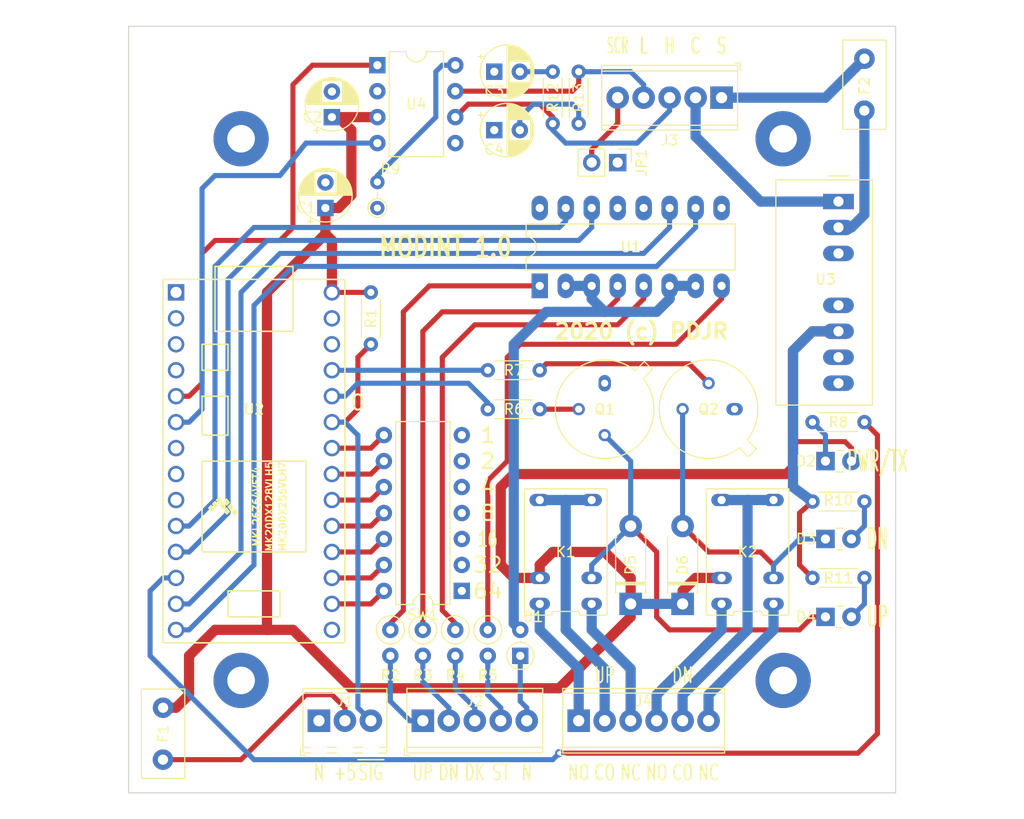
<source format=kicad_pcb>
(kicad_pcb (version 20171130) (host pcbnew 5.1.5-1.fc31)

  (general
    (thickness 1.6)
    (drawings 58)
    (tracks 288)
    (zones 0)
    (modules 43)
    (nets 53)
  )

  (page A4)
  (title_block
    (title "WINT - windlass interface")
    (date 2020-09-14)
    (rev 1.0)
    (company PDJR)
  )

  (layers
    (0 F.Cu signal)
    (31 B.Cu signal)
    (33 F.Adhes user hide)
    (35 F.Paste user hide)
    (37 F.SilkS user)
    (38 B.Mask user hide)
    (39 F.Mask user hide)
    (40 Dwgs.User user hide)
    (41 Cmts.User user)
    (42 Eco1.User user)
    (43 Eco2.User user)
    (44 Edge.Cuts user)
    (45 Margin user)
    (46 B.CrtYd user hide)
    (47 F.CrtYd user)
    (49 F.Fab user hide)
  )

  (setup
    (last_trace_width 0.25)
    (user_trace_width 0.5)
    (user_trace_width 1)
    (user_trace_width 1.5)
    (user_trace_width 2)
    (trace_clearance 0.2)
    (zone_clearance 0.508)
    (zone_45_only no)
    (trace_min 0.2)
    (via_size 0.8)
    (via_drill 0.4)
    (via_min_size 0.4)
    (via_min_drill 0.3)
    (uvia_size 0.3)
    (uvia_drill 0.1)
    (uvias_allowed no)
    (uvia_min_size 0.2)
    (uvia_min_drill 0.1)
    (edge_width 0.1)
    (segment_width 0.2)
    (pcb_text_width 0.3)
    (pcb_text_size 1.5 1.5)
    (mod_edge_width 0.15)
    (mod_text_size 1 1)
    (mod_text_width 0.15)
    (pad_size 1.524 1.524)
    (pad_drill 0.762)
    (pad_to_mask_clearance 0)
    (aux_axis_origin 0 0)
    (grid_origin 100 0)
    (visible_elements FFFFFF7F)
    (pcbplotparams
      (layerselection 0x010e0_ffffffff)
      (usegerberextensions true)
      (usegerberattributes false)
      (usegerberadvancedattributes false)
      (creategerberjobfile false)
      (excludeedgelayer true)
      (linewidth 0.100000)
      (plotframeref false)
      (viasonmask false)
      (mode 1)
      (useauxorigin false)
      (hpglpennumber 1)
      (hpglpenspeed 20)
      (hpglpendiameter 15.000000)
      (psnegative false)
      (psa4output false)
      (plotreference true)
      (plotvalue true)
      (plotinvisibletext false)
      (padsonsilk false)
      (subtractmaskfromsilk false)
      (outputformat 1)
      (mirror false)
      (drillshape 0)
      (scaleselection 1)
      (outputdirectory "gerber/"))
  )

  (net 0 "")
  (net 1 "Net-(D1-Pad1)")
  (net 2 "Net-(J1-Pad3)")
  (net 3 "Net-(J2-Pad1)")
  (net 4 "Net-(J3-Pad3)")
  (net 5 "Net-(SW1-Pad14)")
  (net 6 "Net-(SW1-Pad13)")
  (net 7 "Net-(SW1-Pad12)")
  (net 8 "Net-(SW1-Pad11)")
  (net 9 GND)
  (net 10 "Net-(D1-Pad2)")
  (net 11 "Net-(F1-Pad2)")
  (net 12 "Net-(J2-Pad3)")
  (net 13 "Net-(J4-Pad1)")
  (net 14 "Net-(Q1-Pad2)")
  (net 15 "Net-(Q2-Pad2)")
  (net 16 "Net-(R6-Pad2)")
  (net 17 "Net-(J3-Pad4)")
  (net 18 "Net-(J3-Pad2)")
  (net 19 "Net-(J4-Pad4)")
  (net 20 "Net-(J4-Pad2)")
  (net 21 "Net-(F2-Pad2)")
  (net 22 "Net-(F2-Pad1)")
  (net 23 "Net-(J2-Pad4)")
  (net 24 "Net-(J2-Pad2)")
  (net 25 "Net-(U2-Pad5)")
  (net 26 "Net-(U2-Pad6)")
  (net 27 "Net-(J4-Pad6)")
  (net 28 "Net-(J4-Pad5)")
  (net 29 "Net-(J4-Pad3)")
  (net 30 "Net-(U1-Pad15)")
  (net 31 "Net-(U1-Pad14)")
  (net 32 "Net-(U1-Pad11)")
  (net 33 "Net-(U1-Pad10)")
  (net 34 "Net-(SW1-Pad10)")
  (net 35 "Net-(SW1-Pad9)")
  (net 36 "Net-(R2-Pad1)")
  (net 37 "Net-(R3-Pad1)")
  (net 38 "Net-(R4-Pad1)")
  (net 39 "Net-(C1-Pad1)")
  (net 40 "Net-(C3-Pad2)")
  (net 41 "Net-(C4-Pad2)")
  (net 42 "Net-(D2-Pad1)")
  (net 43 "Net-(D3-Pad2)")
  (net 44 "Net-(D3-Pad1)")
  (net 45 "Net-(D4-Pad2)")
  (net 46 "Net-(D4-Pad1)")
  (net 47 "Net-(J3-Pad5)")
  (net 48 "Net-(R5-Pad1)")
  (net 49 "Net-(R7-Pad2)")
  (net 50 "Net-(R8-Pad1)")
  (net 51 "Net-(R9-Pad2)")
  (net 52 "Net-(SW1-Pad8)")

  (net_class Default "This is the default net class."
    (clearance 0.2)
    (trace_width 0.25)
    (via_dia 0.8)
    (via_drill 0.4)
    (uvia_dia 0.3)
    (uvia_drill 0.1)
    (add_net GND)
    (add_net "Net-(C1-Pad1)")
    (add_net "Net-(C3-Pad2)")
    (add_net "Net-(C4-Pad2)")
    (add_net "Net-(D1-Pad1)")
    (add_net "Net-(D1-Pad2)")
    (add_net "Net-(D2-Pad1)")
    (add_net "Net-(D3-Pad1)")
    (add_net "Net-(D3-Pad2)")
    (add_net "Net-(D4-Pad1)")
    (add_net "Net-(D4-Pad2)")
    (add_net "Net-(F1-Pad2)")
    (add_net "Net-(F2-Pad1)")
    (add_net "Net-(F2-Pad2)")
    (add_net "Net-(J1-Pad3)")
    (add_net "Net-(J2-Pad1)")
    (add_net "Net-(J2-Pad2)")
    (add_net "Net-(J2-Pad3)")
    (add_net "Net-(J2-Pad4)")
    (add_net "Net-(J3-Pad2)")
    (add_net "Net-(J3-Pad3)")
    (add_net "Net-(J3-Pad4)")
    (add_net "Net-(J3-Pad5)")
    (add_net "Net-(J4-Pad1)")
    (add_net "Net-(J4-Pad2)")
    (add_net "Net-(J4-Pad3)")
    (add_net "Net-(J4-Pad4)")
    (add_net "Net-(J4-Pad5)")
    (add_net "Net-(J4-Pad6)")
    (add_net "Net-(Q1-Pad2)")
    (add_net "Net-(Q2-Pad2)")
    (add_net "Net-(R2-Pad1)")
    (add_net "Net-(R3-Pad1)")
    (add_net "Net-(R4-Pad1)")
    (add_net "Net-(R5-Pad1)")
    (add_net "Net-(R6-Pad2)")
    (add_net "Net-(R7-Pad2)")
    (add_net "Net-(R8-Pad1)")
    (add_net "Net-(R9-Pad2)")
    (add_net "Net-(SW1-Pad10)")
    (add_net "Net-(SW1-Pad11)")
    (add_net "Net-(SW1-Pad12)")
    (add_net "Net-(SW1-Pad13)")
    (add_net "Net-(SW1-Pad14)")
    (add_net "Net-(SW1-Pad8)")
    (add_net "Net-(SW1-Pad9)")
    (add_net "Net-(U1-Pad10)")
    (add_net "Net-(U1-Pad11)")
    (add_net "Net-(U1-Pad14)")
    (add_net "Net-(U1-Pad15)")
    (add_net "Net-(U2-Pad5)")
    (add_net "Net-(U2-Pad6)")
  )

  (module Connector_PinHeader_2.54mm:PinHeader_1x02_P2.54mm_Vertical (layer F.Cu) (tedit 59FED5CC) (tstamp 5F365DBE)
    (at 183.82 100.33 270)
    (descr "Through hole straight pin header, 1x02, 2.54mm pitch, single row")
    (tags "Through hole pin header THT 1x02 2.54mm single row")
    (path /5F37EE82)
    (fp_text reference JP1 (at 0 -2.33 90) (layer F.SilkS)
      (effects (font (size 1 1) (thickness 0.15)))
    )
    (fp_text value SCR (at 0 4.87 90) (layer F.Fab)
      (effects (font (size 1 1) (thickness 0.15)))
    )
    (fp_text user %R (at 0 1.27) (layer F.Fab)
      (effects (font (size 1 1) (thickness 0.15)))
    )
    (fp_line (start 1.8 -1.8) (end -1.8 -1.8) (layer F.CrtYd) (width 0.05))
    (fp_line (start 1.8 4.35) (end 1.8 -1.8) (layer F.CrtYd) (width 0.05))
    (fp_line (start -1.8 4.35) (end 1.8 4.35) (layer F.CrtYd) (width 0.05))
    (fp_line (start -1.8 -1.8) (end -1.8 4.35) (layer F.CrtYd) (width 0.05))
    (fp_line (start -1.33 -1.33) (end 0 -1.33) (layer F.SilkS) (width 0.12))
    (fp_line (start -1.33 0) (end -1.33 -1.33) (layer F.SilkS) (width 0.12))
    (fp_line (start -1.33 1.27) (end 1.33 1.27) (layer F.SilkS) (width 0.12))
    (fp_line (start 1.33 1.27) (end 1.33 3.87) (layer F.SilkS) (width 0.12))
    (fp_line (start -1.33 1.27) (end -1.33 3.87) (layer F.SilkS) (width 0.12))
    (fp_line (start -1.33 3.87) (end 1.33 3.87) (layer F.SilkS) (width 0.12))
    (fp_line (start -1.27 -0.635) (end -0.635 -1.27) (layer F.Fab) (width 0.1))
    (fp_line (start -1.27 3.81) (end -1.27 -0.635) (layer F.Fab) (width 0.1))
    (fp_line (start 1.27 3.81) (end -1.27 3.81) (layer F.Fab) (width 0.1))
    (fp_line (start 1.27 -1.27) (end 1.27 3.81) (layer F.Fab) (width 0.1))
    (fp_line (start -0.635 -1.27) (end 1.27 -1.27) (layer F.Fab) (width 0.1))
    (pad 2 thru_hole oval (at 0 2.54 270) (size 1.7 1.7) (drill 1) (layers *.Cu *.Mask)
      (net 47 "Net-(J3-Pad5)"))
    (pad 1 thru_hole rect (at 0 0 270) (size 1.7 1.7) (drill 1) (layers *.Cu *.Mask)
      (net 9 GND))
    (model ${KISYS3DMOD}/Connector_PinHeader_2.54mm.3dshapes/PinHeader_1x02_P2.54mm_Vertical.wrl
      (at (xyz 0 0 0))
      (scale (xyz 1 1 1))
      (rotate (xyz 0 0 0))
    )
  )

  (module Package_DIP:DIP-14_W7.62mm (layer F.Cu) (tedit 5A02E8C5) (tstamp 5F5FF64C)
    (at 168.58 142.24 180)
    (descr "14-lead though-hole mounted DIP package, row spacing 7.62 mm (300 mils)")
    (tags "THT DIP DIL PDIP 2.54mm 7.62mm 300mil")
    (path /5F60BF0B)
    (fp_text reference SW1 (at 3.81 -2.33) (layer F.SilkS)
      (effects (font (size 1 1) (thickness 0.15)))
    )
    (fp_text value INSTANCE (at 3.81 17.57) (layer F.Fab)
      (effects (font (size 1 1) (thickness 0.15)))
    )
    (fp_text user %R (at 3.81 7.62) (layer F.Fab)
      (effects (font (size 1 1) (thickness 0.15)))
    )
    (fp_line (start 8.7 -1.55) (end -1.1 -1.55) (layer F.CrtYd) (width 0.05))
    (fp_line (start 8.7 16.8) (end 8.7 -1.55) (layer F.CrtYd) (width 0.05))
    (fp_line (start -1.1 16.8) (end 8.7 16.8) (layer F.CrtYd) (width 0.05))
    (fp_line (start -1.1 -1.55) (end -1.1 16.8) (layer F.CrtYd) (width 0.05))
    (fp_line (start 6.46 -1.33) (end 4.81 -1.33) (layer F.SilkS) (width 0.12))
    (fp_line (start 6.46 16.57) (end 6.46 -1.33) (layer F.SilkS) (width 0.12))
    (fp_line (start 1.16 16.57) (end 6.46 16.57) (layer F.SilkS) (width 0.12))
    (fp_line (start 1.16 -1.33) (end 1.16 16.57) (layer F.SilkS) (width 0.12))
    (fp_line (start 2.81 -1.33) (end 1.16 -1.33) (layer F.SilkS) (width 0.12))
    (fp_line (start 0.635 -0.27) (end 1.635 -1.27) (layer F.Fab) (width 0.1))
    (fp_line (start 0.635 16.51) (end 0.635 -0.27) (layer F.Fab) (width 0.1))
    (fp_line (start 6.985 16.51) (end 0.635 16.51) (layer F.Fab) (width 0.1))
    (fp_line (start 6.985 -1.27) (end 6.985 16.51) (layer F.Fab) (width 0.1))
    (fp_line (start 1.635 -1.27) (end 6.985 -1.27) (layer F.Fab) (width 0.1))
    (fp_arc (start 3.81 -1.33) (end 2.81 -1.33) (angle -180) (layer F.SilkS) (width 0.12))
    (pad 14 thru_hole oval (at 7.62 0 180) (size 1.6 1.6) (drill 0.8) (layers *.Cu *.Mask)
      (net 5 "Net-(SW1-Pad14)"))
    (pad 7 thru_hole oval (at 0 15.24 180) (size 1.6 1.6) (drill 0.8) (layers *.Cu *.Mask)
      (net 9 GND))
    (pad 13 thru_hole oval (at 7.62 2.54 180) (size 1.6 1.6) (drill 0.8) (layers *.Cu *.Mask)
      (net 6 "Net-(SW1-Pad13)"))
    (pad 6 thru_hole oval (at 0 12.7 180) (size 1.6 1.6) (drill 0.8) (layers *.Cu *.Mask)
      (net 9 GND))
    (pad 12 thru_hole oval (at 7.62 5.08 180) (size 1.6 1.6) (drill 0.8) (layers *.Cu *.Mask)
      (net 7 "Net-(SW1-Pad12)"))
    (pad 5 thru_hole oval (at 0 10.16 180) (size 1.6 1.6) (drill 0.8) (layers *.Cu *.Mask)
      (net 9 GND))
    (pad 11 thru_hole oval (at 7.62 7.62 180) (size 1.6 1.6) (drill 0.8) (layers *.Cu *.Mask)
      (net 8 "Net-(SW1-Pad11)"))
    (pad 4 thru_hole oval (at 0 7.62 180) (size 1.6 1.6) (drill 0.8) (layers *.Cu *.Mask)
      (net 9 GND))
    (pad 10 thru_hole oval (at 7.62 10.16 180) (size 1.6 1.6) (drill 0.8) (layers *.Cu *.Mask)
      (net 34 "Net-(SW1-Pad10)"))
    (pad 3 thru_hole oval (at 0 5.08 180) (size 1.6 1.6) (drill 0.8) (layers *.Cu *.Mask)
      (net 9 GND))
    (pad 9 thru_hole oval (at 7.62 12.7 180) (size 1.6 1.6) (drill 0.8) (layers *.Cu *.Mask)
      (net 35 "Net-(SW1-Pad9)"))
    (pad 2 thru_hole oval (at 0 2.54 180) (size 1.6 1.6) (drill 0.8) (layers *.Cu *.Mask)
      (net 9 GND))
    (pad 8 thru_hole oval (at 7.62 15.24 180) (size 1.6 1.6) (drill 0.8) (layers *.Cu *.Mask)
      (net 52 "Net-(SW1-Pad8)"))
    (pad 1 thru_hole rect (at 0 0 180) (size 1.6 1.6) (drill 0.8) (layers *.Cu *.Mask)
      (net 9 GND))
    (model ${KISYS3DMOD}/Package_DIP.3dshapes/DIP-14_W7.62mm.wrl
      (at (xyz 0 0 0))
      (scale (xyz 1 1 1))
      (rotate (xyz 0 0 0))
    )
  )

  (module TerminalBlock_Phoenix:TerminalBlock_Phoenix_MPT-0,5-5-2.54_1x05_P2.54mm_Horizontal (layer F.Cu) (tedit 5B294F99) (tstamp 5F34672B)
    (at 193.98 93.98 180)
    (descr "Terminal Block Phoenix MPT-0,5-5-2.54, 5 pins, pitch 2.54mm, size 13.2x6.2mm^2, drill diamater 1.1mm, pad diameter 2.2mm, see http://www.mouser.com/ds/2/324/ItemDetail_1725672-916605.pdf, script-generated using https://github.com/pointhi/kicad-footprint-generator/scripts/TerminalBlock_Phoenix")
    (tags "THT Terminal Block Phoenix MPT-0,5-5-2.54 pitch 2.54mm size 13.2x6.2mm^2 drill 1.1mm pad 2.2mm")
    (path /5F32FF35)
    (fp_text reference J3 (at 5.08 -4.16) (layer F.SilkS)
      (effects (font (size 1 1) (thickness 0.15)))
    )
    (fp_text value M12-5PIN (at 5.08 4.16) (layer F.Fab)
      (effects (font (size 1 1) (thickness 0.15)))
    )
    (fp_text user %R (at 5.08 2) (layer F.Fab)
      (effects (font (size 1 1) (thickness 0.15)))
    )
    (fp_line (start 12.16 -3.6) (end -2 -3.6) (layer F.CrtYd) (width 0.05))
    (fp_line (start 12.16 3.6) (end 12.16 -3.6) (layer F.CrtYd) (width 0.05))
    (fp_line (start -2 3.6) (end 12.16 3.6) (layer F.CrtYd) (width 0.05))
    (fp_line (start -2 -3.6) (end -2 3.6) (layer F.CrtYd) (width 0.05))
    (fp_line (start -1.8 3.4) (end -1.3 3.4) (layer F.SilkS) (width 0.12))
    (fp_line (start -1.8 2.66) (end -1.8 3.4) (layer F.SilkS) (width 0.12))
    (fp_line (start 10.861 -0.835) (end 9.326 0.7) (layer F.Fab) (width 0.1))
    (fp_line (start 10.995 -0.7) (end 9.46 0.835) (layer F.Fab) (width 0.1))
    (fp_line (start 8.321 -0.835) (end 6.786 0.7) (layer F.Fab) (width 0.1))
    (fp_line (start 8.455 -0.7) (end 6.92 0.835) (layer F.Fab) (width 0.1))
    (fp_line (start 5.781 -0.835) (end 4.246 0.7) (layer F.Fab) (width 0.1))
    (fp_line (start 5.915 -0.7) (end 4.38 0.835) (layer F.Fab) (width 0.1))
    (fp_line (start 3.241 -0.835) (end 1.706 0.7) (layer F.Fab) (width 0.1))
    (fp_line (start 3.375 -0.7) (end 1.84 0.835) (layer F.Fab) (width 0.1))
    (fp_line (start 0.701 -0.835) (end -0.835 0.7) (layer F.Fab) (width 0.1))
    (fp_line (start 0.835 -0.7) (end -0.701 0.835) (layer F.Fab) (width 0.1))
    (fp_line (start 11.72 -3.16) (end 11.72 3.16) (layer F.SilkS) (width 0.12))
    (fp_line (start -1.56 -3.16) (end -1.56 3.16) (layer F.SilkS) (width 0.12))
    (fp_line (start -1.56 3.16) (end 11.72 3.16) (layer F.SilkS) (width 0.12))
    (fp_line (start -1.56 -3.16) (end 11.72 -3.16) (layer F.SilkS) (width 0.12))
    (fp_line (start -1.56 -2.7) (end 11.72 -2.7) (layer F.SilkS) (width 0.12))
    (fp_line (start -1.5 -2.7) (end 11.66 -2.7) (layer F.Fab) (width 0.1))
    (fp_line (start -1.56 2.6) (end 11.72 2.6) (layer F.SilkS) (width 0.12))
    (fp_line (start -1.5 2.6) (end 11.66 2.6) (layer F.Fab) (width 0.1))
    (fp_line (start -1.5 2.6) (end -1.5 -3.1) (layer F.Fab) (width 0.1))
    (fp_line (start -1 3.1) (end -1.5 2.6) (layer F.Fab) (width 0.1))
    (fp_line (start 11.66 3.1) (end -1 3.1) (layer F.Fab) (width 0.1))
    (fp_line (start 11.66 -3.1) (end 11.66 3.1) (layer F.Fab) (width 0.1))
    (fp_line (start -1.5 -3.1) (end 11.66 -3.1) (layer F.Fab) (width 0.1))
    (fp_circle (center 10.16 0) (end 11.26 0) (layer F.Fab) (width 0.1))
    (fp_circle (center 7.62 0) (end 8.72 0) (layer F.Fab) (width 0.1))
    (fp_circle (center 5.08 0) (end 6.18 0) (layer F.Fab) (width 0.1))
    (fp_circle (center 2.54 0) (end 3.64 0) (layer F.Fab) (width 0.1))
    (fp_circle (center 0 0) (end 1.1 0) (layer F.Fab) (width 0.1))
    (pad 5 thru_hole circle (at 10.16 0 180) (size 2.2 2.2) (drill 1.1) (layers *.Cu *.Mask)
      (net 47 "Net-(J3-Pad5)"))
    (pad 4 thru_hole circle (at 7.62 0 180) (size 2.2 2.2) (drill 1.1) (layers *.Cu *.Mask)
      (net 17 "Net-(J3-Pad4)"))
    (pad 3 thru_hole circle (at 5.08 0 180) (size 2.2 2.2) (drill 1.1) (layers *.Cu *.Mask)
      (net 4 "Net-(J3-Pad3)"))
    (pad 2 thru_hole circle (at 2.54 0 180) (size 2.2 2.2) (drill 1.1) (layers *.Cu *.Mask)
      (net 18 "Net-(J3-Pad2)"))
    (pad 1 thru_hole rect (at 0 0 180) (size 2.2 2.2) (drill 1.1) (layers *.Cu *.Mask)
      (net 22 "Net-(F2-Pad1)"))
    (model ${KISYS3DMOD}/TerminalBlock_Phoenix.3dshapes/TerminalBlock_Phoenix_MPT-0,5-5-2.54_1x05_P2.54mm_Horizontal.wrl
      (at (xyz 0 0 0))
      (scale (xyz 1 1 1))
      (rotate (xyz 0 0 0))
    )
  )

  (module PDJR:TerminalBlock_Phoenix_MPT-0,5-3-2.54_1x03_P2.54mm_Horizontal (layer F.Cu) (tedit 5F36AC9E) (tstamp 5F1C3AD0)
    (at 154.61 154.94)
    (descr "Terminal Block Phoenix MPT-0,5-3-2.54, 3 pins, pitch 2.54mm, size 8.08x6.2mm^2, drill diamater 1.1mm, pad diameter 2.2mm, see http://www.mouser.com/ds/2/324/ItemDetail_1725656-920552.pdf, script-generated using https://github.com/pointhi/kicad-footprint-generator/scripts/TerminalBlock_Phoenix")
    (tags "THT Terminal Block Phoenix MPT-0,5-3-2.54 pitch 2.54mm size 8.08x6.2mm^2 drill 1.1mm pad 2.2mm")
    (path /5F1C2A8D)
    (fp_text reference J1 (at 2.54 -1.905) (layer F.SilkS)
      (effects (font (size 1 1) (thickness 0.15)))
    )
    (fp_text value "NPN SENSOR" (at 2.54 4.16) (layer F.Fab) hide
      (effects (font (size 1 1) (thickness 0.15)))
    )
    (fp_circle (center 0 0) (end 1.1 0) (layer F.Fab) (width 0.1))
    (fp_circle (center 2.54 0) (end 3.64 0) (layer F.Fab) (width 0.1))
    (fp_circle (center 5.08 0) (end 6.18 0) (layer F.Fab) (width 0.1))
    (fp_line (start -1.5 -3.1) (end 6.58 -3.1) (layer F.Fab) (width 0.1))
    (fp_line (start 6.58 -3.1) (end 6.58 3.1) (layer F.Fab) (width 0.1))
    (fp_line (start 6.58 3.1) (end -1 3.1) (layer F.Fab) (width 0.1))
    (fp_line (start -1 3.1) (end -1.5 2.6) (layer F.Fab) (width 0.1))
    (fp_line (start -1.5 2.6) (end -1.5 -3.1) (layer F.Fab) (width 0.1))
    (fp_line (start -1.5 2.6) (end 6.58 2.6) (layer F.Fab) (width 0.1))
    (fp_line (start -1.56 2.6) (end -0.79 2.6) (layer F.SilkS) (width 0.12))
    (fp_line (start 0.79 2.6) (end 1.75 2.6) (layer F.SilkS) (width 0.12))
    (fp_line (start 3.33 2.6) (end 4.29 2.6) (layer F.SilkS) (width 0.12))
    (fp_line (start 5.87 2.6) (end 6.64 2.6) (layer F.SilkS) (width 0.12))
    (fp_line (start -1.5 -2.7) (end 6.58 -2.7) (layer F.Fab) (width 0.1))
    (fp_line (start -1.56 -2.7) (end 6.64 -2.7) (layer F.SilkS) (width 0.12))
    (fp_line (start -1.56 -3.16) (end 6.64 -3.16) (layer F.SilkS) (width 0.12))
    (fp_line (start -1.56 3.16) (end -0.79 3.16) (layer F.SilkS) (width 0.12))
    (fp_line (start 0.79 3.16) (end 1.75 3.16) (layer F.SilkS) (width 0.12))
    (fp_line (start 3.33 3.16) (end 4.29 3.16) (layer F.SilkS) (width 0.12))
    (fp_line (start 5.87 3.16) (end 6.64 3.16) (layer F.SilkS) (width 0.12))
    (fp_line (start -1.56 -3.16) (end -1.56 3.16) (layer F.SilkS) (width 0.12))
    (fp_line (start 6.64 -3.16) (end 6.64 3.16) (layer F.SilkS) (width 0.12))
    (fp_line (start 0.835 -0.7) (end -0.701 0.835) (layer F.Fab) (width 0.1))
    (fp_line (start 0.701 -0.835) (end -0.835 0.7) (layer F.Fab) (width 0.1))
    (fp_line (start 3.375 -0.7) (end 1.84 0.835) (layer F.Fab) (width 0.1))
    (fp_line (start 3.241 -0.835) (end 1.706 0.7) (layer F.Fab) (width 0.1))
    (fp_line (start 5.915 -0.7) (end 4.38 0.835) (layer F.Fab) (width 0.1))
    (fp_line (start 5.781 -0.835) (end 4.246 0.7) (layer F.Fab) (width 0.1))
    (fp_line (start -1.8 2.66) (end -1.8 3.4) (layer F.SilkS) (width 0.12))
    (fp_line (start -1.8 3.4) (end -1.3 3.4) (layer F.SilkS) (width 0.12))
    (fp_line (start -2 -3.6) (end -2 3.6) (layer F.CrtYd) (width 0.05))
    (fp_line (start -2 3.6) (end 7.08 3.6) (layer F.CrtYd) (width 0.05))
    (fp_line (start 7.08 3.6) (end 7.08 -3.6) (layer F.CrtYd) (width 0.05))
    (fp_line (start 7.08 -3.6) (end -2 -3.6) (layer F.CrtYd) (width 0.05))
    (fp_text user %R (at 2.54 -2.54) (layer F.Fab)
      (effects (font (size 1 1) (thickness 0.15)))
    )
    (pad 1 thru_hole rect (at 0 0) (size 2.2 2.2) (drill 1.1) (layers *.Cu *.Mask)
      (net 9 GND))
    (pad 2 thru_hole circle (at 2.54 0) (size 2.2 2.2) (drill 1.1) (layers *.Cu *.Mask)
      (net 11 "Net-(F1-Pad2)"))
    (pad 3 thru_hole circle (at 5.08 0) (size 2.2 2.2) (drill 1.1) (layers *.Cu *.Mask)
      (net 2 "Net-(J1-Pad3)"))
    (model ${KISYS3DMOD}/TerminalBlock_Phoenix.3dshapes/TerminalBlock_Phoenix_MPT-0,5-3-2.54_1x03_P2.54mm_Horizontal.wrl
      (at (xyz 0 0 0))
      (scale (xyz 1 1 1))
      (rotate (xyz 0 0 0))
    )
  )

  (module Capacitor_THT:CP_Radial_D5.0mm_P2.50mm (layer F.Cu) (tedit 5AE50EF0) (tstamp 5F359778)
    (at 171.755 91.44)
    (descr "CP, Radial series, Radial, pin pitch=2.50mm, , diameter=5mm, Electrolytic Capacitor")
    (tags "CP Radial series Radial pin pitch 2.50mm  diameter 5mm Electrolytic Capacitor")
    (path /5F2499AC)
    (fp_text reference C3 (at 0 1.905) (layer F.SilkS)
      (effects (font (size 1 1) (thickness 0.15)))
    )
    (fp_text value 560pF (at 1.25 3.75) (layer F.Fab)
      (effects (font (size 1 1) (thickness 0.15)))
    )
    (fp_text user %R (at 1.25 0) (layer F.Fab)
      (effects (font (size 1 1) (thickness 0.15)))
    )
    (fp_line (start -1.304775 -1.725) (end -1.304775 -1.225) (layer F.SilkS) (width 0.12))
    (fp_line (start -1.554775 -1.475) (end -1.054775 -1.475) (layer F.SilkS) (width 0.12))
    (fp_line (start 3.851 -0.284) (end 3.851 0.284) (layer F.SilkS) (width 0.12))
    (fp_line (start 3.811 -0.518) (end 3.811 0.518) (layer F.SilkS) (width 0.12))
    (fp_line (start 3.771 -0.677) (end 3.771 0.677) (layer F.SilkS) (width 0.12))
    (fp_line (start 3.731 -0.805) (end 3.731 0.805) (layer F.SilkS) (width 0.12))
    (fp_line (start 3.691 -0.915) (end 3.691 0.915) (layer F.SilkS) (width 0.12))
    (fp_line (start 3.651 -1.011) (end 3.651 1.011) (layer F.SilkS) (width 0.12))
    (fp_line (start 3.611 -1.098) (end 3.611 1.098) (layer F.SilkS) (width 0.12))
    (fp_line (start 3.571 -1.178) (end 3.571 1.178) (layer F.SilkS) (width 0.12))
    (fp_line (start 3.531 1.04) (end 3.531 1.251) (layer F.SilkS) (width 0.12))
    (fp_line (start 3.531 -1.251) (end 3.531 -1.04) (layer F.SilkS) (width 0.12))
    (fp_line (start 3.491 1.04) (end 3.491 1.319) (layer F.SilkS) (width 0.12))
    (fp_line (start 3.491 -1.319) (end 3.491 -1.04) (layer F.SilkS) (width 0.12))
    (fp_line (start 3.451 1.04) (end 3.451 1.383) (layer F.SilkS) (width 0.12))
    (fp_line (start 3.451 -1.383) (end 3.451 -1.04) (layer F.SilkS) (width 0.12))
    (fp_line (start 3.411 1.04) (end 3.411 1.443) (layer F.SilkS) (width 0.12))
    (fp_line (start 3.411 -1.443) (end 3.411 -1.04) (layer F.SilkS) (width 0.12))
    (fp_line (start 3.371 1.04) (end 3.371 1.5) (layer F.SilkS) (width 0.12))
    (fp_line (start 3.371 -1.5) (end 3.371 -1.04) (layer F.SilkS) (width 0.12))
    (fp_line (start 3.331 1.04) (end 3.331 1.554) (layer F.SilkS) (width 0.12))
    (fp_line (start 3.331 -1.554) (end 3.331 -1.04) (layer F.SilkS) (width 0.12))
    (fp_line (start 3.291 1.04) (end 3.291 1.605) (layer F.SilkS) (width 0.12))
    (fp_line (start 3.291 -1.605) (end 3.291 -1.04) (layer F.SilkS) (width 0.12))
    (fp_line (start 3.251 1.04) (end 3.251 1.653) (layer F.SilkS) (width 0.12))
    (fp_line (start 3.251 -1.653) (end 3.251 -1.04) (layer F.SilkS) (width 0.12))
    (fp_line (start 3.211 1.04) (end 3.211 1.699) (layer F.SilkS) (width 0.12))
    (fp_line (start 3.211 -1.699) (end 3.211 -1.04) (layer F.SilkS) (width 0.12))
    (fp_line (start 3.171 1.04) (end 3.171 1.743) (layer F.SilkS) (width 0.12))
    (fp_line (start 3.171 -1.743) (end 3.171 -1.04) (layer F.SilkS) (width 0.12))
    (fp_line (start 3.131 1.04) (end 3.131 1.785) (layer F.SilkS) (width 0.12))
    (fp_line (start 3.131 -1.785) (end 3.131 -1.04) (layer F.SilkS) (width 0.12))
    (fp_line (start 3.091 1.04) (end 3.091 1.826) (layer F.SilkS) (width 0.12))
    (fp_line (start 3.091 -1.826) (end 3.091 -1.04) (layer F.SilkS) (width 0.12))
    (fp_line (start 3.051 1.04) (end 3.051 1.864) (layer F.SilkS) (width 0.12))
    (fp_line (start 3.051 -1.864) (end 3.051 -1.04) (layer F.SilkS) (width 0.12))
    (fp_line (start 3.011 1.04) (end 3.011 1.901) (layer F.SilkS) (width 0.12))
    (fp_line (start 3.011 -1.901) (end 3.011 -1.04) (layer F.SilkS) (width 0.12))
    (fp_line (start 2.971 1.04) (end 2.971 1.937) (layer F.SilkS) (width 0.12))
    (fp_line (start 2.971 -1.937) (end 2.971 -1.04) (layer F.SilkS) (width 0.12))
    (fp_line (start 2.931 1.04) (end 2.931 1.971) (layer F.SilkS) (width 0.12))
    (fp_line (start 2.931 -1.971) (end 2.931 -1.04) (layer F.SilkS) (width 0.12))
    (fp_line (start 2.891 1.04) (end 2.891 2.004) (layer F.SilkS) (width 0.12))
    (fp_line (start 2.891 -2.004) (end 2.891 -1.04) (layer F.SilkS) (width 0.12))
    (fp_line (start 2.851 1.04) (end 2.851 2.035) (layer F.SilkS) (width 0.12))
    (fp_line (start 2.851 -2.035) (end 2.851 -1.04) (layer F.SilkS) (width 0.12))
    (fp_line (start 2.811 1.04) (end 2.811 2.065) (layer F.SilkS) (width 0.12))
    (fp_line (start 2.811 -2.065) (end 2.811 -1.04) (layer F.SilkS) (width 0.12))
    (fp_line (start 2.771 1.04) (end 2.771 2.095) (layer F.SilkS) (width 0.12))
    (fp_line (start 2.771 -2.095) (end 2.771 -1.04) (layer F.SilkS) (width 0.12))
    (fp_line (start 2.731 1.04) (end 2.731 2.122) (layer F.SilkS) (width 0.12))
    (fp_line (start 2.731 -2.122) (end 2.731 -1.04) (layer F.SilkS) (width 0.12))
    (fp_line (start 2.691 1.04) (end 2.691 2.149) (layer F.SilkS) (width 0.12))
    (fp_line (start 2.691 -2.149) (end 2.691 -1.04) (layer F.SilkS) (width 0.12))
    (fp_line (start 2.651 1.04) (end 2.651 2.175) (layer F.SilkS) (width 0.12))
    (fp_line (start 2.651 -2.175) (end 2.651 -1.04) (layer F.SilkS) (width 0.12))
    (fp_line (start 2.611 1.04) (end 2.611 2.2) (layer F.SilkS) (width 0.12))
    (fp_line (start 2.611 -2.2) (end 2.611 -1.04) (layer F.SilkS) (width 0.12))
    (fp_line (start 2.571 1.04) (end 2.571 2.224) (layer F.SilkS) (width 0.12))
    (fp_line (start 2.571 -2.224) (end 2.571 -1.04) (layer F.SilkS) (width 0.12))
    (fp_line (start 2.531 1.04) (end 2.531 2.247) (layer F.SilkS) (width 0.12))
    (fp_line (start 2.531 -2.247) (end 2.531 -1.04) (layer F.SilkS) (width 0.12))
    (fp_line (start 2.491 1.04) (end 2.491 2.268) (layer F.SilkS) (width 0.12))
    (fp_line (start 2.491 -2.268) (end 2.491 -1.04) (layer F.SilkS) (width 0.12))
    (fp_line (start 2.451 1.04) (end 2.451 2.29) (layer F.SilkS) (width 0.12))
    (fp_line (start 2.451 -2.29) (end 2.451 -1.04) (layer F.SilkS) (width 0.12))
    (fp_line (start 2.411 1.04) (end 2.411 2.31) (layer F.SilkS) (width 0.12))
    (fp_line (start 2.411 -2.31) (end 2.411 -1.04) (layer F.SilkS) (width 0.12))
    (fp_line (start 2.371 1.04) (end 2.371 2.329) (layer F.SilkS) (width 0.12))
    (fp_line (start 2.371 -2.329) (end 2.371 -1.04) (layer F.SilkS) (width 0.12))
    (fp_line (start 2.331 1.04) (end 2.331 2.348) (layer F.SilkS) (width 0.12))
    (fp_line (start 2.331 -2.348) (end 2.331 -1.04) (layer F.SilkS) (width 0.12))
    (fp_line (start 2.291 1.04) (end 2.291 2.365) (layer F.SilkS) (width 0.12))
    (fp_line (start 2.291 -2.365) (end 2.291 -1.04) (layer F.SilkS) (width 0.12))
    (fp_line (start 2.251 1.04) (end 2.251 2.382) (layer F.SilkS) (width 0.12))
    (fp_line (start 2.251 -2.382) (end 2.251 -1.04) (layer F.SilkS) (width 0.12))
    (fp_line (start 2.211 1.04) (end 2.211 2.398) (layer F.SilkS) (width 0.12))
    (fp_line (start 2.211 -2.398) (end 2.211 -1.04) (layer F.SilkS) (width 0.12))
    (fp_line (start 2.171 1.04) (end 2.171 2.414) (layer F.SilkS) (width 0.12))
    (fp_line (start 2.171 -2.414) (end 2.171 -1.04) (layer F.SilkS) (width 0.12))
    (fp_line (start 2.131 1.04) (end 2.131 2.428) (layer F.SilkS) (width 0.12))
    (fp_line (start 2.131 -2.428) (end 2.131 -1.04) (layer F.SilkS) (width 0.12))
    (fp_line (start 2.091 1.04) (end 2.091 2.442) (layer F.SilkS) (width 0.12))
    (fp_line (start 2.091 -2.442) (end 2.091 -1.04) (layer F.SilkS) (width 0.12))
    (fp_line (start 2.051 1.04) (end 2.051 2.455) (layer F.SilkS) (width 0.12))
    (fp_line (start 2.051 -2.455) (end 2.051 -1.04) (layer F.SilkS) (width 0.12))
    (fp_line (start 2.011 1.04) (end 2.011 2.468) (layer F.SilkS) (width 0.12))
    (fp_line (start 2.011 -2.468) (end 2.011 -1.04) (layer F.SilkS) (width 0.12))
    (fp_line (start 1.971 1.04) (end 1.971 2.48) (layer F.SilkS) (width 0.12))
    (fp_line (start 1.971 -2.48) (end 1.971 -1.04) (layer F.SilkS) (width 0.12))
    (fp_line (start 1.93 1.04) (end 1.93 2.491) (layer F.SilkS) (width 0.12))
    (fp_line (start 1.93 -2.491) (end 1.93 -1.04) (layer F.SilkS) (width 0.12))
    (fp_line (start 1.89 1.04) (end 1.89 2.501) (layer F.SilkS) (width 0.12))
    (fp_line (start 1.89 -2.501) (end 1.89 -1.04) (layer F.SilkS) (width 0.12))
    (fp_line (start 1.85 1.04) (end 1.85 2.511) (layer F.SilkS) (width 0.12))
    (fp_line (start 1.85 -2.511) (end 1.85 -1.04) (layer F.SilkS) (width 0.12))
    (fp_line (start 1.81 1.04) (end 1.81 2.52) (layer F.SilkS) (width 0.12))
    (fp_line (start 1.81 -2.52) (end 1.81 -1.04) (layer F.SilkS) (width 0.12))
    (fp_line (start 1.77 1.04) (end 1.77 2.528) (layer F.SilkS) (width 0.12))
    (fp_line (start 1.77 -2.528) (end 1.77 -1.04) (layer F.SilkS) (width 0.12))
    (fp_line (start 1.73 1.04) (end 1.73 2.536) (layer F.SilkS) (width 0.12))
    (fp_line (start 1.73 -2.536) (end 1.73 -1.04) (layer F.SilkS) (width 0.12))
    (fp_line (start 1.69 1.04) (end 1.69 2.543) (layer F.SilkS) (width 0.12))
    (fp_line (start 1.69 -2.543) (end 1.69 -1.04) (layer F.SilkS) (width 0.12))
    (fp_line (start 1.65 1.04) (end 1.65 2.55) (layer F.SilkS) (width 0.12))
    (fp_line (start 1.65 -2.55) (end 1.65 -1.04) (layer F.SilkS) (width 0.12))
    (fp_line (start 1.61 1.04) (end 1.61 2.556) (layer F.SilkS) (width 0.12))
    (fp_line (start 1.61 -2.556) (end 1.61 -1.04) (layer F.SilkS) (width 0.12))
    (fp_line (start 1.57 1.04) (end 1.57 2.561) (layer F.SilkS) (width 0.12))
    (fp_line (start 1.57 -2.561) (end 1.57 -1.04) (layer F.SilkS) (width 0.12))
    (fp_line (start 1.53 1.04) (end 1.53 2.565) (layer F.SilkS) (width 0.12))
    (fp_line (start 1.53 -2.565) (end 1.53 -1.04) (layer F.SilkS) (width 0.12))
    (fp_line (start 1.49 1.04) (end 1.49 2.569) (layer F.SilkS) (width 0.12))
    (fp_line (start 1.49 -2.569) (end 1.49 -1.04) (layer F.SilkS) (width 0.12))
    (fp_line (start 1.45 -2.573) (end 1.45 2.573) (layer F.SilkS) (width 0.12))
    (fp_line (start 1.41 -2.576) (end 1.41 2.576) (layer F.SilkS) (width 0.12))
    (fp_line (start 1.37 -2.578) (end 1.37 2.578) (layer F.SilkS) (width 0.12))
    (fp_line (start 1.33 -2.579) (end 1.33 2.579) (layer F.SilkS) (width 0.12))
    (fp_line (start 1.29 -2.58) (end 1.29 2.58) (layer F.SilkS) (width 0.12))
    (fp_line (start 1.25 -2.58) (end 1.25 2.58) (layer F.SilkS) (width 0.12))
    (fp_line (start -0.633605 -1.3375) (end -0.633605 -0.8375) (layer F.Fab) (width 0.1))
    (fp_line (start -0.883605 -1.0875) (end -0.383605 -1.0875) (layer F.Fab) (width 0.1))
    (fp_circle (center 1.25 0) (end 4 0) (layer F.CrtYd) (width 0.05))
    (fp_circle (center 1.25 0) (end 3.87 0) (layer F.SilkS) (width 0.12))
    (fp_circle (center 1.25 0) (end 3.75 0) (layer F.Fab) (width 0.1))
    (pad 2 thru_hole circle (at 2.5 0) (size 1.6 1.6) (drill 0.8) (layers *.Cu *.Mask)
      (net 40 "Net-(C3-Pad2)"))
    (pad 1 thru_hole rect (at 0 0) (size 1.6 1.6) (drill 0.8) (layers *.Cu *.Mask)
      (net 9 GND))
    (model ${KISYS3DMOD}/Capacitor_THT.3dshapes/CP_Radial_D5.0mm_P2.50mm.wrl
      (at (xyz 0 0 0))
      (scale (xyz 1 1 1))
      (rotate (xyz 0 0 0))
    )
  )

  (module Resistor_THT:R_Axial_DIN0204_L3.6mm_D1.6mm_P2.54mm_Vertical (layer F.Cu) (tedit 5AE5139B) (tstamp 5F290FF2)
    (at 160.325 104.775 90)
    (descr "Resistor, Axial_DIN0204 series, Axial, Vertical, pin pitch=2.54mm, 0.167W, length*diameter=3.6*1.6mm^2, http://cdn-reichelt.de/documents/datenblatt/B400/1_4W%23YAG.pdf")
    (tags "Resistor Axial_DIN0204 series Axial Vertical pin pitch 2.54mm 0.167W length 3.6mm diameter 1.6mm")
    (path /5F1E6C5E)
    (fp_text reference R9 (at 3.81 1.27 180) (layer F.SilkS)
      (effects (font (size 1 1) (thickness 0.15)))
    )
    (fp_text value 4K7 (at 1.27 1.92 90) (layer F.Fab)
      (effects (font (size 1 1) (thickness 0.15)))
    )
    (fp_text user %R (at 1.27 -1.92 90) (layer F.Fab)
      (effects (font (size 1 1) (thickness 0.15)))
    )
    (fp_line (start 3.49 -1.05) (end -1.05 -1.05) (layer F.CrtYd) (width 0.05))
    (fp_line (start 3.49 1.05) (end 3.49 -1.05) (layer F.CrtYd) (width 0.05))
    (fp_line (start -1.05 1.05) (end 3.49 1.05) (layer F.CrtYd) (width 0.05))
    (fp_line (start -1.05 -1.05) (end -1.05 1.05) (layer F.CrtYd) (width 0.05))
    (fp_line (start 0.92 0) (end 1.54 0) (layer F.SilkS) (width 0.12))
    (fp_line (start 0 0) (end 2.54 0) (layer F.Fab) (width 0.1))
    (fp_circle (center 0 0) (end 0.92 0) (layer F.SilkS) (width 0.12))
    (fp_circle (center 0 0) (end 0.8 0) (layer F.Fab) (width 0.1))
    (pad 2 thru_hole oval (at 2.54 0 90) (size 1.4 1.4) (drill 0.7) (layers *.Cu *.Mask)
      (net 51 "Net-(R9-Pad2)"))
    (pad 1 thru_hole circle (at 0 0 90) (size 1.4 1.4) (drill 0.7) (layers *.Cu *.Mask)
      (net 9 GND))
    (model ${KISYS3DMOD}/Resistor_THT.3dshapes/R_Axial_DIN0204_L3.6mm_D1.6mm_P2.54mm_Vertical.wrl
      (at (xyz 0 0 0))
      (scale (xyz 1 1 1))
      (rotate (xyz 0 0 0))
    )
  )

  (module Capacitor_THT:CP_Radial_D5.0mm_P2.50mm (layer F.Cu) (tedit 5AE50EF0) (tstamp 5F35B746)
    (at 155.245 104.775 90)
    (descr "CP, Radial series, Radial, pin pitch=2.50mm, , diameter=5mm, Electrolytic Capacitor")
    (tags "CP Radial series Radial pin pitch 2.50mm  diameter 5mm Electrolytic Capacitor")
    (path /5F38A0E7)
    (fp_text reference C1 (at 0 -1.905 180) (layer F.SilkS)
      (effects (font (size 1 1) (thickness 0.15)))
    )
    (fp_text value 100nF (at 1.25 3.75 90) (layer F.Fab)
      (effects (font (size 1 1) (thickness 0.15)))
    )
    (fp_text user %R (at 1.25 0 90) (layer F.Fab)
      (effects (font (size 1 1) (thickness 0.15)))
    )
    (fp_line (start -1.304775 -1.725) (end -1.304775 -1.225) (layer F.SilkS) (width 0.12))
    (fp_line (start -1.554775 -1.475) (end -1.054775 -1.475) (layer F.SilkS) (width 0.12))
    (fp_line (start 3.851 -0.284) (end 3.851 0.284) (layer F.SilkS) (width 0.12))
    (fp_line (start 3.811 -0.518) (end 3.811 0.518) (layer F.SilkS) (width 0.12))
    (fp_line (start 3.771 -0.677) (end 3.771 0.677) (layer F.SilkS) (width 0.12))
    (fp_line (start 3.731 -0.805) (end 3.731 0.805) (layer F.SilkS) (width 0.12))
    (fp_line (start 3.691 -0.915) (end 3.691 0.915) (layer F.SilkS) (width 0.12))
    (fp_line (start 3.651 -1.011) (end 3.651 1.011) (layer F.SilkS) (width 0.12))
    (fp_line (start 3.611 -1.098) (end 3.611 1.098) (layer F.SilkS) (width 0.12))
    (fp_line (start 3.571 -1.178) (end 3.571 1.178) (layer F.SilkS) (width 0.12))
    (fp_line (start 3.531 1.04) (end 3.531 1.251) (layer F.SilkS) (width 0.12))
    (fp_line (start 3.531 -1.251) (end 3.531 -1.04) (layer F.SilkS) (width 0.12))
    (fp_line (start 3.491 1.04) (end 3.491 1.319) (layer F.SilkS) (width 0.12))
    (fp_line (start 3.491 -1.319) (end 3.491 -1.04) (layer F.SilkS) (width 0.12))
    (fp_line (start 3.451 1.04) (end 3.451 1.383) (layer F.SilkS) (width 0.12))
    (fp_line (start 3.451 -1.383) (end 3.451 -1.04) (layer F.SilkS) (width 0.12))
    (fp_line (start 3.411 1.04) (end 3.411 1.443) (layer F.SilkS) (width 0.12))
    (fp_line (start 3.411 -1.443) (end 3.411 -1.04) (layer F.SilkS) (width 0.12))
    (fp_line (start 3.371 1.04) (end 3.371 1.5) (layer F.SilkS) (width 0.12))
    (fp_line (start 3.371 -1.5) (end 3.371 -1.04) (layer F.SilkS) (width 0.12))
    (fp_line (start 3.331 1.04) (end 3.331 1.554) (layer F.SilkS) (width 0.12))
    (fp_line (start 3.331 -1.554) (end 3.331 -1.04) (layer F.SilkS) (width 0.12))
    (fp_line (start 3.291 1.04) (end 3.291 1.605) (layer F.SilkS) (width 0.12))
    (fp_line (start 3.291 -1.605) (end 3.291 -1.04) (layer F.SilkS) (width 0.12))
    (fp_line (start 3.251 1.04) (end 3.251 1.653) (layer F.SilkS) (width 0.12))
    (fp_line (start 3.251 -1.653) (end 3.251 -1.04) (layer F.SilkS) (width 0.12))
    (fp_line (start 3.211 1.04) (end 3.211 1.699) (layer F.SilkS) (width 0.12))
    (fp_line (start 3.211 -1.699) (end 3.211 -1.04) (layer F.SilkS) (width 0.12))
    (fp_line (start 3.171 1.04) (end 3.171 1.743) (layer F.SilkS) (width 0.12))
    (fp_line (start 3.171 -1.743) (end 3.171 -1.04) (layer F.SilkS) (width 0.12))
    (fp_line (start 3.131 1.04) (end 3.131 1.785) (layer F.SilkS) (width 0.12))
    (fp_line (start 3.131 -1.785) (end 3.131 -1.04) (layer F.SilkS) (width 0.12))
    (fp_line (start 3.091 1.04) (end 3.091 1.826) (layer F.SilkS) (width 0.12))
    (fp_line (start 3.091 -1.826) (end 3.091 -1.04) (layer F.SilkS) (width 0.12))
    (fp_line (start 3.051 1.04) (end 3.051 1.864) (layer F.SilkS) (width 0.12))
    (fp_line (start 3.051 -1.864) (end 3.051 -1.04) (layer F.SilkS) (width 0.12))
    (fp_line (start 3.011 1.04) (end 3.011 1.901) (layer F.SilkS) (width 0.12))
    (fp_line (start 3.011 -1.901) (end 3.011 -1.04) (layer F.SilkS) (width 0.12))
    (fp_line (start 2.971 1.04) (end 2.971 1.937) (layer F.SilkS) (width 0.12))
    (fp_line (start 2.971 -1.937) (end 2.971 -1.04) (layer F.SilkS) (width 0.12))
    (fp_line (start 2.931 1.04) (end 2.931 1.971) (layer F.SilkS) (width 0.12))
    (fp_line (start 2.931 -1.971) (end 2.931 -1.04) (layer F.SilkS) (width 0.12))
    (fp_line (start 2.891 1.04) (end 2.891 2.004) (layer F.SilkS) (width 0.12))
    (fp_line (start 2.891 -2.004) (end 2.891 -1.04) (layer F.SilkS) (width 0.12))
    (fp_line (start 2.851 1.04) (end 2.851 2.035) (layer F.SilkS) (width 0.12))
    (fp_line (start 2.851 -2.035) (end 2.851 -1.04) (layer F.SilkS) (width 0.12))
    (fp_line (start 2.811 1.04) (end 2.811 2.065) (layer F.SilkS) (width 0.12))
    (fp_line (start 2.811 -2.065) (end 2.811 -1.04) (layer F.SilkS) (width 0.12))
    (fp_line (start 2.771 1.04) (end 2.771 2.095) (layer F.SilkS) (width 0.12))
    (fp_line (start 2.771 -2.095) (end 2.771 -1.04) (layer F.SilkS) (width 0.12))
    (fp_line (start 2.731 1.04) (end 2.731 2.122) (layer F.SilkS) (width 0.12))
    (fp_line (start 2.731 -2.122) (end 2.731 -1.04) (layer F.SilkS) (width 0.12))
    (fp_line (start 2.691 1.04) (end 2.691 2.149) (layer F.SilkS) (width 0.12))
    (fp_line (start 2.691 -2.149) (end 2.691 -1.04) (layer F.SilkS) (width 0.12))
    (fp_line (start 2.651 1.04) (end 2.651 2.175) (layer F.SilkS) (width 0.12))
    (fp_line (start 2.651 -2.175) (end 2.651 -1.04) (layer F.SilkS) (width 0.12))
    (fp_line (start 2.611 1.04) (end 2.611 2.2) (layer F.SilkS) (width 0.12))
    (fp_line (start 2.611 -2.2) (end 2.611 -1.04) (layer F.SilkS) (width 0.12))
    (fp_line (start 2.571 1.04) (end 2.571 2.224) (layer F.SilkS) (width 0.12))
    (fp_line (start 2.571 -2.224) (end 2.571 -1.04) (layer F.SilkS) (width 0.12))
    (fp_line (start 2.531 1.04) (end 2.531 2.247) (layer F.SilkS) (width 0.12))
    (fp_line (start 2.531 -2.247) (end 2.531 -1.04) (layer F.SilkS) (width 0.12))
    (fp_line (start 2.491 1.04) (end 2.491 2.268) (layer F.SilkS) (width 0.12))
    (fp_line (start 2.491 -2.268) (end 2.491 -1.04) (layer F.SilkS) (width 0.12))
    (fp_line (start 2.451 1.04) (end 2.451 2.29) (layer F.SilkS) (width 0.12))
    (fp_line (start 2.451 -2.29) (end 2.451 -1.04) (layer F.SilkS) (width 0.12))
    (fp_line (start 2.411 1.04) (end 2.411 2.31) (layer F.SilkS) (width 0.12))
    (fp_line (start 2.411 -2.31) (end 2.411 -1.04) (layer F.SilkS) (width 0.12))
    (fp_line (start 2.371 1.04) (end 2.371 2.329) (layer F.SilkS) (width 0.12))
    (fp_line (start 2.371 -2.329) (end 2.371 -1.04) (layer F.SilkS) (width 0.12))
    (fp_line (start 2.331 1.04) (end 2.331 2.348) (layer F.SilkS) (width 0.12))
    (fp_line (start 2.331 -2.348) (end 2.331 -1.04) (layer F.SilkS) (width 0.12))
    (fp_line (start 2.291 1.04) (end 2.291 2.365) (layer F.SilkS) (width 0.12))
    (fp_line (start 2.291 -2.365) (end 2.291 -1.04) (layer F.SilkS) (width 0.12))
    (fp_line (start 2.251 1.04) (end 2.251 2.382) (layer F.SilkS) (width 0.12))
    (fp_line (start 2.251 -2.382) (end 2.251 -1.04) (layer F.SilkS) (width 0.12))
    (fp_line (start 2.211 1.04) (end 2.211 2.398) (layer F.SilkS) (width 0.12))
    (fp_line (start 2.211 -2.398) (end 2.211 -1.04) (layer F.SilkS) (width 0.12))
    (fp_line (start 2.171 1.04) (end 2.171 2.414) (layer F.SilkS) (width 0.12))
    (fp_line (start 2.171 -2.414) (end 2.171 -1.04) (layer F.SilkS) (width 0.12))
    (fp_line (start 2.131 1.04) (end 2.131 2.428) (layer F.SilkS) (width 0.12))
    (fp_line (start 2.131 -2.428) (end 2.131 -1.04) (layer F.SilkS) (width 0.12))
    (fp_line (start 2.091 1.04) (end 2.091 2.442) (layer F.SilkS) (width 0.12))
    (fp_line (start 2.091 -2.442) (end 2.091 -1.04) (layer F.SilkS) (width 0.12))
    (fp_line (start 2.051 1.04) (end 2.051 2.455) (layer F.SilkS) (width 0.12))
    (fp_line (start 2.051 -2.455) (end 2.051 -1.04) (layer F.SilkS) (width 0.12))
    (fp_line (start 2.011 1.04) (end 2.011 2.468) (layer F.SilkS) (width 0.12))
    (fp_line (start 2.011 -2.468) (end 2.011 -1.04) (layer F.SilkS) (width 0.12))
    (fp_line (start 1.971 1.04) (end 1.971 2.48) (layer F.SilkS) (width 0.12))
    (fp_line (start 1.971 -2.48) (end 1.971 -1.04) (layer F.SilkS) (width 0.12))
    (fp_line (start 1.93 1.04) (end 1.93 2.491) (layer F.SilkS) (width 0.12))
    (fp_line (start 1.93 -2.491) (end 1.93 -1.04) (layer F.SilkS) (width 0.12))
    (fp_line (start 1.89 1.04) (end 1.89 2.501) (layer F.SilkS) (width 0.12))
    (fp_line (start 1.89 -2.501) (end 1.89 -1.04) (layer F.SilkS) (width 0.12))
    (fp_line (start 1.85 1.04) (end 1.85 2.511) (layer F.SilkS) (width 0.12))
    (fp_line (start 1.85 -2.511) (end 1.85 -1.04) (layer F.SilkS) (width 0.12))
    (fp_line (start 1.81 1.04) (end 1.81 2.52) (layer F.SilkS) (width 0.12))
    (fp_line (start 1.81 -2.52) (end 1.81 -1.04) (layer F.SilkS) (width 0.12))
    (fp_line (start 1.77 1.04) (end 1.77 2.528) (layer F.SilkS) (width 0.12))
    (fp_line (start 1.77 -2.528) (end 1.77 -1.04) (layer F.SilkS) (width 0.12))
    (fp_line (start 1.73 1.04) (end 1.73 2.536) (layer F.SilkS) (width 0.12))
    (fp_line (start 1.73 -2.536) (end 1.73 -1.04) (layer F.SilkS) (width 0.12))
    (fp_line (start 1.69 1.04) (end 1.69 2.543) (layer F.SilkS) (width 0.12))
    (fp_line (start 1.69 -2.543) (end 1.69 -1.04) (layer F.SilkS) (width 0.12))
    (fp_line (start 1.65 1.04) (end 1.65 2.55) (layer F.SilkS) (width 0.12))
    (fp_line (start 1.65 -2.55) (end 1.65 -1.04) (layer F.SilkS) (width 0.12))
    (fp_line (start 1.61 1.04) (end 1.61 2.556) (layer F.SilkS) (width 0.12))
    (fp_line (start 1.61 -2.556) (end 1.61 -1.04) (layer F.SilkS) (width 0.12))
    (fp_line (start 1.57 1.04) (end 1.57 2.561) (layer F.SilkS) (width 0.12))
    (fp_line (start 1.57 -2.561) (end 1.57 -1.04) (layer F.SilkS) (width 0.12))
    (fp_line (start 1.53 1.04) (end 1.53 2.565) (layer F.SilkS) (width 0.12))
    (fp_line (start 1.53 -2.565) (end 1.53 -1.04) (layer F.SilkS) (width 0.12))
    (fp_line (start 1.49 1.04) (end 1.49 2.569) (layer F.SilkS) (width 0.12))
    (fp_line (start 1.49 -2.569) (end 1.49 -1.04) (layer F.SilkS) (width 0.12))
    (fp_line (start 1.45 -2.573) (end 1.45 2.573) (layer F.SilkS) (width 0.12))
    (fp_line (start 1.41 -2.576) (end 1.41 2.576) (layer F.SilkS) (width 0.12))
    (fp_line (start 1.37 -2.578) (end 1.37 2.578) (layer F.SilkS) (width 0.12))
    (fp_line (start 1.33 -2.579) (end 1.33 2.579) (layer F.SilkS) (width 0.12))
    (fp_line (start 1.29 -2.58) (end 1.29 2.58) (layer F.SilkS) (width 0.12))
    (fp_line (start 1.25 -2.58) (end 1.25 2.58) (layer F.SilkS) (width 0.12))
    (fp_line (start -0.633605 -1.3375) (end -0.633605 -0.8375) (layer F.Fab) (width 0.1))
    (fp_line (start -0.883605 -1.0875) (end -0.383605 -1.0875) (layer F.Fab) (width 0.1))
    (fp_circle (center 1.25 0) (end 4 0) (layer F.CrtYd) (width 0.05))
    (fp_circle (center 1.25 0) (end 3.87 0) (layer F.SilkS) (width 0.12))
    (fp_circle (center 1.25 0) (end 3.75 0) (layer F.Fab) (width 0.1))
    (pad 2 thru_hole circle (at 2.5 0 90) (size 1.6 1.6) (drill 0.8) (layers *.Cu *.Mask)
      (net 9 GND))
    (pad 1 thru_hole rect (at 0 0 90) (size 1.6 1.6) (drill 0.8) (layers *.Cu *.Mask)
      (net 39 "Net-(C1-Pad1)"))
    (model ${KISYS3DMOD}/Capacitor_THT.3dshapes/CP_Radial_D5.0mm_P2.50mm.wrl
      (at (xyz 0 0 0))
      (scale (xyz 1 1 1))
      (rotate (xyz 0 0 0))
    )
  )

  (module Capacitor_THT:CP_Radial_D5.0mm_P2.50mm (layer F.Cu) (tedit 5AE50EF0) (tstamp 5F3544A0)
    (at 155.88 95.885 90)
    (descr "CP, Radial series, Radial, pin pitch=2.50mm, , diameter=5mm, Electrolytic Capacitor")
    (tags "CP Radial series Radial pin pitch 2.50mm  diameter 5mm Electrolytic Capacitor")
    (path /5F37E57C)
    (fp_text reference C2 (at 0 -1.905 180) (layer F.SilkS)
      (effects (font (size 1 1) (thickness 0.15)))
    )
    (fp_text value 100nF (at 1.25 3.75 90) (layer F.Fab)
      (effects (font (size 1 1) (thickness 0.15)))
    )
    (fp_text user %R (at 1.25 0 90) (layer F.Fab)
      (effects (font (size 1 1) (thickness 0.15)))
    )
    (fp_line (start -1.304775 -1.725) (end -1.304775 -1.225) (layer F.SilkS) (width 0.12))
    (fp_line (start -1.554775 -1.475) (end -1.054775 -1.475) (layer F.SilkS) (width 0.12))
    (fp_line (start 3.851 -0.284) (end 3.851 0.284) (layer F.SilkS) (width 0.12))
    (fp_line (start 3.811 -0.518) (end 3.811 0.518) (layer F.SilkS) (width 0.12))
    (fp_line (start 3.771 -0.677) (end 3.771 0.677) (layer F.SilkS) (width 0.12))
    (fp_line (start 3.731 -0.805) (end 3.731 0.805) (layer F.SilkS) (width 0.12))
    (fp_line (start 3.691 -0.915) (end 3.691 0.915) (layer F.SilkS) (width 0.12))
    (fp_line (start 3.651 -1.011) (end 3.651 1.011) (layer F.SilkS) (width 0.12))
    (fp_line (start 3.611 -1.098) (end 3.611 1.098) (layer F.SilkS) (width 0.12))
    (fp_line (start 3.571 -1.178) (end 3.571 1.178) (layer F.SilkS) (width 0.12))
    (fp_line (start 3.531 1.04) (end 3.531 1.251) (layer F.SilkS) (width 0.12))
    (fp_line (start 3.531 -1.251) (end 3.531 -1.04) (layer F.SilkS) (width 0.12))
    (fp_line (start 3.491 1.04) (end 3.491 1.319) (layer F.SilkS) (width 0.12))
    (fp_line (start 3.491 -1.319) (end 3.491 -1.04) (layer F.SilkS) (width 0.12))
    (fp_line (start 3.451 1.04) (end 3.451 1.383) (layer F.SilkS) (width 0.12))
    (fp_line (start 3.451 -1.383) (end 3.451 -1.04) (layer F.SilkS) (width 0.12))
    (fp_line (start 3.411 1.04) (end 3.411 1.443) (layer F.SilkS) (width 0.12))
    (fp_line (start 3.411 -1.443) (end 3.411 -1.04) (layer F.SilkS) (width 0.12))
    (fp_line (start 3.371 1.04) (end 3.371 1.5) (layer F.SilkS) (width 0.12))
    (fp_line (start 3.371 -1.5) (end 3.371 -1.04) (layer F.SilkS) (width 0.12))
    (fp_line (start 3.331 1.04) (end 3.331 1.554) (layer F.SilkS) (width 0.12))
    (fp_line (start 3.331 -1.554) (end 3.331 -1.04) (layer F.SilkS) (width 0.12))
    (fp_line (start 3.291 1.04) (end 3.291 1.605) (layer F.SilkS) (width 0.12))
    (fp_line (start 3.291 -1.605) (end 3.291 -1.04) (layer F.SilkS) (width 0.12))
    (fp_line (start 3.251 1.04) (end 3.251 1.653) (layer F.SilkS) (width 0.12))
    (fp_line (start 3.251 -1.653) (end 3.251 -1.04) (layer F.SilkS) (width 0.12))
    (fp_line (start 3.211 1.04) (end 3.211 1.699) (layer F.SilkS) (width 0.12))
    (fp_line (start 3.211 -1.699) (end 3.211 -1.04) (layer F.SilkS) (width 0.12))
    (fp_line (start 3.171 1.04) (end 3.171 1.743) (layer F.SilkS) (width 0.12))
    (fp_line (start 3.171 -1.743) (end 3.171 -1.04) (layer F.SilkS) (width 0.12))
    (fp_line (start 3.131 1.04) (end 3.131 1.785) (layer F.SilkS) (width 0.12))
    (fp_line (start 3.131 -1.785) (end 3.131 -1.04) (layer F.SilkS) (width 0.12))
    (fp_line (start 3.091 1.04) (end 3.091 1.826) (layer F.SilkS) (width 0.12))
    (fp_line (start 3.091 -1.826) (end 3.091 -1.04) (layer F.SilkS) (width 0.12))
    (fp_line (start 3.051 1.04) (end 3.051 1.864) (layer F.SilkS) (width 0.12))
    (fp_line (start 3.051 -1.864) (end 3.051 -1.04) (layer F.SilkS) (width 0.12))
    (fp_line (start 3.011 1.04) (end 3.011 1.901) (layer F.SilkS) (width 0.12))
    (fp_line (start 3.011 -1.901) (end 3.011 -1.04) (layer F.SilkS) (width 0.12))
    (fp_line (start 2.971 1.04) (end 2.971 1.937) (layer F.SilkS) (width 0.12))
    (fp_line (start 2.971 -1.937) (end 2.971 -1.04) (layer F.SilkS) (width 0.12))
    (fp_line (start 2.931 1.04) (end 2.931 1.971) (layer F.SilkS) (width 0.12))
    (fp_line (start 2.931 -1.971) (end 2.931 -1.04) (layer F.SilkS) (width 0.12))
    (fp_line (start 2.891 1.04) (end 2.891 2.004) (layer F.SilkS) (width 0.12))
    (fp_line (start 2.891 -2.004) (end 2.891 -1.04) (layer F.SilkS) (width 0.12))
    (fp_line (start 2.851 1.04) (end 2.851 2.035) (layer F.SilkS) (width 0.12))
    (fp_line (start 2.851 -2.035) (end 2.851 -1.04) (layer F.SilkS) (width 0.12))
    (fp_line (start 2.811 1.04) (end 2.811 2.065) (layer F.SilkS) (width 0.12))
    (fp_line (start 2.811 -2.065) (end 2.811 -1.04) (layer F.SilkS) (width 0.12))
    (fp_line (start 2.771 1.04) (end 2.771 2.095) (layer F.SilkS) (width 0.12))
    (fp_line (start 2.771 -2.095) (end 2.771 -1.04) (layer F.SilkS) (width 0.12))
    (fp_line (start 2.731 1.04) (end 2.731 2.122) (layer F.SilkS) (width 0.12))
    (fp_line (start 2.731 -2.122) (end 2.731 -1.04) (layer F.SilkS) (width 0.12))
    (fp_line (start 2.691 1.04) (end 2.691 2.149) (layer F.SilkS) (width 0.12))
    (fp_line (start 2.691 -2.149) (end 2.691 -1.04) (layer F.SilkS) (width 0.12))
    (fp_line (start 2.651 1.04) (end 2.651 2.175) (layer F.SilkS) (width 0.12))
    (fp_line (start 2.651 -2.175) (end 2.651 -1.04) (layer F.SilkS) (width 0.12))
    (fp_line (start 2.611 1.04) (end 2.611 2.2) (layer F.SilkS) (width 0.12))
    (fp_line (start 2.611 -2.2) (end 2.611 -1.04) (layer F.SilkS) (width 0.12))
    (fp_line (start 2.571 1.04) (end 2.571 2.224) (layer F.SilkS) (width 0.12))
    (fp_line (start 2.571 -2.224) (end 2.571 -1.04) (layer F.SilkS) (width 0.12))
    (fp_line (start 2.531 1.04) (end 2.531 2.247) (layer F.SilkS) (width 0.12))
    (fp_line (start 2.531 -2.247) (end 2.531 -1.04) (layer F.SilkS) (width 0.12))
    (fp_line (start 2.491 1.04) (end 2.491 2.268) (layer F.SilkS) (width 0.12))
    (fp_line (start 2.491 -2.268) (end 2.491 -1.04) (layer F.SilkS) (width 0.12))
    (fp_line (start 2.451 1.04) (end 2.451 2.29) (layer F.SilkS) (width 0.12))
    (fp_line (start 2.451 -2.29) (end 2.451 -1.04) (layer F.SilkS) (width 0.12))
    (fp_line (start 2.411 1.04) (end 2.411 2.31) (layer F.SilkS) (width 0.12))
    (fp_line (start 2.411 -2.31) (end 2.411 -1.04) (layer F.SilkS) (width 0.12))
    (fp_line (start 2.371 1.04) (end 2.371 2.329) (layer F.SilkS) (width 0.12))
    (fp_line (start 2.371 -2.329) (end 2.371 -1.04) (layer F.SilkS) (width 0.12))
    (fp_line (start 2.331 1.04) (end 2.331 2.348) (layer F.SilkS) (width 0.12))
    (fp_line (start 2.331 -2.348) (end 2.331 -1.04) (layer F.SilkS) (width 0.12))
    (fp_line (start 2.291 1.04) (end 2.291 2.365) (layer F.SilkS) (width 0.12))
    (fp_line (start 2.291 -2.365) (end 2.291 -1.04) (layer F.SilkS) (width 0.12))
    (fp_line (start 2.251 1.04) (end 2.251 2.382) (layer F.SilkS) (width 0.12))
    (fp_line (start 2.251 -2.382) (end 2.251 -1.04) (layer F.SilkS) (width 0.12))
    (fp_line (start 2.211 1.04) (end 2.211 2.398) (layer F.SilkS) (width 0.12))
    (fp_line (start 2.211 -2.398) (end 2.211 -1.04) (layer F.SilkS) (width 0.12))
    (fp_line (start 2.171 1.04) (end 2.171 2.414) (layer F.SilkS) (width 0.12))
    (fp_line (start 2.171 -2.414) (end 2.171 -1.04) (layer F.SilkS) (width 0.12))
    (fp_line (start 2.131 1.04) (end 2.131 2.428) (layer F.SilkS) (width 0.12))
    (fp_line (start 2.131 -2.428) (end 2.131 -1.04) (layer F.SilkS) (width 0.12))
    (fp_line (start 2.091 1.04) (end 2.091 2.442) (layer F.SilkS) (width 0.12))
    (fp_line (start 2.091 -2.442) (end 2.091 -1.04) (layer F.SilkS) (width 0.12))
    (fp_line (start 2.051 1.04) (end 2.051 2.455) (layer F.SilkS) (width 0.12))
    (fp_line (start 2.051 -2.455) (end 2.051 -1.04) (layer F.SilkS) (width 0.12))
    (fp_line (start 2.011 1.04) (end 2.011 2.468) (layer F.SilkS) (width 0.12))
    (fp_line (start 2.011 -2.468) (end 2.011 -1.04) (layer F.SilkS) (width 0.12))
    (fp_line (start 1.971 1.04) (end 1.971 2.48) (layer F.SilkS) (width 0.12))
    (fp_line (start 1.971 -2.48) (end 1.971 -1.04) (layer F.SilkS) (width 0.12))
    (fp_line (start 1.93 1.04) (end 1.93 2.491) (layer F.SilkS) (width 0.12))
    (fp_line (start 1.93 -2.491) (end 1.93 -1.04) (layer F.SilkS) (width 0.12))
    (fp_line (start 1.89 1.04) (end 1.89 2.501) (layer F.SilkS) (width 0.12))
    (fp_line (start 1.89 -2.501) (end 1.89 -1.04) (layer F.SilkS) (width 0.12))
    (fp_line (start 1.85 1.04) (end 1.85 2.511) (layer F.SilkS) (width 0.12))
    (fp_line (start 1.85 -2.511) (end 1.85 -1.04) (layer F.SilkS) (width 0.12))
    (fp_line (start 1.81 1.04) (end 1.81 2.52) (layer F.SilkS) (width 0.12))
    (fp_line (start 1.81 -2.52) (end 1.81 -1.04) (layer F.SilkS) (width 0.12))
    (fp_line (start 1.77 1.04) (end 1.77 2.528) (layer F.SilkS) (width 0.12))
    (fp_line (start 1.77 -2.528) (end 1.77 -1.04) (layer F.SilkS) (width 0.12))
    (fp_line (start 1.73 1.04) (end 1.73 2.536) (layer F.SilkS) (width 0.12))
    (fp_line (start 1.73 -2.536) (end 1.73 -1.04) (layer F.SilkS) (width 0.12))
    (fp_line (start 1.69 1.04) (end 1.69 2.543) (layer F.SilkS) (width 0.12))
    (fp_line (start 1.69 -2.543) (end 1.69 -1.04) (layer F.SilkS) (width 0.12))
    (fp_line (start 1.65 1.04) (end 1.65 2.55) (layer F.SilkS) (width 0.12))
    (fp_line (start 1.65 -2.55) (end 1.65 -1.04) (layer F.SilkS) (width 0.12))
    (fp_line (start 1.61 1.04) (end 1.61 2.556) (layer F.SilkS) (width 0.12))
    (fp_line (start 1.61 -2.556) (end 1.61 -1.04) (layer F.SilkS) (width 0.12))
    (fp_line (start 1.57 1.04) (end 1.57 2.561) (layer F.SilkS) (width 0.12))
    (fp_line (start 1.57 -2.561) (end 1.57 -1.04) (layer F.SilkS) (width 0.12))
    (fp_line (start 1.53 1.04) (end 1.53 2.565) (layer F.SilkS) (width 0.12))
    (fp_line (start 1.53 -2.565) (end 1.53 -1.04) (layer F.SilkS) (width 0.12))
    (fp_line (start 1.49 1.04) (end 1.49 2.569) (layer F.SilkS) (width 0.12))
    (fp_line (start 1.49 -2.569) (end 1.49 -1.04) (layer F.SilkS) (width 0.12))
    (fp_line (start 1.45 -2.573) (end 1.45 2.573) (layer F.SilkS) (width 0.12))
    (fp_line (start 1.41 -2.576) (end 1.41 2.576) (layer F.SilkS) (width 0.12))
    (fp_line (start 1.37 -2.578) (end 1.37 2.578) (layer F.SilkS) (width 0.12))
    (fp_line (start 1.33 -2.579) (end 1.33 2.579) (layer F.SilkS) (width 0.12))
    (fp_line (start 1.29 -2.58) (end 1.29 2.58) (layer F.SilkS) (width 0.12))
    (fp_line (start 1.25 -2.58) (end 1.25 2.58) (layer F.SilkS) (width 0.12))
    (fp_line (start -0.633605 -1.3375) (end -0.633605 -0.8375) (layer F.Fab) (width 0.1))
    (fp_line (start -0.883605 -1.0875) (end -0.383605 -1.0875) (layer F.Fab) (width 0.1))
    (fp_circle (center 1.25 0) (end 4 0) (layer F.CrtYd) (width 0.05))
    (fp_circle (center 1.25 0) (end 3.87 0) (layer F.SilkS) (width 0.12))
    (fp_circle (center 1.25 0) (end 3.75 0) (layer F.Fab) (width 0.1))
    (pad 2 thru_hole circle (at 2.5 0 90) (size 1.6 1.6) (drill 0.8) (layers *.Cu *.Mask)
      (net 9 GND))
    (pad 1 thru_hole rect (at 0 0 90) (size 1.6 1.6) (drill 0.8) (layers *.Cu *.Mask)
      (net 39 "Net-(C1-Pad1)"))
    (model ${KISYS3DMOD}/Capacitor_THT.3dshapes/CP_Radial_D5.0mm_P2.50mm.wrl
      (at (xyz 0 0 0))
      (scale (xyz 1 1 1))
      (rotate (xyz 0 0 0))
    )
  )

  (module Capacitor_THT:CP_Radial_D5.0mm_P2.50mm (layer F.Cu) (tedit 5AE50EF0) (tstamp 5F1B5AA7)
    (at 171.755 97.155)
    (descr "CP, Radial series, Radial, pin pitch=2.50mm, , diameter=5mm, Electrolytic Capacitor")
    (tags "CP Radial series Radial pin pitch 2.50mm  diameter 5mm Electrolytic Capacitor")
    (path /5F233FC6)
    (fp_text reference C4 (at 0 1.905) (layer F.SilkS)
      (effects (font (size 1 1) (thickness 0.15)))
    )
    (fp_text value 560pF (at 1.25 6.35) (layer F.Fab)
      (effects (font (size 1 1) (thickness 0.15)))
    )
    (fp_text user %R (at 1.25 0) (layer F.Fab)
      (effects (font (size 1 1) (thickness 0.15)))
    )
    (fp_line (start -1.304775 -1.725) (end -1.304775 -1.225) (layer F.SilkS) (width 0.12))
    (fp_line (start -1.554775 -1.475) (end -1.054775 -1.475) (layer F.SilkS) (width 0.12))
    (fp_line (start 3.851 -0.284) (end 3.851 0.284) (layer F.SilkS) (width 0.12))
    (fp_line (start 3.811 -0.518) (end 3.811 0.518) (layer F.SilkS) (width 0.12))
    (fp_line (start 3.771 -0.677) (end 3.771 0.677) (layer F.SilkS) (width 0.12))
    (fp_line (start 3.731 -0.805) (end 3.731 0.805) (layer F.SilkS) (width 0.12))
    (fp_line (start 3.691 -0.915) (end 3.691 0.915) (layer F.SilkS) (width 0.12))
    (fp_line (start 3.651 -1.011) (end 3.651 1.011) (layer F.SilkS) (width 0.12))
    (fp_line (start 3.611 -1.098) (end 3.611 1.098) (layer F.SilkS) (width 0.12))
    (fp_line (start 3.571 -1.178) (end 3.571 1.178) (layer F.SilkS) (width 0.12))
    (fp_line (start 3.531 1.04) (end 3.531 1.251) (layer F.SilkS) (width 0.12))
    (fp_line (start 3.531 -1.251) (end 3.531 -1.04) (layer F.SilkS) (width 0.12))
    (fp_line (start 3.491 1.04) (end 3.491 1.319) (layer F.SilkS) (width 0.12))
    (fp_line (start 3.491 -1.319) (end 3.491 -1.04) (layer F.SilkS) (width 0.12))
    (fp_line (start 3.451 1.04) (end 3.451 1.383) (layer F.SilkS) (width 0.12))
    (fp_line (start 3.451 -1.383) (end 3.451 -1.04) (layer F.SilkS) (width 0.12))
    (fp_line (start 3.411 1.04) (end 3.411 1.443) (layer F.SilkS) (width 0.12))
    (fp_line (start 3.411 -1.443) (end 3.411 -1.04) (layer F.SilkS) (width 0.12))
    (fp_line (start 3.371 1.04) (end 3.371 1.5) (layer F.SilkS) (width 0.12))
    (fp_line (start 3.371 -1.5) (end 3.371 -1.04) (layer F.SilkS) (width 0.12))
    (fp_line (start 3.331 1.04) (end 3.331 1.554) (layer F.SilkS) (width 0.12))
    (fp_line (start 3.331 -1.554) (end 3.331 -1.04) (layer F.SilkS) (width 0.12))
    (fp_line (start 3.291 1.04) (end 3.291 1.605) (layer F.SilkS) (width 0.12))
    (fp_line (start 3.291 -1.605) (end 3.291 -1.04) (layer F.SilkS) (width 0.12))
    (fp_line (start 3.251 1.04) (end 3.251 1.653) (layer F.SilkS) (width 0.12))
    (fp_line (start 3.251 -1.653) (end 3.251 -1.04) (layer F.SilkS) (width 0.12))
    (fp_line (start 3.211 1.04) (end 3.211 1.699) (layer F.SilkS) (width 0.12))
    (fp_line (start 3.211 -1.699) (end 3.211 -1.04) (layer F.SilkS) (width 0.12))
    (fp_line (start 3.171 1.04) (end 3.171 1.743) (layer F.SilkS) (width 0.12))
    (fp_line (start 3.171 -1.743) (end 3.171 -1.04) (layer F.SilkS) (width 0.12))
    (fp_line (start 3.131 1.04) (end 3.131 1.785) (layer F.SilkS) (width 0.12))
    (fp_line (start 3.131 -1.785) (end 3.131 -1.04) (layer F.SilkS) (width 0.12))
    (fp_line (start 3.091 1.04) (end 3.091 1.826) (layer F.SilkS) (width 0.12))
    (fp_line (start 3.091 -1.826) (end 3.091 -1.04) (layer F.SilkS) (width 0.12))
    (fp_line (start 3.051 1.04) (end 3.051 1.864) (layer F.SilkS) (width 0.12))
    (fp_line (start 3.051 -1.864) (end 3.051 -1.04) (layer F.SilkS) (width 0.12))
    (fp_line (start 3.011 1.04) (end 3.011 1.901) (layer F.SilkS) (width 0.12))
    (fp_line (start 3.011 -1.901) (end 3.011 -1.04) (layer F.SilkS) (width 0.12))
    (fp_line (start 2.971 1.04) (end 2.971 1.937) (layer F.SilkS) (width 0.12))
    (fp_line (start 2.971 -1.937) (end 2.971 -1.04) (layer F.SilkS) (width 0.12))
    (fp_line (start 2.931 1.04) (end 2.931 1.971) (layer F.SilkS) (width 0.12))
    (fp_line (start 2.931 -1.971) (end 2.931 -1.04) (layer F.SilkS) (width 0.12))
    (fp_line (start 2.891 1.04) (end 2.891 2.004) (layer F.SilkS) (width 0.12))
    (fp_line (start 2.891 -2.004) (end 2.891 -1.04) (layer F.SilkS) (width 0.12))
    (fp_line (start 2.851 1.04) (end 2.851 2.035) (layer F.SilkS) (width 0.12))
    (fp_line (start 2.851 -2.035) (end 2.851 -1.04) (layer F.SilkS) (width 0.12))
    (fp_line (start 2.811 1.04) (end 2.811 2.065) (layer F.SilkS) (width 0.12))
    (fp_line (start 2.811 -2.065) (end 2.811 -1.04) (layer F.SilkS) (width 0.12))
    (fp_line (start 2.771 1.04) (end 2.771 2.095) (layer F.SilkS) (width 0.12))
    (fp_line (start 2.771 -2.095) (end 2.771 -1.04) (layer F.SilkS) (width 0.12))
    (fp_line (start 2.731 1.04) (end 2.731 2.122) (layer F.SilkS) (width 0.12))
    (fp_line (start 2.731 -2.122) (end 2.731 -1.04) (layer F.SilkS) (width 0.12))
    (fp_line (start 2.691 1.04) (end 2.691 2.149) (layer F.SilkS) (width 0.12))
    (fp_line (start 2.691 -2.149) (end 2.691 -1.04) (layer F.SilkS) (width 0.12))
    (fp_line (start 2.651 1.04) (end 2.651 2.175) (layer F.SilkS) (width 0.12))
    (fp_line (start 2.651 -2.175) (end 2.651 -1.04) (layer F.SilkS) (width 0.12))
    (fp_line (start 2.611 1.04) (end 2.611 2.2) (layer F.SilkS) (width 0.12))
    (fp_line (start 2.611 -2.2) (end 2.611 -1.04) (layer F.SilkS) (width 0.12))
    (fp_line (start 2.571 1.04) (end 2.571 2.224) (layer F.SilkS) (width 0.12))
    (fp_line (start 2.571 -2.224) (end 2.571 -1.04) (layer F.SilkS) (width 0.12))
    (fp_line (start 2.531 1.04) (end 2.531 2.247) (layer F.SilkS) (width 0.12))
    (fp_line (start 2.531 -2.247) (end 2.531 -1.04) (layer F.SilkS) (width 0.12))
    (fp_line (start 2.491 1.04) (end 2.491 2.268) (layer F.SilkS) (width 0.12))
    (fp_line (start 2.491 -2.268) (end 2.491 -1.04) (layer F.SilkS) (width 0.12))
    (fp_line (start 2.451 1.04) (end 2.451 2.29) (layer F.SilkS) (width 0.12))
    (fp_line (start 2.451 -2.29) (end 2.451 -1.04) (layer F.SilkS) (width 0.12))
    (fp_line (start 2.411 1.04) (end 2.411 2.31) (layer F.SilkS) (width 0.12))
    (fp_line (start 2.411 -2.31) (end 2.411 -1.04) (layer F.SilkS) (width 0.12))
    (fp_line (start 2.371 1.04) (end 2.371 2.329) (layer F.SilkS) (width 0.12))
    (fp_line (start 2.371 -2.329) (end 2.371 -1.04) (layer F.SilkS) (width 0.12))
    (fp_line (start 2.331 1.04) (end 2.331 2.348) (layer F.SilkS) (width 0.12))
    (fp_line (start 2.331 -2.348) (end 2.331 -1.04) (layer F.SilkS) (width 0.12))
    (fp_line (start 2.291 1.04) (end 2.291 2.365) (layer F.SilkS) (width 0.12))
    (fp_line (start 2.291 -2.365) (end 2.291 -1.04) (layer F.SilkS) (width 0.12))
    (fp_line (start 2.251 1.04) (end 2.251 2.382) (layer F.SilkS) (width 0.12))
    (fp_line (start 2.251 -2.382) (end 2.251 -1.04) (layer F.SilkS) (width 0.12))
    (fp_line (start 2.211 1.04) (end 2.211 2.398) (layer F.SilkS) (width 0.12))
    (fp_line (start 2.211 -2.398) (end 2.211 -1.04) (layer F.SilkS) (width 0.12))
    (fp_line (start 2.171 1.04) (end 2.171 2.414) (layer F.SilkS) (width 0.12))
    (fp_line (start 2.171 -2.414) (end 2.171 -1.04) (layer F.SilkS) (width 0.12))
    (fp_line (start 2.131 1.04) (end 2.131 2.428) (layer F.SilkS) (width 0.12))
    (fp_line (start 2.131 -2.428) (end 2.131 -1.04) (layer F.SilkS) (width 0.12))
    (fp_line (start 2.091 1.04) (end 2.091 2.442) (layer F.SilkS) (width 0.12))
    (fp_line (start 2.091 -2.442) (end 2.091 -1.04) (layer F.SilkS) (width 0.12))
    (fp_line (start 2.051 1.04) (end 2.051 2.455) (layer F.SilkS) (width 0.12))
    (fp_line (start 2.051 -2.455) (end 2.051 -1.04) (layer F.SilkS) (width 0.12))
    (fp_line (start 2.011 1.04) (end 2.011 2.468) (layer F.SilkS) (width 0.12))
    (fp_line (start 2.011 -2.468) (end 2.011 -1.04) (layer F.SilkS) (width 0.12))
    (fp_line (start 1.971 1.04) (end 1.971 2.48) (layer F.SilkS) (width 0.12))
    (fp_line (start 1.971 -2.48) (end 1.971 -1.04) (layer F.SilkS) (width 0.12))
    (fp_line (start 1.93 1.04) (end 1.93 2.491) (layer F.SilkS) (width 0.12))
    (fp_line (start 1.93 -2.491) (end 1.93 -1.04) (layer F.SilkS) (width 0.12))
    (fp_line (start 1.89 1.04) (end 1.89 2.501) (layer F.SilkS) (width 0.12))
    (fp_line (start 1.89 -2.501) (end 1.89 -1.04) (layer F.SilkS) (width 0.12))
    (fp_line (start 1.85 1.04) (end 1.85 2.511) (layer F.SilkS) (width 0.12))
    (fp_line (start 1.85 -2.511) (end 1.85 -1.04) (layer F.SilkS) (width 0.12))
    (fp_line (start 1.81 1.04) (end 1.81 2.52) (layer F.SilkS) (width 0.12))
    (fp_line (start 1.81 -2.52) (end 1.81 -1.04) (layer F.SilkS) (width 0.12))
    (fp_line (start 1.77 1.04) (end 1.77 2.528) (layer F.SilkS) (width 0.12))
    (fp_line (start 1.77 -2.528) (end 1.77 -1.04) (layer F.SilkS) (width 0.12))
    (fp_line (start 1.73 1.04) (end 1.73 2.536) (layer F.SilkS) (width 0.12))
    (fp_line (start 1.73 -2.536) (end 1.73 -1.04) (layer F.SilkS) (width 0.12))
    (fp_line (start 1.69 1.04) (end 1.69 2.543) (layer F.SilkS) (width 0.12))
    (fp_line (start 1.69 -2.543) (end 1.69 -1.04) (layer F.SilkS) (width 0.12))
    (fp_line (start 1.65 1.04) (end 1.65 2.55) (layer F.SilkS) (width 0.12))
    (fp_line (start 1.65 -2.55) (end 1.65 -1.04) (layer F.SilkS) (width 0.12))
    (fp_line (start 1.61 1.04) (end 1.61 2.556) (layer F.SilkS) (width 0.12))
    (fp_line (start 1.61 -2.556) (end 1.61 -1.04) (layer F.SilkS) (width 0.12))
    (fp_line (start 1.57 1.04) (end 1.57 2.561) (layer F.SilkS) (width 0.12))
    (fp_line (start 1.57 -2.561) (end 1.57 -1.04) (layer F.SilkS) (width 0.12))
    (fp_line (start 1.53 1.04) (end 1.53 2.565) (layer F.SilkS) (width 0.12))
    (fp_line (start 1.53 -2.565) (end 1.53 -1.04) (layer F.SilkS) (width 0.12))
    (fp_line (start 1.49 1.04) (end 1.49 2.569) (layer F.SilkS) (width 0.12))
    (fp_line (start 1.49 -2.569) (end 1.49 -1.04) (layer F.SilkS) (width 0.12))
    (fp_line (start 1.45 -2.573) (end 1.45 2.573) (layer F.SilkS) (width 0.12))
    (fp_line (start 1.41 -2.576) (end 1.41 2.576) (layer F.SilkS) (width 0.12))
    (fp_line (start 1.37 -2.578) (end 1.37 2.578) (layer F.SilkS) (width 0.12))
    (fp_line (start 1.33 -2.579) (end 1.33 2.579) (layer F.SilkS) (width 0.12))
    (fp_line (start 1.29 -2.58) (end 1.29 2.58) (layer F.SilkS) (width 0.12))
    (fp_line (start 1.25 -2.58) (end 1.25 2.58) (layer F.SilkS) (width 0.12))
    (fp_line (start -0.633605 -1.3375) (end -0.633605 -0.8375) (layer F.Fab) (width 0.1))
    (fp_line (start -0.883605 -1.0875) (end -0.383605 -1.0875) (layer F.Fab) (width 0.1))
    (fp_circle (center 1.25 0) (end 4 0) (layer F.CrtYd) (width 0.05))
    (fp_circle (center 1.25 0) (end 3.87 0) (layer F.SilkS) (width 0.12))
    (fp_circle (center 1.25 0) (end 3.75 0) (layer F.Fab) (width 0.1))
    (pad 2 thru_hole circle (at 2.5 0) (size 1.6 1.6) (drill 0.8) (layers *.Cu *.Mask)
      (net 41 "Net-(C4-Pad2)"))
    (pad 1 thru_hole rect (at 0 0) (size 1.6 1.6) (drill 0.8) (layers *.Cu *.Mask)
      (net 9 GND))
    (model ${KISYS3DMOD}/Capacitor_THT.3dshapes/CP_Radial_D5.0mm_P2.50mm.wrl
      (at (xyz 0 0 0))
      (scale (xyz 1 1 1))
      (rotate (xyz 0 0 0))
    )
  )

  (module Resistor_THT:R_Axial_DIN0204_L3.6mm_D1.6mm_P5.08mm_Horizontal (layer F.Cu) (tedit 5AE5139B) (tstamp 5F34AB52)
    (at 159.69 118.11 90)
    (descr "Resistor, Axial_DIN0204 series, Axial, Horizontal, pin pitch=5.08mm, 0.167W, length*diameter=3.6*1.6mm^2, http://cdn-reichelt.de/documents/datenblatt/B400/1_4W%23YAG.pdf")
    (tags "Resistor Axial_DIN0204 series Axial Horizontal pin pitch 5.08mm 0.167W length 3.6mm diameter 1.6mm")
    (path /5F362FF3)
    (fp_text reference R1 (at 2.54 0 90) (layer F.SilkS)
      (effects (font (size 1 1) (thickness 0.15)))
    )
    (fp_text value 4K7 (at 2.54 1.92 90) (layer F.Fab)
      (effects (font (size 1 1) (thickness 0.15)))
    )
    (fp_text user %R (at 2.54 0 90) (layer F.Fab)
      (effects (font (size 0.72 0.72) (thickness 0.108)))
    )
    (fp_line (start 6.03 -1.05) (end -0.95 -1.05) (layer F.CrtYd) (width 0.05))
    (fp_line (start 6.03 1.05) (end 6.03 -1.05) (layer F.CrtYd) (width 0.05))
    (fp_line (start -0.95 1.05) (end 6.03 1.05) (layer F.CrtYd) (width 0.05))
    (fp_line (start -0.95 -1.05) (end -0.95 1.05) (layer F.CrtYd) (width 0.05))
    (fp_line (start 0.62 0.92) (end 4.46 0.92) (layer F.SilkS) (width 0.12))
    (fp_line (start 0.62 -0.92) (end 4.46 -0.92) (layer F.SilkS) (width 0.12))
    (fp_line (start 5.08 0) (end 4.34 0) (layer F.Fab) (width 0.1))
    (fp_line (start 0 0) (end 0.74 0) (layer F.Fab) (width 0.1))
    (fp_line (start 4.34 -0.8) (end 0.74 -0.8) (layer F.Fab) (width 0.1))
    (fp_line (start 4.34 0.8) (end 4.34 -0.8) (layer F.Fab) (width 0.1))
    (fp_line (start 0.74 0.8) (end 4.34 0.8) (layer F.Fab) (width 0.1))
    (fp_line (start 0.74 -0.8) (end 0.74 0.8) (layer F.Fab) (width 0.1))
    (pad 2 thru_hole oval (at 5.08 0 90) (size 1.4 1.4) (drill 0.7) (layers *.Cu *.Mask)
      (net 39 "Net-(C1-Pad1)"))
    (pad 1 thru_hole circle (at 0 0 90) (size 1.4 1.4) (drill 0.7) (layers *.Cu *.Mask)
      (net 2 "Net-(J1-Pad3)"))
    (model ${KISYS3DMOD}/Resistor_THT.3dshapes/R_Axial_DIN0204_L3.6mm_D1.6mm_P5.08mm_Horizontal.wrl
      (at (xyz 0 0 0))
      (scale (xyz 1 1 1))
      (rotate (xyz 0 0 0))
    )
  )

  (module MountingHole:MountingHole_2.7mm_M2.5_Pad locked (layer F.Cu) (tedit 5F344FDB) (tstamp 5F2ADCE4)
    (at 200 151)
    (descr "Mounting Hole 2.7mm, M2.5")
    (tags "mounting hole 2.7mm m2.5")
    (attr virtual)
    (fp_text reference REF** (at 0 -3.7) (layer F.SilkS) hide
      (effects (font (size 1 1) (thickness 0.15)))
    )
    (fp_text value MountingHole_2.7mm_M2.5_Pad (at 0 3.7) (layer F.Fab) hide
      (effects (font (size 1 1) (thickness 0.15)))
    )
    (fp_circle (center 0 0) (end 2.95 0) (layer F.CrtYd) (width 0.05))
    (fp_text user %R (at 0.3 0) (layer F.Fab) hide
      (effects (font (size 1 1) (thickness 0.15)))
    )
    (pad 1 thru_hole circle (at 0 0) (size 5.4 5.4) (drill 2.7) (layers *.Cu *.Mask))
  )

  (module MountingHole:MountingHole_2.7mm_M2.5_Pad locked (layer F.Cu) (tedit 5F344F7E) (tstamp 5F2ADCCE)
    (at 147 151)
    (descr "Mounting Hole 2.7mm, M2.5")
    (tags "mounting hole 2.7mm m2.5")
    (attr virtual)
    (fp_text reference REF** (at 0 -3.7) (layer F.SilkS) hide
      (effects (font (size 1 1) (thickness 0.15)))
    )
    (fp_text value MountingHole_2.7mm_M2.5_Pad (at 0 3.7) (layer F.Fab) hide
      (effects (font (size 1 1) (thickness 0.15)))
    )
    (fp_circle (center 0 0) (end 2.95 0) (layer F.CrtYd) (width 0.05))
    (fp_text user %R (at 0.3 0) (layer F.Fab) hide
      (effects (font (size 1 1) (thickness 0.15)))
    )
    (pad 1 thru_hole circle (at 0 0) (size 5.4 5.4) (drill 2.7) (layers *.Cu *.Mask))
  )

  (module MountingHole:MountingHole_2.7mm_M2.5_Pad locked (layer F.Cu) (tedit 5F344F50) (tstamp 5F2ADD0A)
    (at 147 98)
    (descr "Mounting Hole 2.7mm, M2.5")
    (tags "mounting hole 2.7mm m2.5")
    (attr virtual)
    (fp_text reference REF** (at 0 -3.7) (layer F.SilkS) hide
      (effects (font (size 1 1) (thickness 0.15)))
    )
    (fp_text value M2.7 (at 0 -0.21) (layer F.Fab) hide
      (effects (font (size 1 1) (thickness 0.15)))
    )
    (fp_circle (center 0 0) (end 2.95 0) (layer F.CrtYd) (width 0.05))
    (fp_text user %R (at 0.3 0) (layer F.Fab) hide
      (effects (font (size 1 1) (thickness 0.15)))
    )
    (pad 1 thru_hole circle (at 0 0) (size 5.4 5.4) (drill 2.7) (layers *.Cu *.Mask))
  )

  (module MountingHole:MountingHole_2.7mm_M2.5_Pad locked (layer F.Cu) (tedit 5F344F11) (tstamp 5F2ADD30)
    (at 200 98)
    (descr "Mounting Hole 2.7mm, M2.5")
    (tags "mounting hole 2.7mm m2.5")
    (attr virtual)
    (fp_text reference REF** (at 0 -3.7) (layer F.SilkS) hide
      (effects (font (size 1 1) (thickness 0.15)))
    )
    (fp_text value M2.7 (at 0 -0.21) (layer F.Fab) hide
      (effects (font (size 1 1) (thickness 0.15)))
    )
    (fp_circle (center 0 0) (end 2.95 0) (layer F.CrtYd) (width 0.05))
    (fp_text user %R (at 0.3 0) (layer F.Fab) hide
      (effects (font (size 1 1) (thickness 0.15)))
    )
    (pad 1 thru_hole circle (at 0 0) (size 5.4 5.4) (drill 2.7) (layers *.Cu *.Mask))
  )

  (module Package_DIP:DIP-16_W7.62mm_LongPads (layer F.Cu) (tedit 5A02E8C5) (tstamp 5F3257CA)
    (at 176.2 112.395 90)
    (descr "16-lead though-hole mounted DIP package, row spacing 7.62 mm (300 mils), LongPads")
    (tags "THT DIP DIL PDIP 2.54mm 7.62mm 300mil LongPads")
    (path /5F369F23)
    (fp_text reference U1 (at 3.81 8.89 180) (layer F.SilkS)
      (effects (font (size 1 1) (thickness 0.15)))
    )
    (fp_text value CNY74-4H (at 3.81 20.11 90) (layer F.Fab)
      (effects (font (size 1 1) (thickness 0.15)))
    )
    (fp_text user %R (at 3.81 8.89 90) (layer F.Fab)
      (effects (font (size 1 1) (thickness 0.15)))
    )
    (fp_line (start 9.1 -1.55) (end -1.45 -1.55) (layer F.CrtYd) (width 0.05))
    (fp_line (start 9.1 19.3) (end 9.1 -1.55) (layer F.CrtYd) (width 0.05))
    (fp_line (start -1.45 19.3) (end 9.1 19.3) (layer F.CrtYd) (width 0.05))
    (fp_line (start -1.45 -1.55) (end -1.45 19.3) (layer F.CrtYd) (width 0.05))
    (fp_line (start 6.06 -1.33) (end 4.81 -1.33) (layer F.SilkS) (width 0.12))
    (fp_line (start 6.06 19.11) (end 6.06 -1.33) (layer F.SilkS) (width 0.12))
    (fp_line (start 1.56 19.11) (end 6.06 19.11) (layer F.SilkS) (width 0.12))
    (fp_line (start 1.56 -1.33) (end 1.56 19.11) (layer F.SilkS) (width 0.12))
    (fp_line (start 2.81 -1.33) (end 1.56 -1.33) (layer F.SilkS) (width 0.12))
    (fp_line (start 0.635 -0.27) (end 1.635 -1.27) (layer F.Fab) (width 0.1))
    (fp_line (start 0.635 19.05) (end 0.635 -0.27) (layer F.Fab) (width 0.1))
    (fp_line (start 6.985 19.05) (end 0.635 19.05) (layer F.Fab) (width 0.1))
    (fp_line (start 6.985 -1.27) (end 6.985 19.05) (layer F.Fab) (width 0.1))
    (fp_line (start 1.635 -1.27) (end 6.985 -1.27) (layer F.Fab) (width 0.1))
    (fp_arc (start 3.81 -1.33) (end 2.81 -1.33) (angle -180) (layer F.SilkS) (width 0.12))
    (pad 16 thru_hole oval (at 7.62 0 90) (size 2.4 1.6) (drill 0.8) (layers *.Cu *.Mask)
      (net 9 GND))
    (pad 8 thru_hole oval (at 0 17.78 90) (size 2.4 1.6) (drill 0.8) (layers *.Cu *.Mask)
      (net 48 "Net-(R5-Pad1)"))
    (pad 15 thru_hole oval (at 7.62 2.54 90) (size 2.4 1.6) (drill 0.8) (layers *.Cu *.Mask)
      (net 30 "Net-(U1-Pad15)"))
    (pad 7 thru_hole oval (at 0 15.24 90) (size 2.4 1.6) (drill 0.8) (layers *.Cu *.Mask)
      (net 10 "Net-(D1-Pad2)"))
    (pad 14 thru_hole oval (at 7.62 5.08 90) (size 2.4 1.6) (drill 0.8) (layers *.Cu *.Mask)
      (net 31 "Net-(U1-Pad14)"))
    (pad 6 thru_hole oval (at 0 12.7 90) (size 2.4 1.6) (drill 0.8) (layers *.Cu *.Mask)
      (net 10 "Net-(D1-Pad2)"))
    (pad 13 thru_hole oval (at 7.62 7.62 90) (size 2.4 1.6) (drill 0.8) (layers *.Cu *.Mask)
      (net 9 GND))
    (pad 5 thru_hole oval (at 0 10.16 90) (size 2.4 1.6) (drill 0.8) (layers *.Cu *.Mask)
      (net 38 "Net-(R4-Pad1)"))
    (pad 12 thru_hole oval (at 7.62 10.16 90) (size 2.4 1.6) (drill 0.8) (layers *.Cu *.Mask)
      (net 9 GND))
    (pad 4 thru_hole oval (at 0 7.62 90) (size 2.4 1.6) (drill 0.8) (layers *.Cu *.Mask)
      (net 37 "Net-(R3-Pad1)"))
    (pad 11 thru_hole oval (at 7.62 12.7 90) (size 2.4 1.6) (drill 0.8) (layers *.Cu *.Mask)
      (net 32 "Net-(U1-Pad11)"))
    (pad 3 thru_hole oval (at 0 5.08 90) (size 2.4 1.6) (drill 0.8) (layers *.Cu *.Mask)
      (net 10 "Net-(D1-Pad2)"))
    (pad 10 thru_hole oval (at 7.62 15.24 90) (size 2.4 1.6) (drill 0.8) (layers *.Cu *.Mask)
      (net 33 "Net-(U1-Pad10)"))
    (pad 2 thru_hole oval (at 0 2.54 90) (size 2.4 1.6) (drill 0.8) (layers *.Cu *.Mask)
      (net 10 "Net-(D1-Pad2)"))
    (pad 9 thru_hole oval (at 7.62 17.78 90) (size 2.4 1.6) (drill 0.8) (layers *.Cu *.Mask)
      (net 9 GND))
    (pad 1 thru_hole rect (at 0 0 90) (size 2.4 1.6) (drill 0.8) (layers *.Cu *.Mask)
      (net 36 "Net-(R2-Pad1)"))
    (model ${KISYS3DMOD}/Package_DIP.3dshapes/DIP-16_W7.62mm.wrl
      (at (xyz 0 0 0))
      (scale (xyz 1 1 1))
      (rotate (xyz 0 0 0))
    )
  )

  (module LED_THT:LED_Rectangular_W3.0mm_H2.0mm (layer F.Cu) (tedit 587A3A7B) (tstamp 5F32F955)
    (at 204.14 129.54)
    (descr "LED_Rectangular, Rectangular,  Rectangular size 3.0x2.0mm^2, 2 pins, http://www.kingbright.com/attachments/file/psearch/000/00/00/L-169XCGDK(Ver.9B).pdf")
    (tags "LED_Rectangular Rectangular  Rectangular size 3.0x2.0mm^2 2 pins")
    (path /5F3B6D27)
    (fp_text reference D2 (at -1.905 0) (layer F.SilkS)
      (effects (font (size 1 1) (thickness 0.15)))
    )
    (fp_text value PWR/TX (at 5.08 0) (layer F.SilkS)
      (effects (font (size 2 1) (thickness 0.2)))
    )
    (fp_line (start 3.7 -1.35) (end -1.15 -1.35) (layer F.CrtYd) (width 0.05))
    (fp_line (start 3.7 1.35) (end 3.7 -1.35) (layer F.CrtYd) (width 0.05))
    (fp_line (start -1.15 1.35) (end 3.7 1.35) (layer F.CrtYd) (width 0.05))
    (fp_line (start -1.15 -1.35) (end -1.15 1.35) (layer F.CrtYd) (width 0.05))
    (fp_line (start 1.08 1.06) (end 1.811 1.06) (layer F.SilkS) (width 0.12))
    (fp_line (start 1.08 -1.06) (end 1.811 -1.06) (layer F.SilkS) (width 0.12))
    (fp_line (start 2.77 -1) (end -0.23 -1) (layer F.Fab) (width 0.1))
    (fp_line (start 2.77 1) (end 2.77 -1) (layer F.Fab) (width 0.1))
    (fp_line (start -0.23 1) (end 2.77 1) (layer F.Fab) (width 0.1))
    (fp_line (start -0.23 -1) (end -0.23 1) (layer F.Fab) (width 0.1))
    (pad 2 thru_hole circle (at 2.54 0) (size 1.8 1.8) (drill 0.9) (layers *.Cu *.Mask)
      (net 39 "Net-(C1-Pad1)"))
    (pad 1 thru_hole rect (at 0 0) (size 1.8 1.8) (drill 0.9) (layers *.Cu *.Mask)
      (net 42 "Net-(D2-Pad1)"))
    (model ${KISYS3DMOD}/LED_THT.3dshapes/LED_Rectangular_W3.0mm_H2.0mm.wrl
      (at (xyz 0 0 0))
      (scale (xyz 1 1 1))
      (rotate (xyz 0 0 0))
    )
  )

  (module PDJR:RS_RELAY_476-757 (layer F.Cu) (tedit 5F282ACC) (tstamp 5F3203F9)
    (at 196.52 138.43 90)
    (path /5F337256)
    (fp_text reference K2 (at 0 0) (layer F.SilkS)
      (effects (font (size 1 1) (thickness 0.15)))
    )
    (fp_text value SANYOU_SRD_Form_C (at 0 -5 90) (layer F.Fab)
      (effects (font (size 1 1) (thickness 0.15)))
    )
    (fp_line (start 5.1 -1.5) (end 5.1 1.5) (layer F.Fab) (width 0.12))
    (fp_line (start 5.1 0) (end 5.1 -1.5) (layer F.Fab) (width 0.12))
    (fp_line (start 2.9 0) (end 5.1 0) (layer F.Fab) (width 0.12))
    (fp_line (start 2.9 -3.8) (end 2.9 0) (layer F.Fab) (width 0.12))
    (fp_line (start -5.9 -3.8) (end 2.9 -3.8) (layer F.Fab) (width 0.12))
    (fp_line (start -5.9 -1.9) (end -5.9 -3.8) (layer F.Fab) (width 0.12))
    (fp_line (start -5.5 -1.4) (end -5.9 -1.9) (layer F.Fab) (width 0.12))
    (fp_line (start -5.5 0) (end -5.5 -1.4) (layer F.Fab) (width 0.12))
    (fp_line (start -5.5 0) (end -4.8 0) (layer F.Fab) (width 0.12))
    (fp_line (start -4.8 0) (end -3.7 1) (layer F.Fab) (width 0.12))
    (fp_line (start -4 2.5) (end -4.4 2.5) (layer F.Fab) (width 0.12))
    (fp_line (start -4 1) (end -4 2.5) (layer F.Fab) (width 0.12))
    (fp_line (start -4 -2.5) (end -4.4 -2.5) (layer F.Fab) (width 0.12))
    (fp_line (start -4 -1) (end -4 -2.5) (layer F.Fab) (width 0.12))
    (fp_line (start -2.5 -0.5) (end -2.5 -1.5) (layer F.Fab) (width 0.12))
    (fp_line (start -1.6 0.5) (end -2.5 0.5) (layer F.Fab) (width 0.12))
    (fp_line (start -1.6 -0.5) (end -1.6 0.5) (layer F.Fab) (width 0.12))
    (fp_line (start -3 -0.5) (end -1.6 -0.5) (layer F.Fab) (width 0.12))
    (fp_line (start -3 0.5) (end -3 -0.5) (layer F.Fab) (width 0.12))
    (fp_line (start -2.5 0.5) (end -3 0.5) (layer F.Fab) (width 0.12))
    (fp_line (start -2.5 1.5) (end -2.5 0.5) (layer F.Fab) (width 0.12))
    (fp_line (start -5.93 3.79) (end -5.93 -3.79) (layer F.CrtYd) (width 0.05))
    (fp_line (start 5.93 3.79) (end -5.93 3.79) (layer F.CrtYd) (width 0.05))
    (fp_line (start 5.93 -3.79) (end 5.93 3.79) (layer F.CrtYd) (width 0.05))
    (fp_line (start -5.93 -3.79) (end 5.93 -3.79) (layer F.CrtYd) (width 0.05))
    (fp_line (start -6.18 1.346666) (end -6.18 4.039999) (layer F.SilkS) (width 0.12))
    (fp_line (start -5.82 1.346666) (end -6.18 1.346666) (layer F.SilkS) (width 0.12))
    (fp_line (start -5.82 -1.346666) (end -5.82 1.346666) (layer F.SilkS) (width 0.12))
    (fp_line (start -6.18 -1.346666) (end -5.82 -1.346666) (layer F.SilkS) (width 0.12))
    (fp_line (start -6.18 -4.04) (end -6.18 -1.346666) (layer F.SilkS) (width 0.12))
    (fp_line (start 6.18 -4.039999) (end -6.18 -4.04) (layer F.SilkS) (width 0.12))
    (fp_line (start 6.18 4.04) (end 6.18 -4.039999) (layer F.SilkS) (width 0.12))
    (fp_line (start -6.18 4.039999) (end 6.18 4.04) (layer F.SilkS) (width 0.12))
    (pad 5 thru_hole oval (at 5.08 2.54 90) (size 1.2 2) (drill 0.8) (layers *.Cu *.Mask)
      (net 28 "Net-(J4-Pad5)"))
    (pad 6 thru_hole oval (at 5.08 -2.54 90) (size 1.2 2) (drill 0.8) (layers *.Cu *.Mask)
      (net 28 "Net-(J4-Pad5)"))
    (pad 2 thru_hole oval (at -2.54 2.54 90) (size 1.2 2) (drill 0.8) (layers *.Cu *.Mask)
      (net 44 "Net-(D3-Pad1)"))
    (pad 9 thru_hole oval (at -2.54 -2.54 90) (size 1.2 2) (drill 0.8) (layers *.Cu *.Mask)
      (net 39 "Net-(C1-Pad1)"))
    (pad 1 thru_hole oval (at -5.08 2.54 90) (size 1.2 2) (drill 0.8) (layers *.Cu *.Mask)
      (net 27 "Net-(J4-Pad6)"))
    (pad 10 thru_hole oval (at -5.08 -2.54 90) (size 1.2 2) (drill 0.8) (layers *.Cu *.Mask)
      (net 19 "Net-(J4-Pad4)"))
  )

  (module PDJR:RS_RELAY_476-757 (layer F.Cu) (tedit 5F282ACC) (tstamp 5F3202FA)
    (at 178.74 138.43 90)
    (path /5F33E00B)
    (fp_text reference K1 (at 0 0) (layer F.SilkS)
      (effects (font (size 1 1) (thickness 0.15)))
    )
    (fp_text value SANYOU_SRD_Form_C (at 0 -5 90) (layer F.Fab)
      (effects (font (size 1 1) (thickness 0.15)))
    )
    (fp_line (start 5.1 -1.5) (end 5.1 1.5) (layer F.Fab) (width 0.12))
    (fp_line (start 5.1 0) (end 5.1 -1.5) (layer F.Fab) (width 0.12))
    (fp_line (start 2.9 0) (end 5.1 0) (layer F.Fab) (width 0.12))
    (fp_line (start 2.9 -3.8) (end 2.9 0) (layer F.Fab) (width 0.12))
    (fp_line (start -5.9 -3.8) (end 2.9 -3.8) (layer F.Fab) (width 0.12))
    (fp_line (start -5.9 -1.9) (end -5.9 -3.8) (layer F.Fab) (width 0.12))
    (fp_line (start -5.5 -1.4) (end -5.9 -1.9) (layer F.Fab) (width 0.12))
    (fp_line (start -5.5 0) (end -5.5 -1.4) (layer F.Fab) (width 0.12))
    (fp_line (start -5.5 0) (end -4.8 0) (layer F.Fab) (width 0.12))
    (fp_line (start -4.8 0) (end -3.7 1) (layer F.Fab) (width 0.12))
    (fp_line (start -4 2.5) (end -4.4 2.5) (layer F.Fab) (width 0.12))
    (fp_line (start -4 1) (end -4 2.5) (layer F.Fab) (width 0.12))
    (fp_line (start -4 -2.5) (end -4.4 -2.5) (layer F.Fab) (width 0.12))
    (fp_line (start -4 -1) (end -4 -2.5) (layer F.Fab) (width 0.12))
    (fp_line (start -2.5 -0.5) (end -2.5 -1.5) (layer F.Fab) (width 0.12))
    (fp_line (start -1.6 0.5) (end -2.5 0.5) (layer F.Fab) (width 0.12))
    (fp_line (start -1.6 -0.5) (end -1.6 0.5) (layer F.Fab) (width 0.12))
    (fp_line (start -3 -0.5) (end -1.6 -0.5) (layer F.Fab) (width 0.12))
    (fp_line (start -3 0.5) (end -3 -0.5) (layer F.Fab) (width 0.12))
    (fp_line (start -2.5 0.5) (end -3 0.5) (layer F.Fab) (width 0.12))
    (fp_line (start -2.5 1.5) (end -2.5 0.5) (layer F.Fab) (width 0.12))
    (fp_line (start -5.93 3.79) (end -5.93 -3.79) (layer F.CrtYd) (width 0.05))
    (fp_line (start 5.93 3.79) (end -5.93 3.79) (layer F.CrtYd) (width 0.05))
    (fp_line (start 5.93 -3.79) (end 5.93 3.79) (layer F.CrtYd) (width 0.05))
    (fp_line (start -5.93 -3.79) (end 5.93 -3.79) (layer F.CrtYd) (width 0.05))
    (fp_line (start -6.18 1.346666) (end -6.18 4.039999) (layer F.SilkS) (width 0.12))
    (fp_line (start -5.82 1.346666) (end -6.18 1.346666) (layer F.SilkS) (width 0.12))
    (fp_line (start -5.82 -1.346666) (end -5.82 1.346666) (layer F.SilkS) (width 0.12))
    (fp_line (start -6.18 -1.346666) (end -5.82 -1.346666) (layer F.SilkS) (width 0.12))
    (fp_line (start -6.18 -4.04) (end -6.18 -1.346666) (layer F.SilkS) (width 0.12))
    (fp_line (start 6.18 -4.039999) (end -6.18 -4.04) (layer F.SilkS) (width 0.12))
    (fp_line (start 6.18 4.04) (end 6.18 -4.039999) (layer F.SilkS) (width 0.12))
    (fp_line (start -6.18 4.039999) (end 6.18 4.04) (layer F.SilkS) (width 0.12))
    (pad 5 thru_hole oval (at 5.08 2.54 90) (size 1.2 2) (drill 0.8) (layers *.Cu *.Mask)
      (net 20 "Net-(J4-Pad2)"))
    (pad 6 thru_hole oval (at 5.08 -2.54 90) (size 1.2 2) (drill 0.8) (layers *.Cu *.Mask)
      (net 20 "Net-(J4-Pad2)"))
    (pad 2 thru_hole oval (at -2.54 2.54 90) (size 1.2 2) (drill 0.8) (layers *.Cu *.Mask)
      (net 46 "Net-(D4-Pad1)"))
    (pad 9 thru_hole oval (at -2.54 -2.54 90) (size 1.2 2) (drill 0.8) (layers *.Cu *.Mask)
      (net 39 "Net-(C1-Pad1)"))
    (pad 1 thru_hole oval (at -5.08 2.54 90) (size 1.2 2) (drill 0.8) (layers *.Cu *.Mask)
      (net 29 "Net-(J4-Pad3)"))
    (pad 10 thru_hole oval (at -5.08 -2.54 90) (size 1.2 2) (drill 0.8) (layers *.Cu *.Mask)
      (net 13 "Net-(J4-Pad1)"))
  )

  (module Resistor_THT:R_Axial_DIN0207_L6.3mm_D2.5mm_P2.54mm_Vertical (layer F.Cu) (tedit 5AE5139B) (tstamp 5F1B5C07)
    (at 167.945 146.05 270)
    (descr "Resistor, Axial_DIN0207 series, Axial, Vertical, pin pitch=2.54mm, 0.25W = 1/4W, length*diameter=6.3*2.5mm^2, http://cdn-reichelt.de/documents/datenblatt/B400/1_4W%23YAG.pdf")
    (tags "Resistor Axial_DIN0207 series Axial Vertical pin pitch 2.54mm 0.25W = 1/4W length 6.3mm diameter 2.5mm")
    (path /5FCC39A5)
    (fp_text reference R4 (at 4.445 0 180) (layer F.SilkS)
      (effects (font (size 1 1) (thickness 0.15)))
    )
    (fp_text value "1K4, 1W" (at 1.27 2.37 90) (layer F.Fab) hide
      (effects (font (size 1 1) (thickness 0.15)))
    )
    (fp_text user %R (at 4.445 0 180) (layer F.Fab)
      (effects (font (size 1 1) (thickness 0.15)))
    )
    (fp_line (start 3.59 -1.5) (end -1.5 -1.5) (layer F.CrtYd) (width 0.05))
    (fp_line (start 3.59 1.5) (end 3.59 -1.5) (layer F.CrtYd) (width 0.05))
    (fp_line (start -1.5 1.5) (end 3.59 1.5) (layer F.CrtYd) (width 0.05))
    (fp_line (start -1.5 -1.5) (end -1.5 1.5) (layer F.CrtYd) (width 0.05))
    (fp_line (start 1.37 0) (end 1.44 0) (layer F.SilkS) (width 0.12))
    (fp_line (start 0 0) (end 2.54 0) (layer F.Fab) (width 0.1))
    (fp_circle (center 0 0) (end 1.37 0) (layer F.SilkS) (width 0.12))
    (fp_circle (center 0 0) (end 1.25 0) (layer F.Fab) (width 0.1))
    (pad 2 thru_hole oval (at 2.54 0 270) (size 1.6 1.6) (drill 0.8) (layers *.Cu *.Mask)
      (net 12 "Net-(J2-Pad3)"))
    (pad 1 thru_hole circle (at 0 0 270) (size 1.6 1.6) (drill 0.8) (layers *.Cu *.Mask)
      (net 38 "Net-(R4-Pad1)"))
    (model ${KISYS3DMOD}/Resistor_THT.3dshapes/R_Axial_DIN0207_L6.3mm_D2.5mm_P2.54mm_Vertical.wrl
      (at (xyz 0 0 0))
      (scale (xyz 1 1 1))
      (rotate (xyz 0 0 0))
    )
  )

  (module Diode_THT:D_DO-35_SOD27_P2.54mm_Vertical_AnodeUp (layer F.Cu) (tedit 5AE50CD5) (tstamp 5F2C45F5)
    (at 174.295 148.59 90)
    (descr "Diode, DO-35_SOD27 series, Axial, Vertical, pin pitch=2.54mm, , length*diameter=4*2mm^2, , http://www.diodes.com/_files/packages/DO-35.pdf")
    (tags "Diode DO-35_SOD27 series Axial Vertical pin pitch 2.54mm  length 4mm diameter 2mm")
    (path /5F50E803)
    (fp_text reference D1 (at 3.81 1.27 180) (layer F.SilkS)
      (effects (font (size 1 1) (thickness 0.15)))
    )
    (fp_text value 1N4007 (at 1.27 3.215371 90) (layer F.Fab) hide
      (effects (font (size 1 1) (thickness 0.15)))
    )
    (fp_text user A (at 4.34 0 90) (layer F.SilkS) hide
      (effects (font (size 1 1) (thickness 0.15)))
    )
    (fp_text user A (at 4.34 0 90) (layer F.Fab) hide
      (effects (font (size 1 1) (thickness 0.15)))
    )
    (fp_text user %R (at -1.905 0 180) (layer F.Fab)
      (effects (font (size 1 1) (thickness 0.15)))
    )
    (fp_line (start 3.59 -1.25) (end -1.25 -1.25) (layer F.CrtYd) (width 0.05))
    (fp_line (start 3.59 1.25) (end 3.59 -1.25) (layer F.CrtYd) (width 0.05))
    (fp_line (start -1.25 1.25) (end 3.59 1.25) (layer F.CrtYd) (width 0.05))
    (fp_line (start -1.25 -1.25) (end -1.25 1.25) (layer F.CrtYd) (width 0.05))
    (fp_line (start 1.326371 0) (end 1.44 0) (layer F.SilkS) (width 0.12))
    (fp_line (start 0 0) (end 2.54 0) (layer F.Fab) (width 0.1))
    (fp_circle (center 0 0) (end 1.326371 0) (layer F.SilkS) (width 0.12))
    (fp_circle (center 0 0) (end 1 0) (layer F.Fab) (width 0.1))
    (pad 2 thru_hole oval (at 2.54 0 90) (size 1.6 1.6) (drill 0.8) (layers *.Cu *.Mask)
      (net 10 "Net-(D1-Pad2)"))
    (pad 1 thru_hole rect (at 0 0 90) (size 1.6 1.6) (drill 0.8) (layers *.Cu *.Mask)
      (net 1 "Net-(D1-Pad1)"))
    (model ${KISYS3DMOD}/Diode_THT.3dshapes/D_DO-35_SOD27_P2.54mm_Vertical_AnodeUp.wrl
      (at (xyz 0 0 0))
      (scale (xyz 1 1 1))
      (rotate (xyz 0 0 0))
    )
  )

  (module Package_TO_SOT_THT:TO-39-3 (layer F.Cu) (tedit 5A02FF81) (tstamp 5F28A3F2)
    (at 195.25 124.46 180)
    (descr TO-39-3)
    (tags TO-39-3)
    (path /5F25123E)
    (fp_text reference Q2 (at 2.54 0) (layer F.SilkS)
      (effects (font (size 1 1) (thickness 0.15)))
    )
    (fp_text value 2N2219 (at 2.54 -1.905) (layer F.Fab)
      (effects (font (size 1 1) (thickness 0.15)))
    )
    (fp_arc (start 2.54 0) (end -0.457084 -3.774902) (angle 346.9) (layer F.SilkS) (width 0.12))
    (fp_arc (start 2.54 0) (end -0.465408 -3.61352) (angle 349.5) (layer F.Fab) (width 0.1))
    (fp_circle (center 2.54 0) (end 6.79 0) (layer F.Fab) (width 0.1))
    (fp_line (start 7.49 -4.95) (end -2.41 -4.95) (layer F.CrtYd) (width 0.05))
    (fp_line (start 7.49 4.95) (end 7.49 -4.95) (layer F.CrtYd) (width 0.05))
    (fp_line (start -2.41 4.95) (end 7.49 4.95) (layer F.CrtYd) (width 0.05))
    (fp_line (start -2.41 -4.95) (end -2.41 4.95) (layer F.CrtYd) (width 0.05))
    (fp_line (start -2.125856 -3.888039) (end -1.234902 -2.997084) (layer F.SilkS) (width 0.12))
    (fp_line (start -1.348039 -4.665856) (end -2.125856 -3.888039) (layer F.SilkS) (width 0.12))
    (fp_line (start -0.457084 -3.774902) (end -1.348039 -4.665856) (layer F.SilkS) (width 0.12))
    (fp_line (start -1.879621 -3.81151) (end -1.07352 -3.005408) (layer F.Fab) (width 0.1))
    (fp_line (start -1.27151 -4.419621) (end -1.879621 -3.81151) (layer F.Fab) (width 0.1))
    (fp_line (start -0.465408 -3.61352) (end -1.27151 -4.419621) (layer F.Fab) (width 0.1))
    (fp_text user %R (at 2.54 0) (layer F.Fab)
      (effects (font (size 1 1) (thickness 0.15)))
    )
    (pad 3 thru_hole oval (at 5.08 0 180) (size 1.2 1.2) (drill 0.7) (layers *.Cu *.Mask)
      (net 44 "Net-(D3-Pad1)"))
    (pad 2 thru_hole oval (at 2.54 2.54 180) (size 1.2 1.2) (drill 0.7) (layers *.Cu *.Mask)
      (net 15 "Net-(Q2-Pad2)"))
    (pad 1 thru_hole oval (at 0 0 180) (size 1.6 1.2) (drill 0.7) (layers *.Cu *.Mask)
      (net 9 GND))
    (model ${KISYS3DMOD}/Package_TO_SOT_THT.3dshapes/TO-39-3.wrl
      (at (xyz 0 0 0))
      (scale (xyz 1 1 1))
      (rotate (xyz 0 0 0))
    )
  )

  (module Resistor_THT:R_Axial_DIN0207_L6.3mm_D2.5mm_P2.54mm_Vertical (layer F.Cu) (tedit 5AE5139B) (tstamp 5F2C445D)
    (at 171.12 146.05 270)
    (descr "Resistor, Axial_DIN0207 series, Axial, Vertical, pin pitch=2.54mm, 0.25W = 1/4W, length*diameter=6.3*2.5mm^2, http://cdn-reichelt.de/documents/datenblatt/B400/1_4W%23YAG.pdf")
    (tags "Resistor Axial_DIN0207 series Axial Vertical pin pitch 2.54mm 0.25W = 1/4W length 6.3mm diameter 2.5mm")
    (path /5F39177B)
    (fp_text reference R5 (at 4.445 0 180) (layer F.SilkS)
      (effects (font (size 1 1) (thickness 0.15)))
    )
    (fp_text value "1K4, 1W" (at 1.27 2.37 90) (layer F.Fab) hide
      (effects (font (size 1 1) (thickness 0.15)))
    )
    (fp_text user %R (at 4.445 0 180) (layer F.Fab)
      (effects (font (size 1 1) (thickness 0.15)))
    )
    (fp_line (start 3.59 -1.5) (end -1.5 -1.5) (layer F.CrtYd) (width 0.05))
    (fp_line (start 3.59 1.5) (end 3.59 -1.5) (layer F.CrtYd) (width 0.05))
    (fp_line (start -1.5 1.5) (end 3.59 1.5) (layer F.CrtYd) (width 0.05))
    (fp_line (start -1.5 -1.5) (end -1.5 1.5) (layer F.CrtYd) (width 0.05))
    (fp_line (start 1.37 0) (end 1.44 0) (layer F.SilkS) (width 0.12))
    (fp_line (start 0 0) (end 2.54 0) (layer F.Fab) (width 0.1))
    (fp_circle (center 0 0) (end 1.37 0) (layer F.SilkS) (width 0.12))
    (fp_circle (center 0 0) (end 1.25 0) (layer F.Fab) (width 0.1))
    (pad 2 thru_hole oval (at 2.54 0 270) (size 1.6 1.6) (drill 0.8) (layers *.Cu *.Mask)
      (net 23 "Net-(J2-Pad4)"))
    (pad 1 thru_hole circle (at 0 0 270) (size 1.6 1.6) (drill 0.8) (layers *.Cu *.Mask)
      (net 48 "Net-(R5-Pad1)"))
    (model ${KISYS3DMOD}/Resistor_THT.3dshapes/R_Axial_DIN0207_L6.3mm_D2.5mm_P2.54mm_Vertical.wrl
      (at (xyz 0 0 0))
      (scale (xyz 1 1 1))
      (rotate (xyz 0 0 0))
    )
  )

  (module Resistor_THT:R_Axial_DIN0207_L6.3mm_D2.5mm_P2.54mm_Vertical (layer F.Cu) (tedit 5AE5139B) (tstamp 5F2C947A)
    (at 164.77 146.05 270)
    (descr "Resistor, Axial_DIN0207 series, Axial, Vertical, pin pitch=2.54mm, 0.25W = 1/4W, length*diameter=6.3*2.5mm^2, http://cdn-reichelt.de/documents/datenblatt/B400/1_4W%23YAG.pdf")
    (tags "Resistor Axial_DIN0207 series Axial Vertical pin pitch 2.54mm 0.25W = 1/4W length 6.3mm diameter 2.5mm")
    (path /5F391422)
    (fp_text reference R3 (at 4.445 0 180) (layer F.SilkS)
      (effects (font (size 1 1) (thickness 0.15)))
    )
    (fp_text value "1K4, 1W" (at 1.27 2.37 90) (layer F.Fab) hide
      (effects (font (size 1 1) (thickness 0.15)))
    )
    (fp_text user %R (at 4.445 0 180) (layer F.Fab)
      (effects (font (size 1 1) (thickness 0.15)))
    )
    (fp_line (start 3.59 -1.5) (end -1.5 -1.5) (layer F.CrtYd) (width 0.05))
    (fp_line (start 3.59 1.5) (end 3.59 -1.5) (layer F.CrtYd) (width 0.05))
    (fp_line (start -1.5 1.5) (end 3.59 1.5) (layer F.CrtYd) (width 0.05))
    (fp_line (start -1.5 -1.5) (end -1.5 1.5) (layer F.CrtYd) (width 0.05))
    (fp_line (start 1.37 0) (end 1.44 0) (layer F.SilkS) (width 0.12))
    (fp_line (start 0 0) (end 2.54 0) (layer F.Fab) (width 0.1))
    (fp_circle (center 0 0) (end 1.37 0) (layer F.SilkS) (width 0.12))
    (fp_circle (center 0 0) (end 1.25 0) (layer F.Fab) (width 0.1))
    (pad 2 thru_hole oval (at 2.54 0 270) (size 1.6 1.6) (drill 0.8) (layers *.Cu *.Mask)
      (net 24 "Net-(J2-Pad2)"))
    (pad 1 thru_hole circle (at 0 0 270) (size 1.6 1.6) (drill 0.8) (layers *.Cu *.Mask)
      (net 37 "Net-(R3-Pad1)"))
    (model ${KISYS3DMOD}/Resistor_THT.3dshapes/R_Axial_DIN0207_L6.3mm_D2.5mm_P2.54mm_Vertical.wrl
      (at (xyz 0 0 0))
      (scale (xyz 1 1 1))
      (rotate (xyz 0 0 0))
    )
  )

  (module Resistor_THT:R_Axial_DIN0207_L6.3mm_D2.5mm_P2.54mm_Vertical (layer F.Cu) (tedit 5AE5139B) (tstamp 5F1B7572)
    (at 161.595 146.05 270)
    (descr "Resistor, Axial_DIN0207 series, Axial, Vertical, pin pitch=2.54mm, 0.25W = 1/4W, length*diameter=6.3*2.5mm^2, http://cdn-reichelt.de/documents/datenblatt/B400/1_4W%23YAG.pdf")
    (tags "Resistor Axial_DIN0207 series Axial Vertical pin pitch 2.54mm 0.25W = 1/4W length 6.3mm diameter 2.5mm")
    (path /5F1BFA5C)
    (fp_text reference R2 (at 4.445 0 180) (layer F.SilkS)
      (effects (font (size 1 1) (thickness 0.15)))
    )
    (fp_text value "1K4, 1W" (at 1.27 2.37 90) (layer F.Fab) hide
      (effects (font (size 1 1) (thickness 0.15)))
    )
    (fp_text user %R (at 4.445 0 180) (layer F.Fab)
      (effects (font (size 1 1) (thickness 0.15)))
    )
    (fp_line (start 3.59 -1.5) (end -1.5 -1.5) (layer F.CrtYd) (width 0.05))
    (fp_line (start 3.59 1.5) (end 3.59 -1.5) (layer F.CrtYd) (width 0.05))
    (fp_line (start -1.5 1.5) (end 3.59 1.5) (layer F.CrtYd) (width 0.05))
    (fp_line (start -1.5 -1.5) (end -1.5 1.5) (layer F.CrtYd) (width 0.05))
    (fp_line (start 1.37 0) (end 1.44 0) (layer F.SilkS) (width 0.12))
    (fp_line (start 0 0) (end 2.54 0) (layer F.Fab) (width 0.1))
    (fp_circle (center 0 0) (end 1.37 0) (layer F.SilkS) (width 0.12))
    (fp_circle (center 0 0) (end 1.25 0) (layer F.Fab) (width 0.1))
    (pad 2 thru_hole oval (at 2.54 0 270) (size 1.6 1.6) (drill 0.8) (layers *.Cu *.Mask)
      (net 3 "Net-(J2-Pad1)"))
    (pad 1 thru_hole circle (at 0 0 270) (size 1.6 1.6) (drill 0.8) (layers *.Cu *.Mask)
      (net 36 "Net-(R2-Pad1)"))
    (model ${KISYS3DMOD}/Resistor_THT.3dshapes/R_Axial_DIN0207_L6.3mm_D2.5mm_P2.54mm_Vertical.wrl
      (at (xyz 0 0 0))
      (scale (xyz 1 1 1))
      (rotate (xyz 0 0 0))
    )
  )

  (module Converter_DCDC:Converter_DCDC_TRACO_TMR-xxxx_THT (layer F.Cu) (tedit 59FECDC8) (tstamp 5F2C472D)
    (at 205.41 104.14 270)
    (descr "DCDC-Converter, TRACO, TMR xxxx, Single/Dual output, http://www.datasheetlib.com/datasheet/135136/tmr-2-2410e_traco-power.html?page=3#datasheet")
    (tags "DCDC-Converter TRACO TMRxxxx Single/Dual_output")
    (path /5F3165C2)
    (fp_text reference U3 (at 7.62 1.27 180) (layer F.SilkS)
      (effects (font (size 1 1) (thickness 0.15)))
    )
    (fp_text value TEC2-2411WI (at 8.89 2.54 90) (layer F.Fab)
      (effects (font (size 1 1) (thickness 0.15)))
    )
    (fp_text user %R (at 9.19 4.445 90) (layer F.Fab)
      (effects (font (size 1 1) (thickness 0.15)))
    )
    (fp_line (start -2.5 -1) (end -2.5 1) (layer F.SilkS) (width 0.12))
    (fp_line (start -2 1) (end -1 0) (layer F.Fab) (width 0.1))
    (fp_line (start -2 -1) (end -1 0) (layer F.Fab) (width 0.1))
    (fp_line (start -2 -3.2) (end -2 -1) (layer F.Fab) (width 0.1))
    (fp_line (start -2.12 -3.32) (end 19.92 -3.32) (layer F.SilkS) (width 0.12))
    (fp_line (start 19.92 -3.32) (end 19.92 6.12) (layer F.SilkS) (width 0.12))
    (fp_line (start 19.92 6.12) (end -2.12 6.12) (layer F.SilkS) (width 0.12))
    (fp_line (start -2.12 6.12) (end -2.12 -3.32) (layer F.SilkS) (width 0.12))
    (fp_line (start 20.05 -3.45) (end 20.05 6.25) (layer F.CrtYd) (width 0.05))
    (fp_line (start -2.25 6.25) (end 20.05 6.25) (layer F.CrtYd) (width 0.05))
    (fp_line (start 19.8 6) (end -2 6) (layer F.Fab) (width 0.1))
    (fp_line (start 19.8 -3.2) (end 19.8 6) (layer F.Fab) (width 0.1))
    (fp_line (start 19.8 -3.2) (end -2 -3.2) (layer F.Fab) (width 0.1))
    (fp_line (start -2 1) (end -2 6) (layer F.Fab) (width 0.1))
    (fp_line (start -2.25 -3.45) (end 20.05 -3.45) (layer F.CrtYd) (width 0.05))
    (fp_line (start -2.25 -3.45) (end -2.25 6.25) (layer F.CrtYd) (width 0.05))
    (pad 8 thru_hole oval (at 17.78 0 270) (size 1.5 3) (drill 1) (layers *.Cu *.Mask))
    (pad 7 thru_hole oval (at 15.24 0 270) (size 1.5 3) (drill 1) (layers *.Cu *.Mask)
      (net 9 GND))
    (pad 3 thru_hole oval (at 5.08 0 270) (size 1.5 3) (drill 1) (layers *.Cu *.Mask))
    (pad 6 thru_hole oval (at 12.7 0 270) (size 1.5 3) (drill 1) (layers *.Cu *.Mask)
      (net 39 "Net-(C1-Pad1)"))
    (pad 5 thru_hole oval (at 10.16 0 270) (size 1.5 3) (drill 1) (layers *.Cu *.Mask))
    (pad 2 thru_hole oval (at 2.54 0 270) (size 1.5 3) (drill 1) (layers *.Cu *.Mask)
      (net 21 "Net-(F2-Pad2)"))
    (pad 1 thru_hole rect (at 0 0 270) (size 1.5 3) (drill 1) (layers *.Cu *.Mask)
      (net 18 "Net-(J3-Pad2)"))
    (model ${KISYS3DMOD}/Converter_DCDC.3dshapes/Converter_DCDC_TRACO_TMR-xxxx_THT.wrl
      (at (xyz 0 0 0))
      (scale (xyz 1 1 1))
      (rotate (xyz 0 0 0))
    )
  )

  (module PDJR:Teensy30_31_32_LC (layer F.Cu) (tedit 5F2AB7F4) (tstamp 5F2C43C3)
    (at 148.26 129.54 270)
    (path /5F2F9489)
    (fp_text reference U2 (at -5.08 0) (layer F.SilkS)
      (effects (font (size 1 1) (thickness 0.15)))
    )
    (fp_text value Teensy_3.2 (at -1.27 0) (layer F.Fab)
      (effects (font (size 1.5 1) (thickness 0.15)))
    )
    (fp_text user MK20DX128VLH5 (at 4.445 -1.524 270) (layer F.SilkS)
      (effects (font (size 0.7 0.7) (thickness 0.15)))
    )
    (fp_text user MKL26Z64VFT4 (at 4.445 -0.254 270) (layer F.SilkS)
      (effects (font (size 0.7 0.7) (thickness 0.15)))
    )
    (fp_text user MK20DX256VLH7 (at 4.445 -2.794 270) (layer F.SilkS)
      (effects (font (size 0.7 0.7) (thickness 0.15)))
    )
    (fp_poly (pts (xy 4.826 2.921) (xy 4.572 2.667) (xy 4.953 2.413) (xy 5.207 2.667)) (layer F.SilkS) (width 0.1))
    (fp_poly (pts (xy 3.81 3.683) (xy 3.556 3.429) (xy 3.937 3.175) (xy 4.191 3.429)) (layer F.SilkS) (width 0.1))
    (fp_poly (pts (xy 4.572 4.445) (xy 4.318 4.191) (xy 4.699 3.937) (xy 4.953 4.191)) (layer F.SilkS) (width 0.1))
    (fp_poly (pts (xy 4.445 2.54) (xy 4.191 2.286) (xy 4.572 2.032) (xy 4.826 2.286)) (layer F.SilkS) (width 0.1))
    (fp_poly (pts (xy 4.191 4.064) (xy 3.937 3.81) (xy 4.318 3.556) (xy 4.572 3.81)) (layer F.SilkS) (width 0.1))
    (fp_poly (pts (xy 4.953 2.159) (xy 4.699 1.905) (xy 5.08 1.651) (xy 5.334 1.905)) (layer F.SilkS) (width 0.1))
    (fp_poly (pts (xy 4.318 3.302) (xy 4.064 3.048) (xy 4.445 2.794) (xy 4.699 3.048)) (layer F.SilkS) (width 0.1))
    (fp_poly (pts (xy 3.937 2.921) (xy 3.683 2.667) (xy 4.064 2.413) (xy 4.318 2.667)) (layer F.SilkS) (width 0.1))
    (fp_line (start -17.78 8.89) (end -17.78 -8.89) (layer F.SilkS) (width 0.15))
    (fp_line (start 17.78 8.89) (end -17.78 8.89) (layer F.SilkS) (width 0.15))
    (fp_line (start 17.78 -8.89) (end 17.78 8.89) (layer F.SilkS) (width 0.15))
    (fp_line (start -17.78 -8.89) (end 17.78 -8.89) (layer F.SilkS) (width 0.15))
    (fp_line (start 8.89 5.08) (end 0 5.08) (layer F.SilkS) (width 0.15))
    (fp_line (start 8.89 -5.08) (end 0 -5.08) (layer F.SilkS) (width 0.15))
    (fp_line (start 0 -5.08) (end 0 5.08) (layer F.SilkS) (width 0.15))
    (fp_line (start 8.89 5.08) (end 8.89 -5.08) (layer F.SilkS) (width 0.15))
    (fp_line (start 12.7 -2.54) (end 15.24 -2.54) (layer F.SilkS) (width 0.15))
    (fp_line (start 12.7 2.54) (end 12.7 -2.54) (layer F.SilkS) (width 0.15))
    (fp_line (start 15.24 2.54) (end 12.7 2.54) (layer F.SilkS) (width 0.15))
    (fp_line (start 15.24 -2.54) (end 15.24 2.54) (layer F.SilkS) (width 0.15))
    (fp_line (start -11.43 2.54) (end -11.43 5.08) (layer F.SilkS) (width 0.15))
    (fp_line (start -8.89 2.54) (end -11.43 2.54) (layer F.SilkS) (width 0.15))
    (fp_line (start -8.89 5.08) (end -8.89 2.54) (layer F.SilkS) (width 0.15))
    (fp_line (start -11.43 5.08) (end -8.89 5.08) (layer F.SilkS) (width 0.15))
    (fp_line (start -12.7 3.81) (end -17.78 3.81) (layer F.SilkS) (width 0.15))
    (fp_line (start -12.7 -3.81) (end -17.78 -3.81) (layer F.SilkS) (width 0.15))
    (fp_line (start -12.7 3.81) (end -12.7 -3.81) (layer F.SilkS) (width 0.15))
    (fp_line (start -6.35 2.54) (end -6.35 5.08) (layer F.SilkS) (width 0.15))
    (fp_line (start -2.54 2.54) (end -6.35 2.54) (layer F.SilkS) (width 0.15))
    (fp_line (start -2.54 5.08) (end -2.54 2.54) (layer F.SilkS) (width 0.15))
    (fp_line (start -6.35 5.08) (end -2.54 5.08) (layer F.SilkS) (width 0.15))
    (fp_line (start -19.05 -3.81) (end -17.78 -3.81) (layer F.SilkS) (width 0.15))
    (fp_line (start -19.05 3.81) (end -19.05 -3.81) (layer F.SilkS) (width 0.15))
    (fp_line (start -17.78 3.81) (end -19.05 3.81) (layer F.SilkS) (width 0.15))
    (pad 1 thru_hole rect (at -16.51 7.62 270) (size 1.6 1.6) (drill 1.1) (layers *.Cu *.Mask)
      (net 9 GND))
    (pad 2 thru_hole circle (at -13.97 7.62 270) (size 1.6 1.6) (drill 1.1) (layers *.Cu *.Mask))
    (pad 3 thru_hole circle (at -11.43 7.62 270) (size 1.6 1.6) (drill 1.1) (layers *.Cu *.Mask))
    (pad 4 thru_hole circle (at -8.89 7.62 270) (size 1.6 1.6) (drill 1.1) (layers *.Cu *.Mask))
    (pad 5 thru_hole circle (at -6.35 7.62 270) (size 1.6 1.6) (drill 1.1) (layers *.Cu *.Mask)
      (net 25 "Net-(U2-Pad5)"))
    (pad 6 thru_hole circle (at -3.81 7.62 270) (size 1.6 1.6) (drill 1.1) (layers *.Cu *.Mask)
      (net 26 "Net-(U2-Pad6)"))
    (pad 7 thru_hole circle (at -1.27 7.62 270) (size 1.6 1.6) (drill 1.1) (layers *.Cu *.Mask))
    (pad 8 thru_hole circle (at 1.27 7.62 270) (size 1.6 1.6) (drill 1.1) (layers *.Cu *.Mask))
    (pad 9 thru_hole circle (at 3.81 7.62 270) (size 1.6 1.6) (drill 1.1) (layers *.Cu *.Mask))
    (pad 10 thru_hole circle (at 6.35 7.62 270) (size 1.6 1.6) (drill 1.1) (layers *.Cu *.Mask)
      (net 30 "Net-(U1-Pad15)"))
    (pad 11 thru_hole circle (at 8.89 7.62 270) (size 1.6 1.6) (drill 1.1) (layers *.Cu *.Mask)
      (net 31 "Net-(U1-Pad14)"))
    (pad 12 thru_hole circle (at 11.43 7.62 270) (size 1.6 1.6) (drill 1.1) (layers *.Cu *.Mask)
      (net 50 "Net-(R8-Pad1)"))
    (pad 13 thru_hole circle (at 13.97 7.62 270) (size 1.6 1.6) (drill 1.1) (layers *.Cu *.Mask)
      (net 32 "Net-(U1-Pad11)"))
    (pad 28 thru_hole circle (at -16.51 -7.62 270) (size 1.6 1.6) (drill 1.1) (layers *.Cu *.Mask)
      (net 39 "Net-(C1-Pad1)"))
    (pad 27 thru_hole circle (at -13.97 -7.62 270) (size 1.6 1.6) (drill 1.1) (layers *.Cu *.Mask)
      (net 9 GND))
    (pad 26 thru_hole circle (at -11.43 -7.62 270) (size 1.6 1.6) (drill 1.1) (layers *.Cu *.Mask))
    (pad 25 thru_hole circle (at -8.89 -7.62 270) (size 1.6 1.6) (drill 1.1) (layers *.Cu *.Mask)
      (net 49 "Net-(R7-Pad2)"))
    (pad 24 thru_hole circle (at -6.35 -7.62 270) (size 1.6 1.6) (drill 1.1) (layers *.Cu *.Mask)
      (net 16 "Net-(R6-Pad2)"))
    (pad 23 thru_hole circle (at -3.81 -7.62 270) (size 1.6 1.6) (drill 1.1) (layers *.Cu *.Mask)
      (net 2 "Net-(J1-Pad3)"))
    (pad 22 thru_hole circle (at -1.27 -7.62 270) (size 1.6 1.6) (drill 1.1) (layers *.Cu *.Mask)
      (net 52 "Net-(SW1-Pad8)"))
    (pad 21 thru_hole circle (at 1.27 -7.62 270) (size 1.6 1.6) (drill 1.1) (layers *.Cu *.Mask)
      (net 35 "Net-(SW1-Pad9)"))
    (pad 20 thru_hole circle (at 3.81 -7.62 270) (size 1.6 1.6) (drill 1.1) (layers *.Cu *.Mask)
      (net 34 "Net-(SW1-Pad10)"))
    (pad 19 thru_hole circle (at 6.35 -7.62 270) (size 1.6 1.6) (drill 1.1) (layers *.Cu *.Mask)
      (net 8 "Net-(SW1-Pad11)"))
    (pad 18 thru_hole circle (at 8.89 -7.62 270) (size 1.6 1.6) (drill 1.1) (layers *.Cu *.Mask)
      (net 7 "Net-(SW1-Pad12)"))
    (pad 17 thru_hole circle (at 11.43 -7.62 270) (size 1.6 1.6) (drill 1.1) (layers *.Cu *.Mask)
      (net 6 "Net-(SW1-Pad13)"))
    (pad 16 thru_hole circle (at 13.97 -7.62 270) (size 1.6 1.6) (drill 1.1) (layers *.Cu *.Mask)
      (net 5 "Net-(SW1-Pad14)"))
    (pad 14 thru_hole circle (at 16.51 7.62 270) (size 1.6 1.6) (drill 1.1) (layers *.Cu *.Mask)
      (net 33 "Net-(U1-Pad10)"))
    (pad 15 thru_hole circle (at 16.51 -7.62 270) (size 1.6 1.6) (drill 1.1) (layers *.Cu *.Mask))
  )

  (module TerminalBlock_Phoenix:TerminalBlock_Phoenix_MPT-0,5-5-2.54_1x05_P2.54mm_Horizontal (layer F.Cu) (tedit 5B294F99) (tstamp 5F333FF7)
    (at 164.77 154.94)
    (descr "Terminal Block Phoenix MPT-0,5-5-2.54, 5 pins, pitch 2.54mm, size 13.2x6.2mm^2, drill diamater 1.1mm, pad diameter 2.2mm, see http://www.mouser.com/ds/2/324/ItemDetail_1725672-916605.pdf, script-generated using https://github.com/pointhi/kicad-footprint-generator/scripts/TerminalBlock_Phoenix")
    (tags "THT Terminal Block Phoenix MPT-0,5-5-2.54 pitch 2.54mm size 13.2x6.2mm^2 drill 1.1mm pad 2.2mm")
    (path /5F3640AE)
    (fp_text reference J2 (at 5.08 -1.905) (layer F.SilkS)
      (effects (font (size 1 1) (thickness 0.15)))
    )
    (fp_text value Screw_Terminal_01x05 (at 5.08 4.16) (layer F.Fab) hide
      (effects (font (size 1 1) (thickness 0.15)))
    )
    (fp_text user %R (at 5.08 -2.54) (layer F.Fab)
      (effects (font (size 1 1) (thickness 0.15)))
    )
    (fp_line (start 12.16 -3.6) (end -2 -3.6) (layer F.CrtYd) (width 0.05))
    (fp_line (start 12.16 3.6) (end 12.16 -3.6) (layer F.CrtYd) (width 0.05))
    (fp_line (start -2 3.6) (end 12.16 3.6) (layer F.CrtYd) (width 0.05))
    (fp_line (start -2 -3.6) (end -2 3.6) (layer F.CrtYd) (width 0.05))
    (fp_line (start -1.8 3.4) (end -1.3 3.4) (layer F.SilkS) (width 0.12))
    (fp_line (start -1.8 2.66) (end -1.8 3.4) (layer F.SilkS) (width 0.12))
    (fp_line (start 10.861 -0.835) (end 9.326 0.7) (layer F.Fab) (width 0.1))
    (fp_line (start 10.995 -0.7) (end 9.46 0.835) (layer F.Fab) (width 0.1))
    (fp_line (start 8.321 -0.835) (end 6.786 0.7) (layer F.Fab) (width 0.1))
    (fp_line (start 8.455 -0.7) (end 6.92 0.835) (layer F.Fab) (width 0.1))
    (fp_line (start 5.781 -0.835) (end 4.246 0.7) (layer F.Fab) (width 0.1))
    (fp_line (start 5.915 -0.7) (end 4.38 0.835) (layer F.Fab) (width 0.1))
    (fp_line (start 3.241 -0.835) (end 1.706 0.7) (layer F.Fab) (width 0.1))
    (fp_line (start 3.375 -0.7) (end 1.84 0.835) (layer F.Fab) (width 0.1))
    (fp_line (start 0.701 -0.835) (end -0.835 0.7) (layer F.Fab) (width 0.1))
    (fp_line (start 0.835 -0.7) (end -0.701 0.835) (layer F.Fab) (width 0.1))
    (fp_line (start 11.72 -3.16) (end 11.72 3.16) (layer F.SilkS) (width 0.12))
    (fp_line (start -1.56 -3.16) (end -1.56 3.16) (layer F.SilkS) (width 0.12))
    (fp_line (start -1.56 3.16) (end 11.72 3.16) (layer F.SilkS) (width 0.12))
    (fp_line (start -1.56 -3.16) (end 11.72 -3.16) (layer F.SilkS) (width 0.12))
    (fp_line (start -1.56 -2.7) (end 11.72 -2.7) (layer F.SilkS) (width 0.12))
    (fp_line (start -1.5 -2.7) (end 11.66 -2.7) (layer F.Fab) (width 0.1))
    (fp_line (start -1.56 2.6) (end 11.72 2.6) (layer F.SilkS) (width 0.12))
    (fp_line (start -1.5 2.6) (end 11.66 2.6) (layer F.Fab) (width 0.1))
    (fp_line (start -1.5 2.6) (end -1.5 -3.1) (layer F.Fab) (width 0.1))
    (fp_line (start -1 3.1) (end -1.5 2.6) (layer F.Fab) (width 0.1))
    (fp_line (start 11.66 3.1) (end -1 3.1) (layer F.Fab) (width 0.1))
    (fp_line (start 11.66 -3.1) (end 11.66 3.1) (layer F.Fab) (width 0.1))
    (fp_line (start -1.5 -3.1) (end 11.66 -3.1) (layer F.Fab) (width 0.1))
    (fp_circle (center 10.16 0) (end 11.26 0) (layer F.Fab) (width 0.1))
    (fp_circle (center 7.62 0) (end 8.72 0) (layer F.Fab) (width 0.1))
    (fp_circle (center 5.08 0) (end 6.18 0) (layer F.Fab) (width 0.1))
    (fp_circle (center 2.54 0) (end 3.64 0) (layer F.Fab) (width 0.1))
    (fp_circle (center 0 0) (end 1.1 0) (layer F.Fab) (width 0.1))
    (pad 5 thru_hole circle (at 10.16 0) (size 2.2 2.2) (drill 1.1) (layers *.Cu *.Mask)
      (net 1 "Net-(D1-Pad1)"))
    (pad 4 thru_hole circle (at 7.62 0) (size 2.2 2.2) (drill 1.1) (layers *.Cu *.Mask)
      (net 23 "Net-(J2-Pad4)"))
    (pad 3 thru_hole circle (at 5.08 0) (size 2.2 2.2) (drill 1.1) (layers *.Cu *.Mask)
      (net 12 "Net-(J2-Pad3)"))
    (pad 2 thru_hole circle (at 2.54 0) (size 2.2 2.2) (drill 1.1) (layers *.Cu *.Mask)
      (net 24 "Net-(J2-Pad2)"))
    (pad 1 thru_hole rect (at 0 0) (size 2.2 2.2) (drill 1.1) (layers *.Cu *.Mask)
      (net 3 "Net-(J2-Pad1)"))
    (model ${KISYS3DMOD}/TerminalBlock_Phoenix.3dshapes/TerminalBlock_Phoenix_MPT-0,5-5-2.54_1x05_P2.54mm_Horizontal.wrl
      (at (xyz 0 0 0))
      (scale (xyz 1 1 1))
      (rotate (xyz 0 0 0))
    )
  )

  (module Diode_THT:D_DO-41_SOD81_P7.62mm_Horizontal (layer F.Cu) (tedit 5AE50CD5) (tstamp 5F28A077)
    (at 190.17 143.51 90)
    (descr "Diode, DO-41_SOD81 series, Axial, Horizontal, pin pitch=7.62mm, , length*diameter=5.2*2.7mm^2, , http://www.diodes.com/_files/packages/DO-41%20(Plastic).pdf")
    (tags "Diode DO-41_SOD81 series Axial Horizontal pin pitch 7.62mm  length 5.2mm diameter 2.7mm")
    (path /5F2AF462)
    (fp_text reference D6 (at 3.81 0 270) (layer F.SilkS)
      (effects (font (size 1 1) (thickness 0.15)))
    )
    (fp_text value 1N4007 (at 3.81 2.47 90) (layer F.Fab) hide
      (effects (font (size 1 1) (thickness 0.15)))
    )
    (fp_text user K (at 0 -2.1 90) (layer F.SilkS) hide
      (effects (font (size 1 1) (thickness 0.15)))
    )
    (fp_text user K (at 0 -2.1 90) (layer F.Fab) hide
      (effects (font (size 1 1) (thickness 0.15)))
    )
    (fp_text user %R (at 4.2 0 180) (layer F.Fab)
      (effects (font (size 1 1) (thickness 0.15)))
    )
    (fp_line (start 8.97 -1.6) (end -1.35 -1.6) (layer F.CrtYd) (width 0.05))
    (fp_line (start 8.97 1.6) (end 8.97 -1.6) (layer F.CrtYd) (width 0.05))
    (fp_line (start -1.35 1.6) (end 8.97 1.6) (layer F.CrtYd) (width 0.05))
    (fp_line (start -1.35 -1.6) (end -1.35 1.6) (layer F.CrtYd) (width 0.05))
    (fp_line (start 1.87 -1.47) (end 1.87 1.47) (layer F.SilkS) (width 0.12))
    (fp_line (start 2.11 -1.47) (end 2.11 1.47) (layer F.SilkS) (width 0.12))
    (fp_line (start 1.99 -1.47) (end 1.99 1.47) (layer F.SilkS) (width 0.12))
    (fp_line (start 6.53 1.47) (end 6.53 1.34) (layer F.SilkS) (width 0.12))
    (fp_line (start 1.09 1.47) (end 6.53 1.47) (layer F.SilkS) (width 0.12))
    (fp_line (start 1.09 1.34) (end 1.09 1.47) (layer F.SilkS) (width 0.12))
    (fp_line (start 6.53 -1.47) (end 6.53 -1.34) (layer F.SilkS) (width 0.12))
    (fp_line (start 1.09 -1.47) (end 6.53 -1.47) (layer F.SilkS) (width 0.12))
    (fp_line (start 1.09 -1.34) (end 1.09 -1.47) (layer F.SilkS) (width 0.12))
    (fp_line (start 1.89 -1.35) (end 1.89 1.35) (layer F.Fab) (width 0.1))
    (fp_line (start 2.09 -1.35) (end 2.09 1.35) (layer F.Fab) (width 0.1))
    (fp_line (start 1.99 -1.35) (end 1.99 1.35) (layer F.Fab) (width 0.1))
    (fp_line (start 7.62 0) (end 6.41 0) (layer F.Fab) (width 0.1))
    (fp_line (start 0 0) (end 1.21 0) (layer F.Fab) (width 0.1))
    (fp_line (start 6.41 -1.35) (end 1.21 -1.35) (layer F.Fab) (width 0.1))
    (fp_line (start 6.41 1.35) (end 6.41 -1.35) (layer F.Fab) (width 0.1))
    (fp_line (start 1.21 1.35) (end 6.41 1.35) (layer F.Fab) (width 0.1))
    (fp_line (start 1.21 -1.35) (end 1.21 1.35) (layer F.Fab) (width 0.1))
    (pad 2 thru_hole oval (at 7.62 0 90) (size 2.2 2.2) (drill 1.1) (layers *.Cu *.Mask)
      (net 44 "Net-(D3-Pad1)"))
    (pad 1 thru_hole rect (at 0 0 90) (size 2.2 2.2) (drill 1.1) (layers *.Cu *.Mask)
      (net 39 "Net-(C1-Pad1)"))
    (model ${KISYS3DMOD}/Diode_THT.3dshapes/D_DO-41_SOD81_P7.62mm_Horizontal.wrl
      (at (xyz 0 0 0))
      (scale (xyz 1 1 1))
      (rotate (xyz 0 0 0))
    )
  )

  (module Diode_THT:D_DO-41_SOD81_P7.62mm_Horizontal (layer F.Cu) (tedit 5AE50CD5) (tstamp 5F2AFFA5)
    (at 185.09 143.51 90)
    (descr "Diode, DO-41_SOD81 series, Axial, Horizontal, pin pitch=7.62mm, , length*diameter=5.2*2.7mm^2, , http://www.diodes.com/_files/packages/DO-41%20(Plastic).pdf")
    (tags "Diode DO-41_SOD81 series Axial Horizontal pin pitch 7.62mm  length 5.2mm diameter 2.7mm")
    (path /5F2ADAA6)
    (fp_text reference D5 (at 3.81 0 90) (layer F.SilkS)
      (effects (font (size 1 1) (thickness 0.15)))
    )
    (fp_text value 1N4007 (at 3.81 2.47 90) (layer F.Fab) hide
      (effects (font (size 1 1) (thickness 0.15)))
    )
    (fp_text user K (at 0 -2.1 90) (layer F.SilkS) hide
      (effects (font (size 1 1) (thickness 0.15)))
    )
    (fp_text user K (at 0 -2.1 90) (layer F.Fab) hide
      (effects (font (size 1 1) (thickness 0.15)))
    )
    (fp_text user %R (at 4.2 0 180) (layer F.Fab)
      (effects (font (size 1 1) (thickness 0.15)))
    )
    (fp_line (start 8.97 -1.6) (end -1.35 -1.6) (layer F.CrtYd) (width 0.05))
    (fp_line (start 8.97 1.6) (end 8.97 -1.6) (layer F.CrtYd) (width 0.05))
    (fp_line (start -1.35 1.6) (end 8.97 1.6) (layer F.CrtYd) (width 0.05))
    (fp_line (start -1.35 -1.6) (end -1.35 1.6) (layer F.CrtYd) (width 0.05))
    (fp_line (start 1.87 -1.47) (end 1.87 1.47) (layer F.SilkS) (width 0.12))
    (fp_line (start 2.11 -1.47) (end 2.11 1.47) (layer F.SilkS) (width 0.12))
    (fp_line (start 1.99 -1.47) (end 1.99 1.47) (layer F.SilkS) (width 0.12))
    (fp_line (start 6.53 1.47) (end 6.53 1.34) (layer F.SilkS) (width 0.12))
    (fp_line (start 1.09 1.47) (end 6.53 1.47) (layer F.SilkS) (width 0.12))
    (fp_line (start 1.09 1.34) (end 1.09 1.47) (layer F.SilkS) (width 0.12))
    (fp_line (start 6.53 -1.47) (end 6.53 -1.34) (layer F.SilkS) (width 0.12))
    (fp_line (start 1.09 -1.47) (end 6.53 -1.47) (layer F.SilkS) (width 0.12))
    (fp_line (start 1.09 -1.34) (end 1.09 -1.47) (layer F.SilkS) (width 0.12))
    (fp_line (start 1.89 -1.35) (end 1.89 1.35) (layer F.Fab) (width 0.1))
    (fp_line (start 2.09 -1.35) (end 2.09 1.35) (layer F.Fab) (width 0.1))
    (fp_line (start 1.99 -1.35) (end 1.99 1.35) (layer F.Fab) (width 0.1))
    (fp_line (start 7.62 0) (end 6.41 0) (layer F.Fab) (width 0.1))
    (fp_line (start 0 0) (end 1.21 0) (layer F.Fab) (width 0.1))
    (fp_line (start 6.41 -1.35) (end 1.21 -1.35) (layer F.Fab) (width 0.1))
    (fp_line (start 6.41 1.35) (end 6.41 -1.35) (layer F.Fab) (width 0.1))
    (fp_line (start 1.21 1.35) (end 6.41 1.35) (layer F.Fab) (width 0.1))
    (fp_line (start 1.21 -1.35) (end 1.21 1.35) (layer F.Fab) (width 0.1))
    (pad 2 thru_hole oval (at 7.62 0 90) (size 2.2 2.2) (drill 1.1) (layers *.Cu *.Mask)
      (net 46 "Net-(D4-Pad1)"))
    (pad 1 thru_hole rect (at 0 0 90) (size 2.2 2.2) (drill 1.1) (layers *.Cu *.Mask)
      (net 39 "Net-(C1-Pad1)"))
    (model ${KISYS3DMOD}/Diode_THT.3dshapes/D_DO-41_SOD81_P7.62mm_Horizontal.wrl
      (at (xyz 0 0 0))
      (scale (xyz 1 1 1))
      (rotate (xyz 0 0 0))
    )
  )

  (module TerminalBlock_Phoenix:TerminalBlock_Phoenix_MPT-0,5-6-2.54_1x06_P2.54mm_Horizontal (layer F.Cu) (tedit 5B294F99) (tstamp 5F1D14CA)
    (at 180.01 154.94)
    (descr "Terminal Block Phoenix MPT-0,5-6-2.54, 6 pins, pitch 2.54mm, size 15.7x6.2mm^2, drill diamater 1.1mm, pad diameter 2.2mm, see http://www.mouser.com/ds/2/324/ItemDetail_1725672-916605.pdf, script-generated using https://github.com/pointhi/kicad-footprint-generator/scripts/TerminalBlock_Phoenix")
    (tags "THT Terminal Block Phoenix MPT-0,5-6-2.54 pitch 2.54mm size 15.7x6.2mm^2 drill 1.1mm pad 2.2mm")
    (path /5F2132D0)
    (fp_text reference J4 (at 6.35 -1.905) (layer F.SilkS)
      (effects (font (size 1 1) (thickness 0.15)))
    )
    (fp_text value RELAYS (at 6.35 4.16) (layer F.Fab) hide
      (effects (font (size 1 1) (thickness 0.15)))
    )
    (fp_text user %R (at 6.35 -1.905 180) (layer F.Fab)
      (effects (font (size 1 1) (thickness 0.15)))
    )
    (fp_line (start 14.7 -3.6) (end -2 -3.6) (layer F.CrtYd) (width 0.05))
    (fp_line (start 14.7 3.6) (end 14.7 -3.6) (layer F.CrtYd) (width 0.05))
    (fp_line (start -2 3.6) (end 14.7 3.6) (layer F.CrtYd) (width 0.05))
    (fp_line (start -2 -3.6) (end -2 3.6) (layer F.CrtYd) (width 0.05))
    (fp_line (start -1.8 3.4) (end -1.3 3.4) (layer F.SilkS) (width 0.12))
    (fp_line (start -1.8 2.66) (end -1.8 3.4) (layer F.SilkS) (width 0.12))
    (fp_line (start 13.401 -0.835) (end 11.866 0.7) (layer F.Fab) (width 0.1))
    (fp_line (start 13.535 -0.7) (end 12 0.835) (layer F.Fab) (width 0.1))
    (fp_line (start 10.861 -0.835) (end 9.326 0.7) (layer F.Fab) (width 0.1))
    (fp_line (start 10.995 -0.7) (end 9.46 0.835) (layer F.Fab) (width 0.1))
    (fp_line (start 8.321 -0.835) (end 6.786 0.7) (layer F.Fab) (width 0.1))
    (fp_line (start 8.455 -0.7) (end 6.92 0.835) (layer F.Fab) (width 0.1))
    (fp_line (start 5.781 -0.835) (end 4.246 0.7) (layer F.Fab) (width 0.1))
    (fp_line (start 5.915 -0.7) (end 4.38 0.835) (layer F.Fab) (width 0.1))
    (fp_line (start 3.241 -0.835) (end 1.706 0.7) (layer F.Fab) (width 0.1))
    (fp_line (start 3.375 -0.7) (end 1.84 0.835) (layer F.Fab) (width 0.1))
    (fp_line (start 0.701 -0.835) (end -0.835 0.7) (layer F.Fab) (width 0.1))
    (fp_line (start 0.835 -0.7) (end -0.701 0.835) (layer F.Fab) (width 0.1))
    (fp_line (start 14.26 -3.16) (end 14.26 3.16) (layer F.SilkS) (width 0.12))
    (fp_line (start -1.56 -3.16) (end -1.56 3.16) (layer F.SilkS) (width 0.12))
    (fp_line (start -1.56 3.16) (end 14.26 3.16) (layer F.SilkS) (width 0.12))
    (fp_line (start -1.56 -3.16) (end 14.26 -3.16) (layer F.SilkS) (width 0.12))
    (fp_line (start -1.56 -2.7) (end 14.26 -2.7) (layer F.SilkS) (width 0.12))
    (fp_line (start -1.5 -2.7) (end 14.2 -2.7) (layer F.Fab) (width 0.1))
    (fp_line (start -1.56 2.6) (end 14.26 2.6) (layer F.SilkS) (width 0.12))
    (fp_line (start -1.5 2.6) (end 14.2 2.6) (layer F.Fab) (width 0.1))
    (fp_line (start -1.5 2.6) (end -1.5 -3.1) (layer F.Fab) (width 0.1))
    (fp_line (start -1 3.1) (end -1.5 2.6) (layer F.Fab) (width 0.1))
    (fp_line (start 14.2 3.1) (end -1 3.1) (layer F.Fab) (width 0.1))
    (fp_line (start 14.2 -3.1) (end 14.2 3.1) (layer F.Fab) (width 0.1))
    (fp_line (start -1.5 -3.1) (end 14.2 -3.1) (layer F.Fab) (width 0.1))
    (fp_circle (center 12.7 0) (end 13.8 0) (layer F.Fab) (width 0.1))
    (fp_circle (center 10.16 0) (end 11.26 0) (layer F.Fab) (width 0.1))
    (fp_circle (center 7.62 0) (end 8.72 0) (layer F.Fab) (width 0.1))
    (fp_circle (center 5.08 0) (end 6.18 0) (layer F.Fab) (width 0.1))
    (fp_circle (center 2.54 0) (end 3.64 0) (layer F.Fab) (width 0.1))
    (fp_circle (center 0 0) (end 1.1 0) (layer F.Fab) (width 0.1))
    (pad 6 thru_hole circle (at 12.7 0) (size 2.2 2.2) (drill 1.1) (layers *.Cu *.Mask)
      (net 27 "Net-(J4-Pad6)"))
    (pad 5 thru_hole circle (at 10.16 0) (size 2.2 2.2) (drill 1.1) (layers *.Cu *.Mask)
      (net 28 "Net-(J4-Pad5)"))
    (pad 4 thru_hole circle (at 7.62 0) (size 2.2 2.2) (drill 1.1) (layers *.Cu *.Mask)
      (net 19 "Net-(J4-Pad4)"))
    (pad 3 thru_hole circle (at 5.08 0) (size 2.2 2.2) (drill 1.1) (layers *.Cu *.Mask)
      (net 29 "Net-(J4-Pad3)"))
    (pad 2 thru_hole circle (at 2.54 0) (size 2.2 2.2) (drill 1.1) (layers *.Cu *.Mask)
      (net 20 "Net-(J4-Pad2)"))
    (pad 1 thru_hole rect (at 0 0) (size 2.2 2.2) (drill 1.1) (layers *.Cu *.Mask)
      (net 13 "Net-(J4-Pad1)"))
    (model ${KISYS3DMOD}/TerminalBlock_Phoenix.3dshapes/TerminalBlock_Phoenix_MPT-0,5-6-2.54_1x06_P2.54mm_Horizontal.wrl
      (at (xyz 0 0 0))
      (scale (xyz 1 1 1))
      (rotate (xyz 0 0 0))
    )
  )

  (module Package_TO_SOT_THT:TO-39-3 (layer F.Cu) (tedit 5A02FF81) (tstamp 5F3344A5)
    (at 182.55 121.92 270)
    (descr TO-39-3)
    (tags TO-39-3)
    (path /5F1E2715)
    (fp_text reference Q1 (at 2.54 0 180) (layer F.SilkS)
      (effects (font (size 1 1) (thickness 0.15)))
    )
    (fp_text value 2N2219 (at 3.81 0 180) (layer F.Fab)
      (effects (font (size 1 1) (thickness 0.15)))
    )
    (fp_arc (start 2.54 0) (end -0.457084 -3.774902) (angle 346.9) (layer F.SilkS) (width 0.12))
    (fp_arc (start 2.54 0) (end -0.465408 -3.61352) (angle 349.5) (layer F.Fab) (width 0.1))
    (fp_circle (center 2.54 0) (end 6.79 0) (layer F.Fab) (width 0.1))
    (fp_line (start 7.49 -4.95) (end -2.41 -4.95) (layer F.CrtYd) (width 0.05))
    (fp_line (start 7.49 4.95) (end 7.49 -4.95) (layer F.CrtYd) (width 0.05))
    (fp_line (start -2.41 4.95) (end 7.49 4.95) (layer F.CrtYd) (width 0.05))
    (fp_line (start -2.41 -4.95) (end -2.41 4.95) (layer F.CrtYd) (width 0.05))
    (fp_line (start -2.125856 -3.888039) (end -1.234902 -2.997084) (layer F.SilkS) (width 0.12))
    (fp_line (start -1.348039 -4.665856) (end -2.125856 -3.888039) (layer F.SilkS) (width 0.12))
    (fp_line (start -0.457084 -3.774902) (end -1.348039 -4.665856) (layer F.SilkS) (width 0.12))
    (fp_line (start -1.879621 -3.81151) (end -1.07352 -3.005408) (layer F.Fab) (width 0.1))
    (fp_line (start -1.27151 -4.419621) (end -1.879621 -3.81151) (layer F.Fab) (width 0.1))
    (fp_line (start -0.465408 -3.61352) (end -1.27151 -4.419621) (layer F.Fab) (width 0.1))
    (fp_text user %R (at 1.905 0 180) (layer F.Fab)
      (effects (font (size 1 1) (thickness 0.15)))
    )
    (pad 3 thru_hole oval (at 5.08 0 270) (size 1.2 1.2) (drill 0.7) (layers *.Cu *.Mask)
      (net 46 "Net-(D4-Pad1)"))
    (pad 2 thru_hole oval (at 2.54 2.54 270) (size 1.2 1.2) (drill 0.7) (layers *.Cu *.Mask)
      (net 14 "Net-(Q1-Pad2)"))
    (pad 1 thru_hole oval (at 0 0 270) (size 1.6 1.2) (drill 0.7) (layers *.Cu *.Mask)
      (net 9 GND))
    (model ${KISYS3DMOD}/Package_TO_SOT_THT.3dshapes/TO-39-3.wrl
      (at (xyz 0 0 0))
      (scale (xyz 1 1 1))
      (rotate (xyz 0 0 0))
    )
  )

  (module Fuse:Fuse_Littelfuse_395Series (layer F.Cu) (tedit 5A1C8B31) (tstamp 5F298046)
    (at 207.95 90.17 270)
    (descr "Fuse, TE5, Littelfuse/Wickmann, No. 460, No560,")
    (tags "Fuse TE5 Littelfuse/Wickmann No. 460 No560 ")
    (path /5F2A4B92)
    (fp_text reference F2 (at 2.65 0 270) (layer F.SilkS)
      (effects (font (size 1 1) (thickness 0.15)))
    )
    (fp_text value 1A (at 2.54 1.27 90) (layer F.Fab) hide
      (effects (font (size 1 1) (thickness 0.15)))
    )
    (fp_line (start 6.91 2.12) (end -1.83 2.12) (layer F.SilkS) (width 0.12))
    (fp_line (start 6.91 2.12) (end 6.91 -2.12) (layer F.SilkS) (width 0.12))
    (fp_line (start -1.83 -2.12) (end -1.83 2.12) (layer F.SilkS) (width 0.12))
    (fp_line (start -1.83 -2.12) (end 6.91 -2.12) (layer F.SilkS) (width 0.12))
    (fp_line (start 7.04 2.25) (end -1.96 2.25) (layer F.CrtYd) (width 0.05))
    (fp_line (start 7.04 2.25) (end 7.04 -2.25) (layer F.CrtYd) (width 0.05))
    (fp_line (start -1.96 -2.25) (end -1.96 2.25) (layer F.CrtYd) (width 0.05))
    (fp_line (start -1.96 -2.25) (end 7.04 -2.25) (layer F.CrtYd) (width 0.05))
    (fp_line (start -1.71 -2) (end -1.71 2) (layer F.Fab) (width 0.1))
    (fp_line (start 6.79 -2) (end -1.71 -2) (layer F.Fab) (width 0.1))
    (fp_line (start 6.79 2) (end 6.79 -2) (layer F.Fab) (width 0.1))
    (fp_line (start -1.71 2) (end 6.79 2) (layer F.Fab) (width 0.1))
    (fp_text user %R (at 2.54 0 180) (layer F.Fab)
      (effects (font (size 1 1) (thickness 0.15)))
    )
    (pad 2 thru_hole circle (at 5.08 0.01 270) (size 2 2) (drill 1) (layers *.Cu *.Mask)
      (net 21 "Net-(F2-Pad2)"))
    (pad 1 thru_hole circle (at 0 0 270) (size 2 2) (drill 1) (layers *.Cu *.Mask)
      (net 22 "Net-(F2-Pad1)"))
    (model ${KISYS3DMOD}/Fuse.3dshapes/Fuse_Littelfuse_395Series.wrl
      (at (xyz 0 0 0))
      (scale (xyz 1 1 1))
      (rotate (xyz 0 0 0))
    )
  )

  (module Resistor_THT:R_Axial_DIN0204_L3.6mm_D1.6mm_P5.08mm_Horizontal (layer F.Cu) (tedit 5AE5139B) (tstamp 5F32EB30)
    (at 207.95 125.73 180)
    (descr "Resistor, Axial_DIN0204 series, Axial, Horizontal, pin pitch=5.08mm, 0.167W, length*diameter=3.6*1.6mm^2, http://cdn-reichelt.de/documents/datenblatt/B400/1_4W%23YAG.pdf")
    (tags "Resistor Axial_DIN0204 series Axial Horizontal pin pitch 5.08mm 0.167W length 3.6mm diameter 1.6mm")
    (path /5F2B75CF)
    (fp_text reference R8 (at 2.54 0) (layer F.SilkS)
      (effects (font (size 1 1) (thickness 0.15)))
    )
    (fp_text value "200R, 125mW" (at 2.54 1.92) (layer F.Fab) hide
      (effects (font (size 1 1) (thickness 0.15)))
    )
    (fp_text user %R (at 2.54 0) (layer F.Fab)
      (effects (font (size 0.72 0.72) (thickness 0.108)))
    )
    (fp_line (start 6.03 -1.05) (end -0.95 -1.05) (layer F.CrtYd) (width 0.05))
    (fp_line (start 6.03 1.05) (end 6.03 -1.05) (layer F.CrtYd) (width 0.05))
    (fp_line (start -0.95 1.05) (end 6.03 1.05) (layer F.CrtYd) (width 0.05))
    (fp_line (start -0.95 -1.05) (end -0.95 1.05) (layer F.CrtYd) (width 0.05))
    (fp_line (start 0.62 0.92) (end 4.46 0.92) (layer F.SilkS) (width 0.12))
    (fp_line (start 0.62 -0.92) (end 4.46 -0.92) (layer F.SilkS) (width 0.12))
    (fp_line (start 5.08 0) (end 4.34 0) (layer F.Fab) (width 0.1))
    (fp_line (start 0 0) (end 0.74 0) (layer F.Fab) (width 0.1))
    (fp_line (start 4.34 -0.8) (end 0.74 -0.8) (layer F.Fab) (width 0.1))
    (fp_line (start 4.34 0.8) (end 4.34 -0.8) (layer F.Fab) (width 0.1))
    (fp_line (start 0.74 0.8) (end 4.34 0.8) (layer F.Fab) (width 0.1))
    (fp_line (start 0.74 -0.8) (end 0.74 0.8) (layer F.Fab) (width 0.1))
    (pad 2 thru_hole oval (at 5.08 0 180) (size 1.4 1.4) (drill 0.7) (layers *.Cu *.Mask)
      (net 42 "Net-(D2-Pad1)"))
    (pad 1 thru_hole circle (at 0 0 180) (size 1.4 1.4) (drill 0.7) (layers *.Cu *.Mask)
      (net 50 "Net-(R8-Pad1)"))
    (model ${KISYS3DMOD}/Resistor_THT.3dshapes/R_Axial_DIN0204_L3.6mm_D1.6mm_P5.08mm_Horizontal.wrl
      (at (xyz 0 0 0))
      (scale (xyz 1 1 1))
      (rotate (xyz 0 0 0))
    )
  )

  (module Package_DIP:DIP-8_W7.62mm (layer F.Cu) (tedit 5A02E8C5) (tstamp 5F2B3248)
    (at 160.325 90.805)
    (descr "8-lead though-hole mounted DIP package, row spacing 7.62 mm (300 mils)")
    (tags "THT DIP DIL PDIP 2.54mm 7.62mm 300mil")
    (path /5F1D12F5)
    (fp_text reference U4 (at 3.81 3.81 180) (layer F.SilkS)
      (effects (font (size 1 1) (thickness 0.15)))
    )
    (fp_text value MCP2551-I-P (at 8.89 3.175 90) (layer F.SilkS) hide
      (effects (font (size 1.5 1) (thickness 0.15)))
    )
    (fp_text user %R (at 3.81 3.81 180) (layer F.Fab)
      (effects (font (size 1 1) (thickness 0.15)))
    )
    (fp_line (start 8.7 -1.55) (end -1.1 -1.55) (layer F.CrtYd) (width 0.05))
    (fp_line (start 8.7 9.15) (end 8.7 -1.55) (layer F.CrtYd) (width 0.05))
    (fp_line (start -1.1 9.15) (end 8.7 9.15) (layer F.CrtYd) (width 0.05))
    (fp_line (start -1.1 -1.55) (end -1.1 9.15) (layer F.CrtYd) (width 0.05))
    (fp_line (start 6.46 -1.33) (end 4.81 -1.33) (layer F.SilkS) (width 0.12))
    (fp_line (start 6.46 8.95) (end 6.46 -1.33) (layer F.SilkS) (width 0.12))
    (fp_line (start 1.16 8.95) (end 6.46 8.95) (layer F.SilkS) (width 0.12))
    (fp_line (start 1.16 -1.33) (end 1.16 8.95) (layer F.SilkS) (width 0.12))
    (fp_line (start 2.81 -1.33) (end 1.16 -1.33) (layer F.SilkS) (width 0.12))
    (fp_line (start 0.635 -0.27) (end 1.635 -1.27) (layer F.Fab) (width 0.1))
    (fp_line (start 0.635 8.89) (end 0.635 -0.27) (layer F.Fab) (width 0.1))
    (fp_line (start 6.985 8.89) (end 0.635 8.89) (layer F.Fab) (width 0.1))
    (fp_line (start 6.985 -1.27) (end 6.985 8.89) (layer F.Fab) (width 0.1))
    (fp_line (start 1.635 -1.27) (end 6.985 -1.27) (layer F.Fab) (width 0.1))
    (fp_arc (start 3.81 -1.33) (end 2.81 -1.33) (angle -180) (layer F.SilkS) (width 0.12))
    (pad 8 thru_hole oval (at 7.62 0) (size 1.6 1.6) (drill 0.8) (layers *.Cu *.Mask)
      (net 51 "Net-(R9-Pad2)"))
    (pad 4 thru_hole oval (at 0 7.62) (size 1.6 1.6) (drill 0.8) (layers *.Cu *.Mask)
      (net 26 "Net-(U2-Pad6)"))
    (pad 7 thru_hole oval (at 7.62 2.54) (size 1.6 1.6) (drill 0.8) (layers *.Cu *.Mask)
      (net 17 "Net-(J3-Pad4)"))
    (pad 3 thru_hole oval (at 0 5.08) (size 1.6 1.6) (drill 0.8) (layers *.Cu *.Mask)
      (net 39 "Net-(C1-Pad1)"))
    (pad 6 thru_hole oval (at 7.62 5.08) (size 1.6 1.6) (drill 0.8) (layers *.Cu *.Mask)
      (net 4 "Net-(J3-Pad3)"))
    (pad 2 thru_hole oval (at 0 2.54) (size 1.6 1.6) (drill 0.8) (layers *.Cu *.Mask)
      (net 9 GND))
    (pad 5 thru_hole oval (at 7.62 7.62) (size 1.6 1.6) (drill 0.8) (layers *.Cu *.Mask))
    (pad 1 thru_hole rect (at 0 0) (size 1.6 1.6) (drill 0.8) (layers *.Cu *.Mask)
      (net 25 "Net-(U2-Pad5)"))
    (model ${KISYS3DMOD}/Package_DIP.3dshapes/DIP-8_W7.62mm.wrl
      (at (xyz 0 0 0))
      (scale (xyz 1 1 1))
      (rotate (xyz 0 0 0))
    )
  )

  (module LED_THT:LED_Rectangular_W3.0mm_H2.0mm (layer F.Cu) (tedit 587A3A7B) (tstamp 5F279077)
    (at 204.14 144.78)
    (descr "LED_Rectangular, Rectangular,  Rectangular size 3.0x2.0mm^2, 2 pins, http://www.kingbright.com/attachments/file/psearch/000/00/00/L-169XCGDK(Ver.9B).pdf")
    (tags "LED_Rectangular Rectangular  Rectangular size 3.0x2.0mm^2 2 pins")
    (path /5F251E49)
    (fp_text reference D4 (at -1.905 0) (layer F.SilkS)
      (effects (font (size 1 1) (thickness 0.15)))
    )
    (fp_text value UP (at 5.08 0) (layer F.SilkS)
      (effects (font (size 2 1) (thickness 0.2)))
    )
    (fp_line (start 3.7 -1.35) (end -1.15 -1.35) (layer F.CrtYd) (width 0.05))
    (fp_line (start 3.7 1.35) (end 3.7 -1.35) (layer F.CrtYd) (width 0.05))
    (fp_line (start -1.15 1.35) (end 3.7 1.35) (layer F.CrtYd) (width 0.05))
    (fp_line (start -1.15 -1.35) (end -1.15 1.35) (layer F.CrtYd) (width 0.05))
    (fp_line (start 1.08 1.06) (end 1.811 1.06) (layer F.SilkS) (width 0.12))
    (fp_line (start 1.08 -1.06) (end 1.811 -1.06) (layer F.SilkS) (width 0.12))
    (fp_line (start 2.77 -1) (end -0.23 -1) (layer F.Fab) (width 0.1))
    (fp_line (start 2.77 1) (end 2.77 -1) (layer F.Fab) (width 0.1))
    (fp_line (start -0.23 1) (end 2.77 1) (layer F.Fab) (width 0.1))
    (fp_line (start -0.23 -1) (end -0.23 1) (layer F.Fab) (width 0.1))
    (pad 2 thru_hole circle (at 2.54 0) (size 1.8 1.8) (drill 0.9) (layers *.Cu *.Mask)
      (net 45 "Net-(D4-Pad2)"))
    (pad 1 thru_hole rect (at 0 0) (size 1.8 1.8) (drill 0.9) (layers *.Cu *.Mask)
      (net 46 "Net-(D4-Pad1)"))
    (model ${KISYS3DMOD}/LED_THT.3dshapes/LED_Rectangular_W3.0mm_H2.0mm.wrl
      (at (xyz 0 0 0))
      (scale (xyz 1 1 1))
      (rotate (xyz 0 0 0))
    )
  )

  (module LED_THT:LED_Rectangular_W3.0mm_H2.0mm (layer F.Cu) (tedit 587A3A7B) (tstamp 5F27967E)
    (at 204.14 137.16)
    (descr "LED_Rectangular, Rectangular,  Rectangular size 3.0x2.0mm^2, 2 pins, http://www.kingbright.com/attachments/file/psearch/000/00/00/L-169XCGDK(Ver.9B).pdf")
    (tags "LED_Rectangular Rectangular  Rectangular size 3.0x2.0mm^2 2 pins")
    (path /5F252943)
    (fp_text reference D3 (at -1.905 0) (layer F.SilkS)
      (effects (font (size 1 1) (thickness 0.15)))
    )
    (fp_text value DN (at 5.08 0) (layer F.SilkS)
      (effects (font (size 2 1) (thickness 0.2)))
    )
    (fp_line (start 3.7 -1.35) (end -1.15 -1.35) (layer F.CrtYd) (width 0.05))
    (fp_line (start 3.7 1.35) (end 3.7 -1.35) (layer F.CrtYd) (width 0.05))
    (fp_line (start -1.15 1.35) (end 3.7 1.35) (layer F.CrtYd) (width 0.05))
    (fp_line (start -1.15 -1.35) (end -1.15 1.35) (layer F.CrtYd) (width 0.05))
    (fp_line (start 1.08 1.06) (end 1.811 1.06) (layer F.SilkS) (width 0.12))
    (fp_line (start 1.08 -1.06) (end 1.811 -1.06) (layer F.SilkS) (width 0.12))
    (fp_line (start 2.77 -1) (end -0.23 -1) (layer F.Fab) (width 0.1))
    (fp_line (start 2.77 1) (end 2.77 -1) (layer F.Fab) (width 0.1))
    (fp_line (start -0.23 1) (end 2.77 1) (layer F.Fab) (width 0.1))
    (fp_line (start -0.23 -1) (end -0.23 1) (layer F.Fab) (width 0.1))
    (pad 2 thru_hole circle (at 2.54 0) (size 1.8 1.8) (drill 0.9) (layers *.Cu *.Mask)
      (net 43 "Net-(D3-Pad2)"))
    (pad 1 thru_hole rect (at 0 0) (size 1.8 1.8) (drill 0.9) (layers *.Cu *.Mask)
      (net 44 "Net-(D3-Pad1)"))
    (model ${KISYS3DMOD}/LED_THT.3dshapes/LED_Rectangular_W3.0mm_H2.0mm.wrl
      (at (xyz 0 0 0))
      (scale (xyz 1 1 1))
      (rotate (xyz 0 0 0))
    )
  )

  (module Resistor_THT:R_Axial_DIN0204_L3.6mm_D1.6mm_P5.08mm_Horizontal (layer F.Cu) (tedit 5AE5139B) (tstamp 5F284ED7)
    (at 207.95 140.97 180)
    (descr "Resistor, Axial_DIN0204 series, Axial, Horizontal, pin pitch=5.08mm, 0.167W, length*diameter=3.6*1.6mm^2, http://cdn-reichelt.de/documents/datenblatt/B400/1_4W%23YAG.pdf")
    (tags "Resistor Axial_DIN0204 series Axial Horizontal pin pitch 5.08mm 0.167W length 3.6mm diameter 1.6mm")
    (path /5F28093B)
    (fp_text reference R11 (at 2.54 0) (layer F.SilkS)
      (effects (font (size 1 1) (thickness 0.15)))
    )
    (fp_text value 200R (at 2.54 1.92) (layer F.Fab) hide
      (effects (font (size 1 1) (thickness 0.15)))
    )
    (fp_text user %R (at 2.54 0) (layer F.Fab)
      (effects (font (size 0.72 0.72) (thickness 0.108)))
    )
    (fp_line (start 6.03 -1.05) (end -0.95 -1.05) (layer F.CrtYd) (width 0.05))
    (fp_line (start 6.03 1.05) (end 6.03 -1.05) (layer F.CrtYd) (width 0.05))
    (fp_line (start -0.95 1.05) (end 6.03 1.05) (layer F.CrtYd) (width 0.05))
    (fp_line (start -0.95 -1.05) (end -0.95 1.05) (layer F.CrtYd) (width 0.05))
    (fp_line (start 0.62 0.92) (end 4.46 0.92) (layer F.SilkS) (width 0.12))
    (fp_line (start 0.62 -0.92) (end 4.46 -0.92) (layer F.SilkS) (width 0.12))
    (fp_line (start 5.08 0) (end 4.34 0) (layer F.Fab) (width 0.1))
    (fp_line (start 0 0) (end 0.74 0) (layer F.Fab) (width 0.1))
    (fp_line (start 4.34 -0.8) (end 0.74 -0.8) (layer F.Fab) (width 0.1))
    (fp_line (start 4.34 0.8) (end 4.34 -0.8) (layer F.Fab) (width 0.1))
    (fp_line (start 0.74 0.8) (end 4.34 0.8) (layer F.Fab) (width 0.1))
    (fp_line (start 0.74 -0.8) (end 0.74 0.8) (layer F.Fab) (width 0.1))
    (pad 2 thru_hole oval (at 5.08 0 180) (size 1.4 1.4) (drill 0.7) (layers *.Cu *.Mask)
      (net 39 "Net-(C1-Pad1)"))
    (pad 1 thru_hole circle (at 0 0 180) (size 1.4 1.4) (drill 0.7) (layers *.Cu *.Mask)
      (net 45 "Net-(D4-Pad2)"))
    (model ${KISYS3DMOD}/Resistor_THT.3dshapes/R_Axial_DIN0204_L3.6mm_D1.6mm_P5.08mm_Horizontal.wrl
      (at (xyz 0 0 0))
      (scale (xyz 1 1 1))
      (rotate (xyz 0 0 0))
    )
  )

  (module Resistor_THT:R_Axial_DIN0204_L3.6mm_D1.6mm_P5.08mm_Horizontal (layer F.Cu) (tedit 5AE5139B) (tstamp 5F279786)
    (at 207.95 133.5 180)
    (descr "Resistor, Axial_DIN0204 series, Axial, Horizontal, pin pitch=5.08mm, 0.167W, length*diameter=3.6*1.6mm^2, http://cdn-reichelt.de/documents/datenblatt/B400/1_4W%23YAG.pdf")
    (tags "Resistor Axial_DIN0204 series Axial Horizontal pin pitch 5.08mm 0.167W length 3.6mm diameter 1.6mm")
    (path /5F285FEA)
    (fp_text reference R10 (at 2.54 0.15) (layer F.SilkS)
      (effects (font (size 1 1) (thickness 0.15)))
    )
    (fp_text value 200R (at 2.54 1.92) (layer F.Fab) hide
      (effects (font (size 1 1) (thickness 0.15)))
    )
    (fp_text user %R (at 2.54 0) (layer F.Fab)
      (effects (font (size 0.72 0.72) (thickness 0.108)))
    )
    (fp_line (start 6.03 -1.05) (end -0.95 -1.05) (layer F.CrtYd) (width 0.05))
    (fp_line (start 6.03 1.05) (end 6.03 -1.05) (layer F.CrtYd) (width 0.05))
    (fp_line (start -0.95 1.05) (end 6.03 1.05) (layer F.CrtYd) (width 0.05))
    (fp_line (start -0.95 -1.05) (end -0.95 1.05) (layer F.CrtYd) (width 0.05))
    (fp_line (start 0.62 0.92) (end 4.46 0.92) (layer F.SilkS) (width 0.12))
    (fp_line (start 0.62 -0.92) (end 4.46 -0.92) (layer F.SilkS) (width 0.12))
    (fp_line (start 5.08 0) (end 4.34 0) (layer F.Fab) (width 0.1))
    (fp_line (start 0 0) (end 0.74 0) (layer F.Fab) (width 0.1))
    (fp_line (start 4.34 -0.8) (end 0.74 -0.8) (layer F.Fab) (width 0.1))
    (fp_line (start 4.34 0.8) (end 4.34 -0.8) (layer F.Fab) (width 0.1))
    (fp_line (start 0.74 0.8) (end 4.34 0.8) (layer F.Fab) (width 0.1))
    (fp_line (start 0.74 -0.8) (end 0.74 0.8) (layer F.Fab) (width 0.1))
    (pad 2 thru_hole oval (at 5.08 0 180) (size 1.4 1.4) (drill 0.7) (layers *.Cu *.Mask)
      (net 39 "Net-(C1-Pad1)"))
    (pad 1 thru_hole circle (at 0 0 180) (size 1.4 1.4) (drill 0.7) (layers *.Cu *.Mask)
      (net 43 "Net-(D3-Pad2)"))
    (model ${KISYS3DMOD}/Resistor_THT.3dshapes/R_Axial_DIN0204_L3.6mm_D1.6mm_P5.08mm_Horizontal.wrl
      (at (xyz 0 0 0))
      (scale (xyz 1 1 1))
      (rotate (xyz 0 0 0))
    )
  )

  (module Resistor_THT:R_Axial_DIN0204_L3.6mm_D1.6mm_P5.08mm_Horizontal (layer F.Cu) (tedit 5AE5139B) (tstamp 5F2B4025)
    (at 176.2 120.65 180)
    (descr "Resistor, Axial_DIN0204 series, Axial, Horizontal, pin pitch=5.08mm, 0.167W, length*diameter=3.6*1.6mm^2, http://cdn-reichelt.de/documents/datenblatt/B400/1_4W%23YAG.pdf")
    (tags "Resistor Axial_DIN0204 series Axial Horizontal pin pitch 5.08mm 0.167W length 3.6mm diameter 1.6mm")
    (path /5F251B1A)
    (fp_text reference R7 (at 2.54 0) (layer F.SilkS)
      (effects (font (size 1 1) (thickness 0.15)))
    )
    (fp_text value 4K7 (at 2.54 0) (layer F.SilkS) hide
      (effects (font (size 1 1) (thickness 0.15)))
    )
    (fp_text user %R (at 2.54 0) (layer F.Fab)
      (effects (font (size 0.72 0.72) (thickness 0.108)))
    )
    (fp_line (start 6.03 -1.05) (end -0.95 -1.05) (layer F.CrtYd) (width 0.05))
    (fp_line (start 6.03 1.05) (end 6.03 -1.05) (layer F.CrtYd) (width 0.05))
    (fp_line (start -0.95 1.05) (end 6.03 1.05) (layer F.CrtYd) (width 0.05))
    (fp_line (start -0.95 -1.05) (end -0.95 1.05) (layer F.CrtYd) (width 0.05))
    (fp_line (start 0.62 0.92) (end 4.46 0.92) (layer F.SilkS) (width 0.12))
    (fp_line (start 0.62 -0.92) (end 4.46 -0.92) (layer F.SilkS) (width 0.12))
    (fp_line (start 5.08 0) (end 4.34 0) (layer F.Fab) (width 0.1))
    (fp_line (start 0 0) (end 0.74 0) (layer F.Fab) (width 0.1))
    (fp_line (start 4.34 -0.8) (end 0.74 -0.8) (layer F.Fab) (width 0.1))
    (fp_line (start 4.34 0.8) (end 4.34 -0.8) (layer F.Fab) (width 0.1))
    (fp_line (start 0.74 0.8) (end 4.34 0.8) (layer F.Fab) (width 0.1))
    (fp_line (start 0.74 -0.8) (end 0.74 0.8) (layer F.Fab) (width 0.1))
    (pad 2 thru_hole oval (at 5.08 0 180) (size 1.4 1.4) (drill 0.7) (layers *.Cu *.Mask)
      (net 49 "Net-(R7-Pad2)"))
    (pad 1 thru_hole circle (at 0 0 180) (size 1.4 1.4) (drill 0.7) (layers *.Cu *.Mask)
      (net 15 "Net-(Q2-Pad2)"))
    (model ${KISYS3DMOD}/Resistor_THT.3dshapes/R_Axial_DIN0204_L3.6mm_D1.6mm_P5.08mm_Horizontal.wrl
      (at (xyz 0 0 0))
      (scale (xyz 1 1 1))
      (rotate (xyz 0 0 0))
    )
  )

  (module Resistor_THT:R_Axial_DIN0204_L3.6mm_D1.6mm_P5.08mm_Horizontal (layer F.Cu) (tedit 5AE5139B) (tstamp 5F2CC940)
    (at 176.2 124.46 180)
    (descr "Resistor, Axial_DIN0204 series, Axial, Horizontal, pin pitch=5.08mm, 0.167W, length*diameter=3.6*1.6mm^2, http://cdn-reichelt.de/documents/datenblatt/B400/1_4W%23YAG.pdf")
    (tags "Resistor Axial_DIN0204 series Axial Horizontal pin pitch 5.08mm 0.167W length 3.6mm diameter 1.6mm")
    (path /5F1E307F)
    (fp_text reference R6 (at 2.54 0) (layer F.SilkS)
      (effects (font (size 1 1) (thickness 0.15)))
    )
    (fp_text value 4K7 (at 2.54 0) (layer F.SilkS) hide
      (effects (font (size 1 1) (thickness 0.15)))
    )
    (fp_text user %R (at 2.54 0) (layer F.Fab)
      (effects (font (size 0.72 0.72) (thickness 0.108)))
    )
    (fp_line (start 6.03 -1.05) (end -0.95 -1.05) (layer F.CrtYd) (width 0.05))
    (fp_line (start 6.03 1.05) (end 6.03 -1.05) (layer F.CrtYd) (width 0.05))
    (fp_line (start -0.95 1.05) (end 6.03 1.05) (layer F.CrtYd) (width 0.05))
    (fp_line (start -0.95 -1.05) (end -0.95 1.05) (layer F.CrtYd) (width 0.05))
    (fp_line (start 0.62 0.92) (end 4.46 0.92) (layer F.SilkS) (width 0.12))
    (fp_line (start 0.62 -0.92) (end 4.46 -0.92) (layer F.SilkS) (width 0.12))
    (fp_line (start 5.08 0) (end 4.34 0) (layer F.Fab) (width 0.1))
    (fp_line (start 0 0) (end 0.74 0) (layer F.Fab) (width 0.1))
    (fp_line (start 4.34 -0.8) (end 0.74 -0.8) (layer F.Fab) (width 0.1))
    (fp_line (start 4.34 0.8) (end 4.34 -0.8) (layer F.Fab) (width 0.1))
    (fp_line (start 0.74 0.8) (end 4.34 0.8) (layer F.Fab) (width 0.1))
    (fp_line (start 0.74 -0.8) (end 0.74 0.8) (layer F.Fab) (width 0.1))
    (pad 2 thru_hole oval (at 5.08 0 180) (size 1.4 1.4) (drill 0.7) (layers *.Cu *.Mask)
      (net 16 "Net-(R6-Pad2)"))
    (pad 1 thru_hole circle (at 0 0 180) (size 1.4 1.4) (drill 0.7) (layers *.Cu *.Mask)
      (net 14 "Net-(Q1-Pad2)"))
    (model ${KISYS3DMOD}/Resistor_THT.3dshapes/R_Axial_DIN0204_L3.6mm_D1.6mm_P5.08mm_Horizontal.wrl
      (at (xyz 0 0 0))
      (scale (xyz 1 1 1))
      (rotate (xyz 0 0 0))
    )
  )

  (module Fuse:Fuse_Littelfuse_395Series (layer F.Cu) (tedit 5A1C8B31) (tstamp 5F1C9FF1)
    (at 139.37 153.67 270)
    (descr "Fuse, TE5, Littelfuse/Wickmann, No. 460, No560,")
    (tags "Fuse TE5 Littelfuse/Wickmann No. 460 No560 ")
    (path /5F1D6762)
    (fp_text reference F1 (at 2.54 0 90) (layer F.SilkS)
      (effects (font (size 1 1) (thickness 0.15)))
    )
    (fp_text value 100mA (at 2.35 3.1 90) (layer F.SilkS) hide
      (effects (font (size 1 1) (thickness 0.15)))
    )
    (fp_line (start 6.91 2.12) (end -1.83 2.12) (layer F.SilkS) (width 0.12))
    (fp_line (start 6.91 2.12) (end 6.91 -2.12) (layer F.SilkS) (width 0.12))
    (fp_line (start -1.83 -2.12) (end -1.83 2.12) (layer F.SilkS) (width 0.12))
    (fp_line (start -1.83 -2.12) (end 6.91 -2.12) (layer F.SilkS) (width 0.12))
    (fp_line (start 7.04 2.25) (end -1.96 2.25) (layer F.CrtYd) (width 0.05))
    (fp_line (start 7.04 2.25) (end 7.04 -2.25) (layer F.CrtYd) (width 0.05))
    (fp_line (start -1.96 -2.25) (end -1.96 2.25) (layer F.CrtYd) (width 0.05))
    (fp_line (start -1.96 -2.25) (end 7.04 -2.25) (layer F.CrtYd) (width 0.05))
    (fp_line (start -1.71 -2) (end -1.71 2) (layer F.Fab) (width 0.1))
    (fp_line (start 6.79 -2) (end -1.71 -2) (layer F.Fab) (width 0.1))
    (fp_line (start 6.79 2) (end 6.79 -2) (layer F.Fab) (width 0.1))
    (fp_line (start -1.71 2) (end 6.79 2) (layer F.Fab) (width 0.1))
    (fp_text user %R (at 2.54 0 180) (layer F.Fab)
      (effects (font (size 1 1) (thickness 0.15)))
    )
    (pad 2 thru_hole circle (at 5.08 0.01 270) (size 2 2) (drill 1) (layers *.Cu *.Mask)
      (net 11 "Net-(F1-Pad2)"))
    (pad 1 thru_hole circle (at 0 0 270) (size 2 2) (drill 1) (layers *.Cu *.Mask)
      (net 39 "Net-(C1-Pad1)"))
    (model ${KISYS3DMOD}/Fuse.3dshapes/Fuse_Littelfuse_395Series.wrl
      (at (xyz 0 0 0))
      (scale (xyz 1 1 1))
      (rotate (xyz 0 0 0))
    )
  )

  (module Resistor_THT:R_Axial_DIN0204_L3.6mm_D1.6mm_P5.08mm_Horizontal (layer F.Cu) (tedit 5AE5139B) (tstamp 5F2B3398)
    (at 180.01 96.52 90)
    (descr "Resistor, Axial_DIN0204 series, Axial, Horizontal, pin pitch=5.08mm, 0.167W, length*diameter=3.6*1.6mm^2, http://cdn-reichelt.de/documents/datenblatt/B400/1_4W%23YAG.pdf")
    (tags "Resistor Axial_DIN0204 series Axial Horizontal pin pitch 5.08mm 0.167W length 3.6mm diameter 1.6mm")
    (path /5F21EFF3)
    (fp_text reference R13 (at 2.54 0 90) (layer F.SilkS)
      (effects (font (size 1 1) (thickness 0.15)))
    )
    (fp_text value 100R (at 2.54 0 270) (layer F.Fab) hide
      (effects (font (size 1 1) (thickness 0.15)))
    )
    (fp_text user %R (at 2.54 0 270) (layer F.Fab)
      (effects (font (size 0.72 0.72) (thickness 0.108)))
    )
    (fp_line (start 6.03 -1.05) (end -0.95 -1.05) (layer F.CrtYd) (width 0.05))
    (fp_line (start 6.03 1.05) (end 6.03 -1.05) (layer F.CrtYd) (width 0.05))
    (fp_line (start -0.95 1.05) (end 6.03 1.05) (layer F.CrtYd) (width 0.05))
    (fp_line (start -0.95 -1.05) (end -0.95 1.05) (layer F.CrtYd) (width 0.05))
    (fp_line (start 0.62 0.92) (end 4.46 0.92) (layer F.SilkS) (width 0.12))
    (fp_line (start 0.62 -0.92) (end 4.46 -0.92) (layer F.SilkS) (width 0.12))
    (fp_line (start 5.08 0) (end 4.34 0) (layer F.Fab) (width 0.1))
    (fp_line (start 0 0) (end 0.74 0) (layer F.Fab) (width 0.1))
    (fp_line (start 4.34 -0.8) (end 0.74 -0.8) (layer F.Fab) (width 0.1))
    (fp_line (start 4.34 0.8) (end 4.34 -0.8) (layer F.Fab) (width 0.1))
    (fp_line (start 0.74 0.8) (end 4.34 0.8) (layer F.Fab) (width 0.1))
    (fp_line (start 0.74 -0.8) (end 0.74 0.8) (layer F.Fab) (width 0.1))
    (pad 2 thru_hole oval (at 5.08 0 90) (size 1.4 1.4) (drill 0.7) (layers *.Cu *.Mask)
      (net 17 "Net-(J3-Pad4)"))
    (pad 1 thru_hole circle (at 0 0 90) (size 1.4 1.4) (drill 0.7) (layers *.Cu *.Mask)
      (net 41 "Net-(C4-Pad2)"))
    (model ${KISYS3DMOD}/Resistor_THT.3dshapes/R_Axial_DIN0204_L3.6mm_D1.6mm_P5.08mm_Horizontal.wrl
      (at (xyz 0 0 0))
      (scale (xyz 1 1 1))
      (rotate (xyz 0 0 0))
    )
  )

  (module Resistor_THT:R_Axial_DIN0204_L3.6mm_D1.6mm_P5.08mm_Horizontal (layer F.Cu) (tedit 5AE5139B) (tstamp 5F6010B5)
    (at 177.47 96.52 90)
    (descr "Resistor, Axial_DIN0204 series, Axial, Horizontal, pin pitch=5.08mm, 0.167W, length*diameter=3.6*1.6mm^2, http://cdn-reichelt.de/documents/datenblatt/B400/1_4W%23YAG.pdf")
    (tags "Resistor Axial_DIN0204 series Axial Horizontal pin pitch 5.08mm 0.167W length 3.6mm diameter 1.6mm")
    (path /5F21F397)
    (fp_text reference R12 (at 2.54 0 270) (layer F.SilkS)
      (effects (font (size 1 1) (thickness 0.15)))
    )
    (fp_text value 100R (at 2.54 0 270) (layer F.Fab) hide
      (effects (font (size 1 1) (thickness 0.15)))
    )
    (fp_text user %R (at 2.54 0 270) (layer F.Fab)
      (effects (font (size 0.72 0.72) (thickness 0.108)))
    )
    (fp_line (start 6.03 -1.05) (end -0.95 -1.05) (layer F.CrtYd) (width 0.05))
    (fp_line (start 6.03 1.05) (end 6.03 -1.05) (layer F.CrtYd) (width 0.05))
    (fp_line (start -0.95 1.05) (end 6.03 1.05) (layer F.CrtYd) (width 0.05))
    (fp_line (start -0.95 -1.05) (end -0.95 1.05) (layer F.CrtYd) (width 0.05))
    (fp_line (start 0.62 0.92) (end 4.46 0.92) (layer F.SilkS) (width 0.12))
    (fp_line (start 0.62 -0.92) (end 4.46 -0.92) (layer F.SilkS) (width 0.12))
    (fp_line (start 5.08 0) (end 4.34 0) (layer F.Fab) (width 0.1))
    (fp_line (start 0 0) (end 0.74 0) (layer F.Fab) (width 0.1))
    (fp_line (start 4.34 -0.8) (end 0.74 -0.8) (layer F.Fab) (width 0.1))
    (fp_line (start 4.34 0.8) (end 4.34 -0.8) (layer F.Fab) (width 0.1))
    (fp_line (start 0.74 0.8) (end 4.34 0.8) (layer F.Fab) (width 0.1))
    (fp_line (start 0.74 -0.8) (end 0.74 0.8) (layer F.Fab) (width 0.1))
    (pad 2 thru_hole oval (at 5.08 0 90) (size 1.4 1.4) (drill 0.7) (layers *.Cu *.Mask)
      (net 40 "Net-(C3-Pad2)"))
    (pad 1 thru_hole circle (at 0 0 90) (size 1.4 1.4) (drill 0.7) (layers *.Cu *.Mask)
      (net 4 "Net-(J3-Pad3)"))
    (model ${KISYS3DMOD}/Resistor_THT.3dshapes/R_Axial_DIN0204_L3.6mm_D1.6mm_P5.08mm_Horizontal.wrl
      (at (xyz 0 0 0))
      (scale (xyz 1 1 1))
      (rotate (xyz 0 0 0))
    )
  )

  (gr_text SCR (at 183.82 88.9) (layer F.SilkS)
    (effects (font (size 1.5 0.7) (thickness 0.175)))
  )
  (gr_circle (center 200 98) (end 203.81 98) (layer Eco1.User) (width 0.15) (tstamp 5F377232))
  (gr_line (start 196.19 97.365) (end 203.81 97.365) (layer Eco1.User) (width 0.15) (tstamp 5F377231))
  (gr_line (start 196.19 98.635) (end 203.81 98.635) (layer Eco1.User) (width 0.15) (tstamp 5F377230))
  (gr_circle (center 147 98) (end 150.81 98) (layer Eco1.User) (width 0.15) (tstamp 5F3771FA))
  (gr_line (start 143.19 97.365) (end 150.81 97.365) (layer Eco1.User) (width 0.15) (tstamp 5F3771F9))
  (gr_line (start 143.19 98.635) (end 150.81 98.635) (layer Eco1.User) (width 0.15) (tstamp 5F3771F8))
  (gr_circle (center 147 151) (end 150.81 151) (layer Eco1.User) (width 0.15) (tstamp 5F3771D7))
  (gr_line (start 143.19 150.365) (end 150.81 150.365) (layer Eco1.User) (width 0.15) (tstamp 5F3771D6))
  (gr_line (start 143.19 151.635) (end 150.81 151.635) (layer Eco1.User) (width 0.15) (tstamp 5F3771D5))
  (gr_circle (center 200 151) (end 203.81 151) (layer Eco1.User) (width 0.15) (tstamp 5F3771A8))
  (gr_line (start 196.19 150.365) (end 203.81 150.365) (layer Eco1.User) (width 0.15) (tstamp 5F3771A7))
  (gr_line (start 196.19 151.635) (end 203.81 151.635) (layer Eco1.User) (width 0.15) (tstamp 5F3771A6))
  (gr_line (start 158.42 158.75) (end 160.96 158.75) (layer F.SilkS) (width 0.15))
  (gr_line (start 123.5 161.5) (end 133.5 164.5) (layer Cmts.User) (width 0.15) (tstamp 5F3345CE))
  (gr_line (start 123.5 87.5) (end 123.5 161.5) (layer Cmts.User) (width 0.15))
  (gr_line (start 133.5 84.5) (end 123.5 87.5) (layer Cmts.User) (width 0.15))
  (gr_line (start 223.5 161.5) (end 213.5 164.5) (layer Cmts.User) (width 0.15) (tstamp 5F3345CD))
  (gr_line (start 223.5 87.5) (end 223.5 161.5) (layer Cmts.User) (width 0.15))
  (gr_line (start 213.5 84.5) (end 223.5 87.5) (layer Cmts.User) (width 0.15))
  (gr_line (start 133.5 84.5) (end 133.5 164.5) (layer Cmts.User) (width 0.15) (tstamp 5F332BE1))
  (gr_line (start 213.5 84.5) (end 133.5 84.5) (layer Cmts.User) (width 0.15))
  (gr_line (start 213.5 164.5) (end 213.5 84.5) (layer Cmts.User) (width 0.15))
  (gr_line (start 133.5 164.5) (end 213.5 164.5) (layer Cmts.User) (width 0.15))
  (gr_text ST (at 172.39 160.02) (layer F.SilkS)
    (effects (font (size 1.5 1) (thickness 0.15)))
  )
  (gr_text 16 (at 171.12 137.16) (layer F.SilkS)
    (effects (font (size 1.5 1) (thickness 0.2)))
  )
  (gr_text UP (at 182.55 150.495) (layer F.SilkS)
    (effects (font (size 1.5 1) (thickness 0.15)))
  )
  (gr_text DN (at 190.17 150.495) (layer F.SilkS)
    (effects (font (size 1.5 1) (thickness 0.15)))
  )
  (gr_line (start 211 162) (end 136 162) (layer Edge.Cuts) (width 0.1) (tstamp 5F2ADD31))
  (gr_line (start 211 87) (end 211 162) (layer Edge.Cuts) (width 0.1))
  (gr_line (start 136 87) (end 211 87) (layer Edge.Cuts) (width 0.1))
  (gr_line (start 136 162) (end 136 87) (layer Edge.Cuts) (width 0.1))
  (gr_text 64 (at 171.12 142.24) (layer F.SilkS) (tstamp 5F2B447B)
    (effects (font (size 1.5 1.5) (thickness 0.2)))
  )
  (gr_text 32 (at 171.12 139.7) (layer F.SilkS) (tstamp 5F2B4478)
    (effects (font (size 1.5 1.5) (thickness 0.2)))
  )
  (gr_text 4 (at 171.12 132.08) (layer F.SilkS) (tstamp 5F2B4472)
    (effects (font (size 1.5 1.5) (thickness 0.2)))
  )
  (gr_text "2020 (c) PDJR" (at 177.47 116.84) (layer F.SilkS)
    (effects (font (size 1.5 1.5) (thickness 0.3)) (justify left))
  )
  (gr_text 8 (at 171.12 134.62) (layer F.SilkS) (tstamp 5F2B446F)
    (effects (font (size 1.5 1.5) (thickness 0.2)))
  )
  (gr_text 2 (at 171.12 129.54) (layer F.SilkS) (tstamp 5F2B446C)
    (effects (font (size 1.5 1.5) (thickness 0.2)))
  )
  (gr_text N (at 174.93 160.02) (layer F.SilkS)
    (effects (font (size 1.5 1) (thickness 0.15)))
  )
  (gr_text "MODINT 1.0\n" (at 160.325 108.585) (layer F.SilkS)
    (effects (font (size 2 1.5) (thickness 0.3)) (justify left))
  )
  (gr_text L (at 186.36 88.9) (layer F.SilkS)
    (effects (font (size 1.5 1) (thickness 0.2)))
  )
  (gr_text H (at 188.9 88.9) (layer F.SilkS)
    (effects (font (size 1.5 1) (thickness 0.2)))
  )
  (gr_text S (at 193.98 88.9) (layer F.SilkS)
    (effects (font (size 1.5 1) (thickness 0.2)))
  )
  (gr_text C (at 191.44 88.9) (layer F.SilkS)
    (effects (font (size 1.5 1) (thickness 0.2)))
  )
  (gr_text NO (at 187.63 160.02) (layer F.SilkS)
    (effects (font (size 1.5 1) (thickness 0.15)))
  )
  (gr_text CO (at 190.17 160.02) (layer F.SilkS)
    (effects (font (size 1.5 1) (thickness 0.15)))
  )
  (gr_text NC (at 192.71 160.02) (layer F.SilkS)
    (effects (font (size 1.5 1) (thickness 0.15)))
  )
  (gr_text NO (at 180.01 160.02) (layer F.SilkS)
    (effects (font (size 1.5 1) (thickness 0.15)))
  )
  (gr_text 1 (at 171.12 127) (layer F.SilkS) (tstamp 5F2B4469)
    (effects (font (size 1.5 1.5) (thickness 0.2)))
  )
  (gr_text CO (at 182.55 160.02) (layer F.SilkS)
    (effects (font (size 1.5 1) (thickness 0.15)))
  )
  (gr_text NC (at 185.09 160.02) (layer F.SilkS)
    (effects (font (size 1.5 1) (thickness 0.15)))
  )
  (gr_text 0 (at 158.42 123.825) (layer F.SilkS) (tstamp 5F2B447E)
    (effects (font (size 1.5 1.5) (thickness 0.2)))
  )
  (gr_text DK (at 169.85 160.02) (layer F.SilkS)
    (effects (font (size 1.5 1) (thickness 0.15)))
  )
  (gr_text DN (at 167.31 160.02) (layer F.SilkS)
    (effects (font (size 1.5 1) (thickness 0.15)))
  )
  (gr_text UP (at 164.77 160.02) (layer F.SilkS) (tstamp 5F2B44DE)
    (effects (font (size 1.5 1) (thickness 0.15)))
  )
  (gr_text SIG (at 159.69 160.02) (layer F.SilkS)
    (effects (font (size 1.5 1) (thickness 0.15)))
  )
  (gr_text N (at 154.61 160.02) (layer F.SilkS)
    (effects (font (size 1.5 1) (thickness 0.15)))
  )
  (gr_text +5 (at 157.15 160.02) (layer F.SilkS)
    (effects (font (size 1.5 1) (thickness 0.15)))
  )

  (segment (start 174.295 153.035) (end 174.295 148.59) (width 0.5) (layer B.Cu) (net 1))
  (segment (start 174.93 154.94) (end 174.93 153.67) (width 0.5) (layer B.Cu) (net 1))
  (segment (start 174.93 153.67) (end 174.295 153.035) (width 0.5) (layer B.Cu) (net 1))
  (segment (start 155.88 125.73) (end 157.15 125.73) (width 0.5) (layer B.Cu) (net 2) (status 10))
  (segment (start 157.15 125.73) (end 158.42 127) (width 0.5) (layer B.Cu) (net 2))
  (segment (start 159.69 154.94) (end 158.42 153.67) (width 0.5) (layer B.Cu) (net 2))
  (segment (start 158.42 127) (end 158.42 153.67) (width 0.5) (layer B.Cu) (net 2))
  (segment (start 158.42 119.38) (end 159.69 118.11) (width 0.5) (layer F.Cu) (net 2))
  (segment (start 158.42 124.46) (end 158.42 119.38) (width 0.5) (layer F.Cu) (net 2))
  (segment (start 155.88 125.73) (end 157.15 125.73) (width 0.5) (layer F.Cu) (net 2))
  (segment (start 157.15 125.73) (end 158.42 124.46) (width 0.5) (layer F.Cu) (net 2))
  (segment (start 163.5 154.94) (end 164.77 154.94) (width 0.5) (layer B.Cu) (net 3))
  (segment (start 161.595 148.59) (end 161.595 153.035) (width 0.5) (layer B.Cu) (net 3))
  (segment (start 161.595 153.035) (end 163.5 154.94) (width 0.5) (layer B.Cu) (net 3))
  (segment (start 178.74 98.425) (end 183.185 98.425) (width 0.5) (layer B.Cu) (net 4))
  (segment (start 177.47 96.52) (end 177.47 97.155) (width 0.5) (layer B.Cu) (net 4))
  (segment (start 177.47 97.155) (end 178.74 98.425) (width 0.5) (layer B.Cu) (net 4))
  (segment (start 176.2 94.615) (end 177.47 95.885) (width 0.5) (layer F.Cu) (net 4))
  (segment (start 177.47 95.885) (end 177.47 96.52) (width 0.5) (layer F.Cu) (net 4))
  (segment (start 167.945 95.885) (end 169.215 94.615) (width 0.5) (layer F.Cu) (net 4))
  (segment (start 169.215 94.615) (end 176.2 94.615) (width 0.5) (layer F.Cu) (net 4))
  (segment (start 188.9 93.98) (end 188.9 95.25) (width 0.5) (layer B.Cu) (net 4))
  (segment (start 185.725 98.425) (end 183.185 98.425) (width 0.5) (layer B.Cu) (net 4))
  (segment (start 188.9 95.25) (end 185.725 98.425) (width 0.5) (layer B.Cu) (net 4))
  (segment (start 159.69 143.51) (end 160.96 142.24) (width 0.5) (layer F.Cu) (net 5))
  (segment (start 155.88 143.51) (end 159.69 143.51) (width 0.5) (layer F.Cu) (net 5))
  (segment (start 159.69 140.97) (end 160.96 139.7) (width 0.5) (layer F.Cu) (net 6))
  (segment (start 155.88 140.97) (end 159.69 140.97) (width 0.5) (layer F.Cu) (net 6))
  (segment (start 159.69 138.43) (end 160.96 137.16) (width 0.5) (layer F.Cu) (net 7))
  (segment (start 155.88 138.43) (end 159.69 138.43) (width 0.5) (layer F.Cu) (net 7))
  (segment (start 159.69 135.89) (end 160.96 134.62) (width 0.5) (layer F.Cu) (net 8))
  (segment (start 155.88 135.89) (end 159.69 135.89) (width 0.5) (layer F.Cu) (net 8))
  (segment (start 178.74 112.395) (end 181.28 112.395) (width 1) (layer B.Cu) (net 10))
  (segment (start 188.9 112.395) (end 191.44 112.395) (width 1) (layer B.Cu) (net 10))
  (segment (start 181.28 112.395) (end 181.28 113.665) (width 1) (layer B.Cu) (net 10))
  (segment (start 181.28 113.665) (end 182.55 114.935) (width 1) (layer B.Cu) (net 10))
  (segment (start 182.55 114.935) (end 186.36 114.935) (width 1) (layer B.Cu) (net 10))
  (segment (start 188.9 112.395) (end 188.9 113.665) (width 1) (layer B.Cu) (net 10))
  (segment (start 188.9 113.665) (end 187.63 114.935) (width 1) (layer B.Cu) (net 10))
  (segment (start 186.36 114.935) (end 187.63 114.935) (width 1) (layer B.Cu) (net 10))
  (segment (start 173.66 145.415) (end 174.295 146.05) (width 1) (layer B.Cu) (net 10))
  (segment (start 173.66 118.11) (end 173.66 145.415) (width 1) (layer B.Cu) (net 10))
  (segment (start 182.55 114.935) (end 176.835 114.935) (width 1) (layer B.Cu) (net 10))
  (segment (start 176.835 114.935) (end 173.66 118.11) (width 1) (layer B.Cu) (net 10))
  (segment (start 146.99 158.75) (end 139.36 158.75) (width 0.5) (layer F.Cu) (net 11))
  (segment (start 157.15 154.94) (end 157.15 153.67) (width 0.5) (layer F.Cu) (net 11))
  (segment (start 153.34 152.4) (end 146.99 158.75) (width 0.5) (layer F.Cu) (net 11))
  (segment (start 155.88 152.4) (end 153.34 152.4) (width 0.5) (layer F.Cu) (net 11))
  (segment (start 157.15 153.67) (end 155.88 152.4) (width 0.5) (layer F.Cu) (net 11))
  (segment (start 169.85 153.67) (end 169.85 154.94) (width 0.5) (layer B.Cu) (net 12))
  (segment (start 167.945 148.59) (end 167.945 151.765) (width 0.5) (layer B.Cu) (net 12))
  (segment (start 167.945 151.765) (end 169.85 153.67) (width 0.5) (layer B.Cu) (net 12))
  (segment (start 176.2 146.05) (end 176.2 143.51) (width 1) (layer B.Cu) (net 13))
  (segment (start 180.01 154.94) (end 180.01 149.86) (width 1) (layer B.Cu) (net 13))
  (segment (start 180.01 149.86) (end 176.2 146.05) (width 1) (layer B.Cu) (net 13))
  (segment (start 178.74 124.46) (end 180.01 124.46) (width 0.5) (layer F.Cu) (net 14))
  (segment (start 176.2 124.46) (end 178.74 124.46) (width 0.5) (layer F.Cu) (net 14))
  (segment (start 190.805 120.015) (end 192.71 121.92) (width 0.5) (layer F.Cu) (net 15))
  (segment (start 176.2 120.65) (end 176.835 120.015) (width 0.5) (layer F.Cu) (net 15))
  (segment (start 176.835 120.015) (end 190.805 120.015) (width 0.5) (layer F.Cu) (net 15))
  (segment (start 157.15 123.19) (end 155.88 123.19) (width 0.5) (layer B.Cu) (net 16))
  (segment (start 158.42 121.92) (end 157.15 123.19) (width 0.5) (layer B.Cu) (net 16))
  (segment (start 169.215 121.92) (end 158.42 121.92) (width 0.5) (layer B.Cu) (net 16))
  (segment (start 171.12 124.46) (end 171.12 123.825) (width 0.5) (layer B.Cu) (net 16))
  (segment (start 171.12 123.825) (end 169.215 121.92) (width 0.5) (layer B.Cu) (net 16))
  (segment (start 180.01 91.44) (end 181.28 91.44) (width 0.5) (layer B.Cu) (net 17))
  (segment (start 167.945 93.345) (end 179.375 93.345) (width 0.5) (layer F.Cu) (net 17))
  (segment (start 180.01 92.71) (end 180.01 91.44) (width 0.5) (layer F.Cu) (net 17))
  (segment (start 179.375 93.345) (end 180.01 92.71) (width 0.5) (layer F.Cu) (net 17))
  (segment (start 186.36 93.98) (end 186.36 92.71) (width 0.5) (layer B.Cu) (net 17))
  (segment (start 186.36 92.71) (end 185.09 91.44) (width 0.5) (layer B.Cu) (net 17))
  (segment (start 185.09 91.44) (end 181.28 91.44) (width 0.5) (layer B.Cu) (net 17))
  (segment (start 197.79 104.15) (end 205.41 104.15) (width 1) (layer B.Cu) (net 18))
  (segment (start 191.44 97.79) (end 196.52 102.87) (width 1) (layer B.Cu) (net 18))
  (segment (start 191.44 93.98) (end 191.44 97.79) (width 1) (layer B.Cu) (net 18))
  (segment (start 196.52 102.87) (end 197.79 104.15) (width 1) (layer B.Cu) (net 18))
  (segment (start 193.98 146.05) (end 193.98 143.51) (width 1) (layer B.Cu) (net 19))
  (segment (start 187.63 154.94) (end 187.63 152.4) (width 1) (layer B.Cu) (net 19))
  (segment (start 187.63 152.4) (end 193.98 146.05) (width 1) (layer B.Cu) (net 19))
  (segment (start 178.74 133.35) (end 181.28 133.35) (width 1) (layer B.Cu) (net 20) (status 20))
  (segment (start 176.2 133.35) (end 178.74 133.35) (width 1) (layer B.Cu) (net 20))
  (segment (start 178.74 133.35) (end 178.74 146.05) (width 1) (layer B.Cu) (net 20))
  (segment (start 182.55 149.86) (end 182.55 154.94) (width 1) (layer B.Cu) (net 20))
  (segment (start 178.74 146.05) (end 182.55 149.86) (width 1) (layer B.Cu) (net 20))
  (segment (start 207.95 100.34) (end 207.94 95.25) (width 1) (layer B.Cu) (net 21))
  (segment (start 207.95 105.41) (end 207.95 100.34) (width 1) (layer B.Cu) (net 21))
  (segment (start 205.41 106.69) (end 206.67 106.69) (width 1) (layer B.Cu) (net 21))
  (segment (start 206.67 106.69) (end 207.95 105.41) (width 1) (layer B.Cu) (net 21))
  (segment (start 204.14 93.98) (end 207.95 90.17) (width 1) (layer B.Cu) (net 22))
  (segment (start 193.98 93.98) (end 204.14 93.98) (width 1) (layer B.Cu) (net 22))
  (segment (start 171.12 152.4) (end 171.12 148.59) (width 0.5) (layer B.Cu) (net 23))
  (segment (start 172.39 154.94) (end 172.39 153.67) (width 0.5) (layer B.Cu) (net 23))
  (segment (start 172.39 153.67) (end 171.12 152.4) (width 0.5) (layer B.Cu) (net 23))
  (segment (start 167.31 153.67) (end 167.31 154.94) (width 0.5) (layer B.Cu) (net 24))
  (segment (start 164.77 148.59) (end 164.77 151.13) (width 0.5) (layer B.Cu) (net 24))
  (segment (start 164.77 151.13) (end 167.31 153.67) (width 0.5) (layer B.Cu) (net 24))
  (segment (start 141.91 123.19) (end 140.64 123.19) (width 0.5) (layer F.Cu) (net 25) (status 20))
  (segment (start 143.18 109.22) (end 143.18 121.92) (width 0.5) (layer F.Cu) (net 25))
  (segment (start 144.45 107.95) (end 143.18 109.22) (width 0.5) (layer F.Cu) (net 25))
  (segment (start 143.18 121.92) (end 141.91 123.19) (width 0.5) (layer F.Cu) (net 25))
  (segment (start 150.8 107.95) (end 144.45 107.95) (width 0.5) (layer F.Cu) (net 25))
  (segment (start 153.34 91.44) (end 152.07 92.71) (width 0.5) (layer F.Cu) (net 25))
  (segment (start 152.07 92.71) (end 152.07 106.68) (width 0.5) (layer F.Cu) (net 25))
  (segment (start 152.07 106.68) (end 150.8 107.95) (width 0.5) (layer F.Cu) (net 25))
  (segment (start 153.975 90.805) (end 153.34 91.44) (width 0.5) (layer F.Cu) (net 25))
  (segment (start 160.325 90.805) (end 153.975 90.805) (width 0.5) (layer F.Cu) (net 25))
  (segment (start 141.91 125.73) (end 140.64 125.73) (width 0.5) (layer B.Cu) (net 26))
  (segment (start 153.34 98.425) (end 150.8 101.6) (width 0.5) (layer B.Cu) (net 26))
  (segment (start 160.325 98.425) (end 153.34 98.425) (width 0.5) (layer B.Cu) (net 26))
  (segment (start 150.8 101.6) (end 144.45 101.6) (width 0.5) (layer B.Cu) (net 26))
  (segment (start 144.45 101.6) (end 143.18 102.87) (width 0.5) (layer B.Cu) (net 26))
  (segment (start 143.18 124.46) (end 141.91 125.73) (width 0.5) (layer B.Cu) (net 26))
  (segment (start 143.18 102.87) (end 143.18 124.46) (width 0.5) (layer B.Cu) (net 26))
  (segment (start 199.06 146.05) (end 199.06 143.51) (width 1) (layer B.Cu) (net 27))
  (segment (start 192.71 154.94) (end 192.71 152.4) (width 1) (layer B.Cu) (net 27))
  (segment (start 192.71 152.4) (end 199.06 146.05) (width 1) (layer B.Cu) (net 27))
  (segment (start 196.52 133.35) (end 199.06 133.35) (width 1) (layer B.Cu) (net 28) (status 20))
  (segment (start 193.98 133.35) (end 196.52 133.35) (width 1) (layer B.Cu) (net 28))
  (segment (start 190.17 152.4) (end 190.17 154.94) (width 1) (layer B.Cu) (net 28))
  (segment (start 196.52 133.35) (end 196.52 146.05) (width 1) (layer B.Cu) (net 28))
  (segment (start 196.52 146.05) (end 190.17 152.4) (width 1) (layer B.Cu) (net 28))
  (segment (start 181.28 146.05) (end 181.28 143.51) (width 1) (layer B.Cu) (net 29))
  (segment (start 185.09 154.94) (end 185.09 149.86) (width 1) (layer B.Cu) (net 29))
  (segment (start 185.09 149.86) (end 181.28 146.05) (width 1) (layer B.Cu) (net 29))
  (segment (start 141.91 135.89) (end 144.45 133.35) (width 0.5) (layer B.Cu) (net 30))
  (segment (start 140.64 135.89) (end 141.91 135.89) (width 0.5) (layer B.Cu) (net 30) (status 10))
  (segment (start 148.26 106.68) (end 174.93 106.68) (width 0.5) (layer B.Cu) (net 30))
  (segment (start 144.45 133.35) (end 144.45 110.49) (width 0.5) (layer B.Cu) (net 30))
  (segment (start 144.45 110.49) (end 148.26 106.68) (width 0.5) (layer B.Cu) (net 30))
  (segment (start 174.93 106.68) (end 178.105 106.68) (width 0.5) (layer B.Cu) (net 30))
  (segment (start 178.74 106.045) (end 178.74 104.775) (width 0.5) (layer B.Cu) (net 30))
  (segment (start 178.105 106.68) (end 178.74 106.045) (width 0.5) (layer B.Cu) (net 30))
  (segment (start 181.28 106.68) (end 181.28 105.41) (width 0.5) (layer B.Cu) (net 31) (status 20))
  (segment (start 141.91 138.43) (end 145.72 134.62) (width 0.5) (layer B.Cu) (net 31))
  (segment (start 140.64 138.43) (end 141.91 138.43) (width 0.5) (layer B.Cu) (net 31) (status 10))
  (segment (start 149.53 107.95) (end 180.01 107.95) (width 0.5) (layer B.Cu) (net 31))
  (segment (start 145.72 134.62) (end 145.72 111.76) (width 0.5) (layer B.Cu) (net 31))
  (segment (start 180.01 107.95) (end 181.28 106.68) (width 0.5) (layer B.Cu) (net 31))
  (segment (start 145.72 111.76) (end 149.53 107.95) (width 0.5) (layer B.Cu) (net 31))
  (segment (start 141.91 143.51) (end 146.99 138.43) (width 0.5) (layer B.Cu) (net 32))
  (segment (start 146.99 113.03) (end 150.8 109.22) (width 0.5) (layer B.Cu) (net 32))
  (segment (start 140.64 143.51) (end 141.91 143.51) (width 0.5) (layer B.Cu) (net 32) (status 10))
  (segment (start 146.99 138.43) (end 146.99 113.03) (width 0.5) (layer B.Cu) (net 32))
  (segment (start 150.8 109.22) (end 183.82 109.22) (width 0.5) (layer B.Cu) (net 32))
  (segment (start 183.82 109.22) (end 186.36 109.22) (width 0.5) (layer B.Cu) (net 32))
  (segment (start 188.9 106.68) (end 188.9 104.775) (width 0.5) (layer B.Cu) (net 32))
  (segment (start 186.36 109.22) (end 188.9 106.68) (width 0.5) (layer B.Cu) (net 32))
  (segment (start 191.44 105.41) (end 191.44 106.68) (width 0.5) (layer B.Cu) (net 33) (status 10))
  (segment (start 187.63 110.49) (end 173.66 110.49) (width 0.5) (layer B.Cu) (net 33))
  (segment (start 140.64 146.05) (end 141.91 146.05) (width 0.5) (layer B.Cu) (net 33) (status 10))
  (segment (start 141.91 146.05) (end 148.26 139.7) (width 0.5) (layer B.Cu) (net 33))
  (segment (start 148.26 139.7) (end 148.26 114.3) (width 0.5) (layer B.Cu) (net 33))
  (segment (start 148.26 114.3) (end 152.07 110.49) (width 0.5) (layer B.Cu) (net 33))
  (segment (start 152.07 110.49) (end 187.63 110.49) (width 0.5) (layer B.Cu) (net 33))
  (segment (start 187.63 110.49) (end 191.44 106.68) (width 0.5) (layer B.Cu) (net 33))
  (segment (start 159.69 133.35) (end 160.96 132.08) (width 0.5) (layer F.Cu) (net 34))
  (segment (start 155.88 133.35) (end 159.69 133.35) (width 0.5) (layer F.Cu) (net 34))
  (segment (start 159.69 130.81) (end 160.96 129.54) (width 0.5) (layer F.Cu) (net 35))
  (segment (start 155.88 130.81) (end 159.69 130.81) (width 0.5) (layer F.Cu) (net 35))
  (segment (start 176.2 112.395) (end 165.405 112.395) (width 0.5) (layer F.Cu) (net 36))
  (segment (start 165.405 112.395) (end 162.865 114.935) (width 0.5) (layer F.Cu) (net 36))
  (segment (start 161.595 146.05) (end 161.595 145.415) (width 0.5) (layer F.Cu) (net 36))
  (segment (start 161.595 145.415) (end 162.865 144.145) (width 0.5) (layer F.Cu) (net 36))
  (segment (start 162.865 114.935) (end 162.865 144.145) (width 0.5) (layer F.Cu) (net 36))
  (segment (start 164.77 116.84) (end 166.675 114.935) (width 0.5) (layer F.Cu) (net 37))
  (segment (start 164.77 146.05) (end 164.77 116.84) (width 0.5) (layer F.Cu) (net 37))
  (segment (start 166.675 114.935) (end 182.55 114.935) (width 0.5) (layer F.Cu) (net 37))
  (segment (start 183.82 113.665) (end 183.82 112.395) (width 0.5) (layer F.Cu) (net 37))
  (segment (start 182.55 114.935) (end 183.82 113.665) (width 0.5) (layer F.Cu) (net 37))
  (segment (start 186.36 113.665) (end 186.36 112.395) (width 0.5) (layer F.Cu) (net 38))
  (segment (start 169.85 116.205) (end 183.82 116.205) (width 0.5) (layer F.Cu) (net 38))
  (segment (start 183.82 116.205) (end 186.36 113.665) (width 0.5) (layer F.Cu) (net 38))
  (segment (start 166.675 119.38) (end 169.85 116.205) (width 0.5) (layer F.Cu) (net 38))
  (segment (start 167.945 146.05) (end 167.945 145.415) (width 0.5) (layer F.Cu) (net 38))
  (segment (start 167.945 145.415) (end 166.675 144.145) (width 0.5) (layer F.Cu) (net 38))
  (segment (start 166.675 144.145) (end 166.675 119.38) (width 0.5) (layer F.Cu) (net 38))
  (segment (start 176.2 140.97) (end 176.2 139.7) (width 1) (layer F.Cu) (net 39) (status 10))
  (segment (start 176.2 139.7) (end 177.47 138.43) (width 1) (layer F.Cu) (net 39))
  (segment (start 177.47 138.43) (end 182.55 138.43) (width 1) (layer F.Cu) (net 39))
  (segment (start 182.55 138.43) (end 185.09 140.97) (width 1) (layer F.Cu) (net 39))
  (segment (start 185.09 140.97) (end 185.09 143.51) (width 1) (layer F.Cu) (net 39) (status 20))
  (segment (start 185.09 143.51) (end 190.17 143.51) (width 1) (layer B.Cu) (net 39) (status 30))
  (segment (start 190.17 143.51) (end 190.17 142.24) (width 1) (layer F.Cu) (net 39) (status 10))
  (segment (start 190.17 142.24) (end 191.44 140.97) (width 1) (layer F.Cu) (net 39))
  (segment (start 191.44 140.97) (end 193.98 140.97) (width 1) (layer F.Cu) (net 39) (status 20))
  (segment (start 149.53 146.05) (end 149.53 118.11) (width 1) (layer F.Cu) (net 39))
  (segment (start 173.66 140.97) (end 176.2 140.97) (width 1) (layer F.Cu) (net 39))
  (segment (start 172.39 139.7) (end 173.66 140.97) (width 1) (layer F.Cu) (net 39))
  (segment (start 173.66 130.81) (end 172.39 132.08) (width 1) (layer F.Cu) (net 39))
  (segment (start 200.965 130.175) (end 200.33 130.81) (width 1) (layer F.Cu) (net 39))
  (segment (start 200.965 127.635) (end 200.965 130.175) (width 1) (layer F.Cu) (net 39))
  (segment (start 200.33 130.81) (end 173.66 130.81) (width 1) (layer F.Cu) (net 39))
  (segment (start 172.39 132.08) (end 172.39 139.7) (width 1) (layer F.Cu) (net 39))
  (segment (start 206.045 127.635) (end 200.965 127.635) (width 0.5) (layer F.Cu) (net 39))
  (segment (start 206.68 129.54) (end 206.68 128.27) (width 0.5) (layer F.Cu) (net 39))
  (segment (start 206.68 128.27) (end 206.045 127.635) (width 0.5) (layer F.Cu) (net 39))
  (segment (start 201.6 134.62) (end 202.87 133.5) (width 0.5) (layer F.Cu) (net 39))
  (segment (start 202.87 140.97) (end 201.6 139.7) (width 0.5) (layer F.Cu) (net 39))
  (segment (start 201.6 139.7) (end 201.6 134.62) (width 0.5) (layer F.Cu) (net 39))
  (segment (start 157.785 98.425) (end 157.785 103.505) (width 1) (layer F.Cu) (net 39))
  (segment (start 157.785 97.155) (end 157.785 98.425) (width 1) (layer F.Cu) (net 39))
  (segment (start 156.515 95.885) (end 157.785 97.155) (width 1) (layer F.Cu) (net 39))
  (segment (start 155.88 95.885) (end 156.515 95.885) (width 1) (layer F.Cu) (net 39))
  (segment (start 160.325 95.885) (end 155.88 95.885) (width 1) (layer F.Cu) (net 39))
  (segment (start 155.245 107.315) (end 149.53 113.03) (width 1) (layer F.Cu) (net 39))
  (segment (start 155.245 104.775) (end 155.245 107.315) (width 1) (layer F.Cu) (net 39))
  (segment (start 149.53 118.11) (end 149.53 113.03) (width 1) (layer F.Cu) (net 39))
  (segment (start 155.88 107.95) (end 155.245 107.315) (width 1) (layer F.Cu) (net 39))
  (segment (start 155.88 113.03) (end 155.88 107.95) (width 1) (layer F.Cu) (net 39))
  (segment (start 155.245 104.775) (end 156.515 104.775) (width 1) (layer F.Cu) (net 39))
  (segment (start 156.515 104.775) (end 157.785 103.505) (width 1) (layer F.Cu) (net 39))
  (segment (start 159.69 113.03) (end 155.88 113.03) (width 0.5) (layer F.Cu) (net 39))
  (segment (start 202.87 116.84) (end 200.965 118.745) (width 1) (layer F.Cu) (net 39))
  (segment (start 200.965 118.745) (end 200.965 127.635) (width 1) (layer F.Cu) (net 39))
  (segment (start 205.41 116.84) (end 202.87 116.84) (width 1) (layer F.Cu) (net 39))
  (segment (start 202.87 116.84) (end 200.965 118.745) (width 1) (layer B.Cu) (net 39))
  (segment (start 200.965 132.08) (end 202.87 133.5) (width 1) (layer B.Cu) (net 39))
  (segment (start 205.41 116.84) (end 202.87 116.84) (width 1) (layer B.Cu) (net 39))
  (segment (start 200.965 118.745) (end 200.965 132.08) (width 1) (layer B.Cu) (net 39))
  (segment (start 185.09 144.78) (end 185.09 143.51) (width 1) (layer F.Cu) (net 39))
  (segment (start 178.105 151.765) (end 185.09 144.78) (width 1) (layer F.Cu) (net 39))
  (segment (start 157.785 151.765) (end 178.105 151.765) (width 1) (layer F.Cu) (net 39))
  (segment (start 152.07 146.05) (end 157.785 151.765) (width 1) (layer F.Cu) (net 39))
  (segment (start 140.64 153.67) (end 141.91 152.4) (width 1) (layer F.Cu) (net 39))
  (segment (start 141.91 148.59) (end 144.45 146.05) (width 1) (layer F.Cu) (net 39))
  (segment (start 139.37 153.67) (end 140.64 153.67) (width 1) (layer F.Cu) (net 39))
  (segment (start 141.91 152.4) (end 141.91 148.59) (width 1) (layer F.Cu) (net 39))
  (segment (start 144.45 146.05) (end 152.07 146.05) (width 1) (layer F.Cu) (net 39))
  (segment (start 174.255 91.44) (end 177.47 91.44) (width 0.5) (layer B.Cu) (net 40))
  (segment (start 179.375 94.615) (end 180.01 95.25) (width 0.5) (layer B.Cu) (net 41))
  (segment (start 175.565 94.615) (end 179.375 94.615) (width 0.5) (layer B.Cu) (net 41))
  (segment (start 180.01 95.25) (end 180.01 96.52) (width 0.5) (layer B.Cu) (net 41))
  (segment (start 174.255 97.155) (end 174.255 95.925) (width 0.5) (layer B.Cu) (net 41))
  (segment (start 174.255 95.925) (end 175.565 94.615) (width 0.5) (layer B.Cu) (net 41))
  (segment (start 204.14 127) (end 204.14 129.54) (width 0.5) (layer B.Cu) (net 42))
  (segment (start 202.87 125.73) (end 204.14 127) (width 0.5) (layer B.Cu) (net 42))
  (segment (start 207.95 135.89) (end 206.68 137.16) (width 0.5) (layer B.Cu) (net 43))
  (segment (start 207.95 133.5) (end 207.95 135.89) (width 0.5) (layer B.Cu) (net 43))
  (segment (start 192.71 138.43) (end 190.17 135.89) (width 0.5) (layer F.Cu) (net 44) (status 20))
  (segment (start 199.06 140.97) (end 199.06 139.7) (width 0.5) (layer F.Cu) (net 44) (status 10))
  (segment (start 197.79 138.43) (end 192.71 138.43) (width 0.5) (layer F.Cu) (net 44))
  (segment (start 199.06 139.7) (end 197.79 138.43) (width 0.5) (layer F.Cu) (net 44))
  (segment (start 190.17 135.89) (end 190.17 124.46) (width 0.5) (layer B.Cu) (net 44) (status 30))
  (segment (start 199.06 139.7) (end 199.06 140.97) (width 0.5) (layer B.Cu) (net 44))
  (segment (start 204.14 137.16) (end 201.6 137.16) (width 0.5) (layer B.Cu) (net 44))
  (segment (start 201.6 137.16) (end 199.06 139.7) (width 0.5) (layer B.Cu) (net 44))
  (segment (start 207.95 143.51) (end 206.68 144.78) (width 0.5) (layer B.Cu) (net 45))
  (segment (start 207.95 140.97) (end 207.95 143.51) (width 0.5) (layer B.Cu) (net 45))
  (segment (start 181.28 140.97) (end 181.28 139.7) (width 0.5) (layer B.Cu) (net 46) (status 10))
  (segment (start 181.28 139.7) (end 185.09 135.89) (width 0.5) (layer B.Cu) (net 46) (status 20))
  (segment (start 185.09 129.54) (end 182.55 127) (width 0.5) (layer B.Cu) (net 46) (status 20))
  (segment (start 185.09 135.89) (end 185.09 129.54) (width 0.5) (layer B.Cu) (net 46) (status 10))
  (segment (start 187.63 138.43) (end 185.09 135.89) (width 0.5) (layer F.Cu) (net 46))
  (segment (start 187.63 144.78) (end 187.63 138.43) (width 0.5) (layer F.Cu) (net 46))
  (segment (start 188.9 146.05) (end 187.63 144.78) (width 0.5) (layer F.Cu) (net 46))
  (segment (start 188.9 146.05) (end 201.6 146.05) (width 0.5) (layer F.Cu) (net 46))
  (segment (start 201.6 146.05) (end 202.87 144.78) (width 0.5) (layer F.Cu) (net 46))
  (segment (start 204.14 144.78) (end 202.87 144.78) (width 0.5) (layer F.Cu) (net 46))
  (segment (start 181.28 100.33) (end 181.28 99.06) (width 0.5) (layer F.Cu) (net 47))
  (segment (start 181.28 99.06) (end 183.82 96.52) (width 0.5) (layer F.Cu) (net 47))
  (segment (start 183.82 96.52) (end 183.82 93.98) (width 0.5) (layer F.Cu) (net 47))
  (segment (start 193.98 113.665) (end 193.98 112.395) (width 0.5) (layer F.Cu) (net 48))
  (segment (start 189.535 118.11) (end 193.98 113.665) (width 0.5) (layer F.Cu) (net 48))
  (segment (start 171.12 131.445) (end 173.025 129.54) (width 0.5) (layer F.Cu) (net 48))
  (segment (start 171.12 146.05) (end 171.12 131.445) (width 0.5) (layer F.Cu) (net 48))
  (segment (start 173.025 129.54) (end 173.025 119.38) (width 0.5) (layer F.Cu) (net 48))
  (segment (start 174.295 118.11) (end 189.535 118.11) (width 0.5) (layer F.Cu) (net 48))
  (segment (start 173.025 119.38) (end 174.295 118.11) (width 0.5) (layer F.Cu) (net 48))
  (segment (start 155.88 120.65) (end 156.515 120.65) (width 0.5) (layer F.Cu) (net 49))
  (segment (start 155.88 120.65) (end 171.12 120.65) (width 0.5) (layer B.Cu) (net 49))
  (segment (start 209.22 127) (end 207.95 125.73) (width 0.5) (layer F.Cu) (net 50))
  (segment (start 207.315 158.115) (end 209.22 156.21) (width 0.5) (layer F.Cu) (net 50))
  (segment (start 139.37 140.97) (end 140.64 140.97) (width 0.5) (layer B.Cu) (net 50))
  (segment (start 138.1 142.24) (end 139.37 140.97) (width 0.5) (layer B.Cu) (net 50))
  (segment (start 178.105 158.115) (end 207.315 158.115) (width 0.5) (layer F.Cu) (net 50))
  (segment (start 178.105 158.115) (end 177.47 158.75) (width 0.5) (layer B.Cu) (net 50))
  (segment (start 177.47 158.75) (end 148.26 158.75) (width 0.5) (layer B.Cu) (net 50))
  (segment (start 138.1 148.59) (end 138.1 142.24) (width 0.5) (layer B.Cu) (net 50))
  (segment (start 209.22 156.21) (end 209.22 127) (width 0.5) (layer F.Cu) (net 50))
  (via (at 178.105 158.115) (size 0.8) (drill 0.4) (layers F.Cu B.Cu) (net 50))
  (segment (start 148.26 158.75) (end 138.1 148.59) (width 0.5) (layer B.Cu) (net 50))
  (segment (start 166.675 90.805) (end 167.945 90.805) (width 0.5) (layer B.Cu) (net 51))
  (segment (start 166.04 91.44) (end 166.675 90.805) (width 0.5) (layer B.Cu) (net 51))
  (segment (start 166.04 95.885) (end 166.04 91.44) (width 0.5) (layer B.Cu) (net 51))
  (segment (start 160.325 101.6) (end 166.04 95.885) (width 0.5) (layer B.Cu) (net 51))
  (segment (start 160.325 101.6) (end 160.325 102.235) (width 0.5) (layer B.Cu) (net 51))
  (segment (start 159.69 128.27) (end 160.96 127) (width 0.5) (layer F.Cu) (net 52))
  (segment (start 155.88 128.27) (end 159.69 128.27) (width 0.5) (layer F.Cu) (net 52))

  (zone (net 9) (net_name GND) (layer B.Cu) (tstamp 5F36B3AB) (hatch edge 0.508)
    (connect_pads (clearance 0.508))
    (min_thickness 0.254)
    (fill (arc_segments 32) (thermal_gap 0.508) (thermal_bridge_width 0.508))
    (polygon
      (pts
        (xy 211 162) (xy 136 162) (xy 136 87) (xy 211 87)
      )
    )
  )
  (zone (net 9) (net_name GND) (layer F.Cu) (tstamp 5F36B3A8) (hatch edge 0.508)
    (connect_pads (clearance 0.508))
    (min_thickness 0.254)
    (fill (arc_segments 32) (thermal_gap 0.508) (thermal_bridge_width 0.508))
    (polygon
      (pts
        (xy 211 162) (xy 136 162) (xy 136 87) (xy 211 87)
      )
    )
  )
)

</source>
